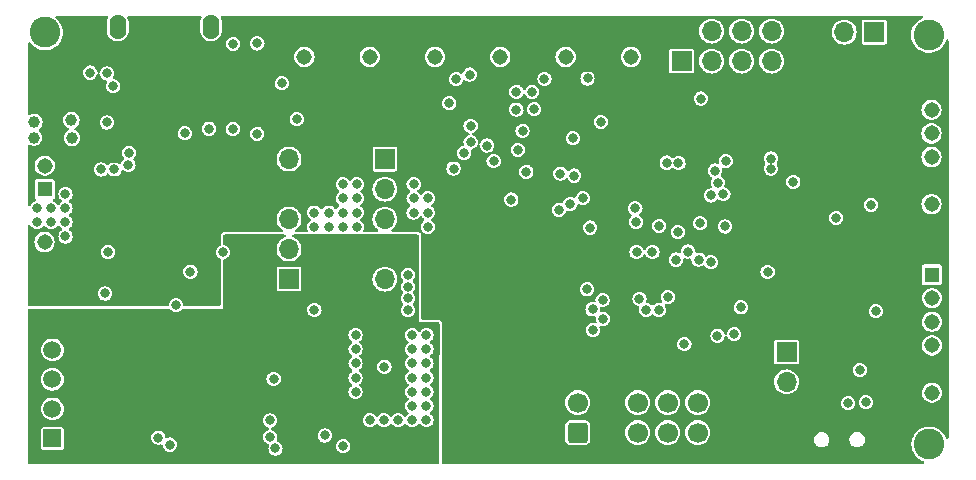
<source format=gbr>
%TF.GenerationSoftware,KiCad,Pcbnew,8.0.8*%
%TF.CreationDate,2025-03-15T04:19:24-04:00*%
%TF.ProjectId,tuner time,74756e65-7220-4746-996d-652e6b696361,rev?*%
%TF.SameCoordinates,Original*%
%TF.FileFunction,Copper,L2,Inr*%
%TF.FilePolarity,Positive*%
%FSLAX46Y46*%
G04 Gerber Fmt 4.6, Leading zero omitted, Abs format (unit mm)*
G04 Created by KiCad (PCBNEW 8.0.8) date 2025-03-15 04:19:24*
%MOMM*%
%LPD*%
G01*
G04 APERTURE LIST*
G04 Aperture macros list*
%AMRoundRect*
0 Rectangle with rounded corners*
0 $1 Rounding radius*
0 $2 $3 $4 $5 $6 $7 $8 $9 X,Y pos of 4 corners*
0 Add a 4 corners polygon primitive as box body*
4,1,4,$2,$3,$4,$5,$6,$7,$8,$9,$2,$3,0*
0 Add four circle primitives for the rounded corners*
1,1,$1+$1,$2,$3*
1,1,$1+$1,$4,$5*
1,1,$1+$1,$6,$7*
1,1,$1+$1,$8,$9*
0 Add four rect primitives between the rounded corners*
20,1,$1+$1,$2,$3,$4,$5,0*
20,1,$1+$1,$4,$5,$6,$7,0*
20,1,$1+$1,$6,$7,$8,$9,0*
20,1,$1+$1,$8,$9,$2,$3,0*%
G04 Aperture macros list end*
%TA.AperFunction,ComponentPad*%
%ADD10C,0.800000*%
%TD*%
%TA.AperFunction,ComponentPad*%
%ADD11R,1.308000X1.308000*%
%TD*%
%TA.AperFunction,ComponentPad*%
%ADD12C,1.308000*%
%TD*%
%TA.AperFunction,ComponentPad*%
%ADD13O,1.422400X2.108200*%
%TD*%
%TA.AperFunction,ComponentPad*%
%ADD14R,1.508000X1.508000*%
%TD*%
%TA.AperFunction,ComponentPad*%
%ADD15C,1.508000*%
%TD*%
%TA.AperFunction,ComponentPad*%
%ADD16RoundRect,0.250000X0.600000X-0.600000X0.600000X0.600000X-0.600000X0.600000X-0.600000X-0.600000X0*%
%TD*%
%TA.AperFunction,ComponentPad*%
%ADD17C,1.700000*%
%TD*%
%TA.AperFunction,ComponentPad*%
%ADD18O,1.700000X1.700000*%
%TD*%
%TA.AperFunction,ComponentPad*%
%ADD19R,1.700000X1.700000*%
%TD*%
%TA.AperFunction,ComponentPad*%
%ADD20C,2.600000*%
%TD*%
%TA.AperFunction,ViaPad*%
%ADD21C,0.800000*%
%TD*%
%TA.AperFunction,ViaPad*%
%ADD22C,1.400000*%
%TD*%
%TA.AperFunction,ViaPad*%
%ADD23C,1.000000*%
%TD*%
G04 APERTURE END LIST*
D10*
%TO.N,/Motor/VREF*%
%TO.C,TP13*%
X175275000Y-125950000D03*
%TD*%
%TO.N,Net-(U7-PB9)*%
%TO.C,TP12*%
X210825000Y-128000000D03*
%TD*%
%TO.N,Net-(U7-PB8)*%
%TO.C,TP11*%
X209400000Y-128125000D03*
%TD*%
%TO.N,Net-(U7-PC7)*%
%TO.C,TP10*%
X198000000Y-116475000D03*
%TD*%
%TO.N,Net-(U7-PC8)*%
%TO.C,TP9*%
X196925000Y-116975000D03*
%TD*%
%TO.N,Net-(U7-PC9)*%
%TO.C,TP8*%
X195975000Y-117475000D03*
%TD*%
%TO.N,/UI/B8*%
%TO.C,TP6*%
X192375000Y-108975000D03*
%TD*%
%TO.N,/UI/B7*%
%TO.C,TP5*%
X193875000Y-108950000D03*
%TD*%
%TO.N,Net-(RN1H-R8.2)*%
%TO.C,TP4*%
X192375000Y-107475000D03*
%TD*%
%TO.N,Net-(RN1G-R7.2)*%
%TO.C,TP3*%
X193700000Y-107475000D03*
%TD*%
%TO.N,/Motor/Vconfig*%
%TO.C,TP1*%
X177725000Y-137475000D03*
%TD*%
D11*
%TO.N,GND*%
%TO.C,SW7*%
X202075000Y-102525000D03*
D12*
%TO.N,/UI/B6*%
X202075000Y-104525000D03*
%TD*%
D11*
%TO.N,GND*%
%TO.C,SW6*%
X196545000Y-102525000D03*
D12*
%TO.N,/UI/B5*%
X196545000Y-104525000D03*
%TD*%
D11*
%TO.N,GND*%
%TO.C,SW5*%
X191015000Y-102525000D03*
D12*
%TO.N,/UI/B4*%
X191015000Y-104525000D03*
%TD*%
D11*
%TO.N,GND*%
%TO.C,SW4*%
X185485000Y-102525000D03*
D12*
%TO.N,/UI/B3*%
X185485000Y-104525000D03*
%TD*%
D11*
%TO.N,GND*%
%TO.C,SW3*%
X179955000Y-102525000D03*
D12*
%TO.N,/UI/B2*%
X179955000Y-104525000D03*
%TD*%
D11*
%TO.N,GND*%
%TO.C,SW2*%
X174425000Y-102525000D03*
D12*
%TO.N,/UI/B1*%
X174425000Y-104525000D03*
%TD*%
D11*
%TO.N,Net-(SW1-A)*%
%TO.C,SW1*%
X152437500Y-115725000D03*
D12*
%TO.N,BATT_POS*%
X152437500Y-113725000D03*
%TD*%
D13*
%TO.N,N/C*%
%TO.C,J11*%
X166525000Y-101954299D03*
X158625000Y-101954299D03*
%TD*%
D14*
%TO.N,/Motor/B1*%
%TO.C,J7*%
X153100000Y-136825000D03*
D15*
%TO.N,/Motor/B2*%
X153100000Y-134325000D03*
%TO.N,/Motor/A2*%
X153100000Y-131825000D03*
%TO.N,/Motor/A1*%
X153100000Y-129325000D03*
%TD*%
D11*
%TO.N,GND*%
%TO.C,J3*%
X152425000Y-122200000D03*
D12*
%TO.N,Net-(SW1-A)*%
X152425000Y-120200000D03*
%TD*%
D11*
%TO.N,GND*%
%TO.C,J2*%
X227525000Y-107000000D03*
D12*
%TO.N,I2S_WS*%
X227525000Y-109000000D03*
%TO.N,I2S_DATA*%
X227525000Y-111000000D03*
%TO.N,I2S_BCLK*%
X227525000Y-113000000D03*
%TO.N,GND*%
X227525000Y-115000000D03*
%TO.N,3V3*%
X227525000Y-117000000D03*
%TD*%
D16*
%TO.N,NRST*%
%TO.C,J9*%
X197570000Y-136327500D03*
D17*
%TO.N,JTAG_SWDIO*%
X197570000Y-133787500D03*
%TO.N,GND*%
X200110000Y-136327500D03*
X200110000Y-133787500D03*
%TO.N,unconnected-(J9-Pin_5-Pad5)*%
X202650000Y-136327500D03*
%TO.N,JTAG_SWCLK*%
X202650000Y-133787500D03*
%TO.N,Net-(J8-Pin_2)*%
X205190000Y-136327500D03*
X205190000Y-133787500D03*
%TO.N,unconnected-(J9-Pin_9-Pad9)*%
X207730000Y-136327500D03*
%TO.N,unconnected-(J9-Pin_10-Pad10)*%
X207730000Y-133787500D03*
%TD*%
D18*
%TO.N,5V*%
%TO.C,J5*%
X181250000Y-123335000D03*
%TO.N,AGND*%
X181250000Y-120795000D03*
%TO.N,VSYS*%
X181250000Y-118255000D03*
%TO.N,unconnected-(J5-Pin_2-Pad2)*%
X181250000Y-115715000D03*
D19*
%TO.N,unconnected-(J5-Pin_1-Pad1)*%
X181250000Y-113175000D03*
%TD*%
D20*
%TO.N,N/C*%
%TO.C,H2*%
X227325000Y-137325000D03*
%TD*%
%TO.N,N/C*%
%TO.C,H3*%
X227300000Y-102650000D03*
%TD*%
%TO.N,N/C*%
%TO.C,H1*%
X152475000Y-102450000D03*
%TD*%
D19*
%TO.N,SPI1_MOSI*%
%TO.C,J6*%
X206375000Y-104875000D03*
D18*
%TO.N,GND*%
X206375000Y-102335000D03*
%TO.N,SPI1_MISO*%
X208915000Y-104875000D03*
%TO.N,3V3*%
X208915000Y-102335000D03*
%TO.N,SPI1_SCK*%
X211455000Y-104875000D03*
%TO.N,DC*%
X211455000Y-102335000D03*
%TO.N,RST*%
X213995000Y-104875000D03*
%TO.N,CS*%
X213995000Y-102335000D03*
%TD*%
D19*
%TO.N,unconnected-(J4-Pin_1-Pad1)*%
%TO.C,J4*%
X173125000Y-123325000D03*
D18*
%TO.N,unconnected-(J4-Pin_2-Pad2)*%
X173125000Y-120785000D03*
%TO.N,VSYS*%
X173125000Y-118245000D03*
%TO.N,GND*%
X173125000Y-115705000D03*
%TO.N,3V3*%
X173125000Y-113165000D03*
%TD*%
D19*
%TO.N,3V3*%
%TO.C,J8*%
X215250000Y-129500000D03*
D18*
%TO.N,Net-(J8-Pin_2)*%
X215250000Y-132040000D03*
%TD*%
D19*
%TO.N,MCU_TX*%
%TO.C,J10*%
X222675000Y-102425000D03*
D18*
%TO.N,MCU_RX*%
X220135000Y-102425000D03*
%TO.N,GND*%
X217595000Y-102425000D03*
%TD*%
D11*
%TO.N,3V3*%
%TO.C,J1*%
X227550000Y-122950000D03*
D12*
%TO.N,I2S_WS*%
X227550000Y-124950000D03*
%TO.N,I2S_DATA*%
X227550000Y-126950000D03*
%TO.N,I2S_BCLK*%
X227550000Y-128950000D03*
%TO.N,GND*%
X227550000Y-130950000D03*
%TO.N,3V3*%
X227550000Y-132950000D03*
%TD*%
D21*
%TO.N,AGND*%
X151825000Y-138500000D03*
X155400000Y-138475000D03*
X155425000Y-128975000D03*
X153050000Y-127650000D03*
X151850000Y-127650000D03*
X155425000Y-127650000D03*
X154225000Y-127650000D03*
X155425000Y-126375000D03*
%TO.N,GND*%
X154225000Y-124975000D03*
X155425000Y-124975000D03*
X169650000Y-115300000D03*
X169650000Y-116500000D03*
X170875000Y-115300000D03*
X170875000Y-116500000D03*
X176500000Y-115250000D03*
X176500000Y-116450000D03*
X175275000Y-115250000D03*
X175275000Y-116450000D03*
X152950000Y-123600000D03*
X151750000Y-123600000D03*
X154200000Y-123550000D03*
%TO.N,Net-(SW1-A)*%
X154200000Y-119725000D03*
X154200000Y-118525000D03*
X154200000Y-117325000D03*
X154200000Y-116125000D03*
X153000000Y-118525000D03*
X153000000Y-117325000D03*
X151800000Y-118525000D03*
X151800000Y-117325000D03*
%TO.N,VSYS*%
X184875000Y-118900000D03*
X184875000Y-117700000D03*
X184875000Y-116500000D03*
X183675000Y-117700000D03*
X183675000Y-116500000D03*
X183675000Y-115300000D03*
X178875000Y-118900000D03*
X178875000Y-117700000D03*
X178875000Y-116500000D03*
X178875000Y-115300000D03*
X177675000Y-118900000D03*
X177675000Y-117700000D03*
X177675000Y-116500000D03*
X177675000Y-115300000D03*
X176475000Y-118900000D03*
X176475000Y-117700000D03*
X175275000Y-118900000D03*
X175275000Y-117700000D03*
%TO.N,GND*%
X198375000Y-114625000D03*
X201800000Y-116150000D03*
X205400000Y-114525000D03*
%TO.N,AGND*%
X168750000Y-126125000D03*
%TO.N,GND*%
X217750000Y-115150000D03*
X163250000Y-107650000D03*
X161825000Y-114100000D03*
X159475000Y-107650000D03*
X219900000Y-121950000D03*
X195043697Y-112883366D03*
X209925000Y-108025000D03*
X185025000Y-109875000D03*
X160850000Y-108850000D03*
D22*
X162425000Y-112525000D03*
D21*
X213925000Y-117650000D03*
X200600000Y-107050000D03*
X219900000Y-131025000D03*
X160850000Y-107650000D03*
X151525000Y-108550000D03*
X151525000Y-107350000D03*
X162050000Y-107650000D03*
X202650000Y-107175000D03*
X175525000Y-108850000D03*
X216875000Y-121475000D03*
X163025000Y-114100000D03*
X163025000Y-111000000D03*
X195350000Y-121025000D03*
X164450000Y-107650000D03*
X168725000Y-111892500D03*
X161825000Y-111000000D03*
X180525000Y-108850000D03*
X156424975Y-108024975D03*
X154250000Y-122390000D03*
X208425000Y-127175000D03*
X195300000Y-123050000D03*
X154850000Y-107650000D03*
X204625000Y-107200000D03*
%TO.N,Button1*%
X187057358Y-113975000D03*
X197275000Y-114575000D03*
%TO.N,Button2*%
X196100000Y-114400000D03*
X186700000Y-108450000D03*
X187936765Y-112663235D03*
%TO.N,Button3*%
X197170986Y-111396538D03*
X188500000Y-111750000D03*
X188500000Y-110350000D03*
%TO.N,Button5*%
X189900000Y-112025000D03*
X206100000Y-113500000D03*
%TO.N,Button6*%
X192500000Y-112391802D03*
X190450000Y-113350000D03*
X205100000Y-113475000D03*
%TO.N,3V3*%
X199525000Y-110025000D03*
X167525000Y-121050000D03*
X211375000Y-125725000D03*
X172525000Y-106750000D03*
X198375000Y-124200000D03*
X191950000Y-116600000D03*
X213925000Y-113975000D03*
X219450000Y-118150000D03*
X215825000Y-115100000D03*
X213650000Y-122725000D03*
X213925000Y-113125000D03*
X221975000Y-133750000D03*
X208000000Y-108050000D03*
%TO.N,NRST*%
X222400000Y-117050000D03*
X210050000Y-118875000D03*
X221450000Y-131025000D03*
%TO.N,DC*%
X202450000Y-117325000D03*
%TO.N,5V*%
X183200000Y-122975000D03*
X183200000Y-125975000D03*
X183200000Y-124975000D03*
X183200000Y-123975000D03*
%TO.N,CS*%
X210100000Y-113325000D03*
%TO.N,RST*%
X202500000Y-118475000D03*
%TO.N,BATT_POS*%
X164325000Y-110987500D03*
%TO.N,SDA*%
X206900000Y-121000000D03*
X173775000Y-109800000D03*
D23*
%TO.N,VSYS*%
X154750000Y-111375000D03*
X154700000Y-109875000D03*
X151525000Y-111350000D03*
X151550000Y-110050000D03*
D21*
X157800000Y-121037500D03*
%TO.N,AGND*%
X178425000Y-120825000D03*
X168300000Y-131675000D03*
X166300000Y-130750000D03*
X168375000Y-135650000D03*
X168300000Y-127750000D03*
X168300000Y-128750000D03*
X166300000Y-129750000D03*
X167400000Y-137650000D03*
X167400000Y-136650000D03*
X174449999Y-130125000D03*
X183225000Y-120050000D03*
X166300000Y-127750000D03*
X166400000Y-136650000D03*
X167300000Y-130750000D03*
X177025000Y-122825000D03*
X168400000Y-137650000D03*
X175525000Y-123825000D03*
X178425000Y-122825000D03*
X164300000Y-128750000D03*
D22*
X167375000Y-133675000D03*
D21*
X168300000Y-129750000D03*
X166300000Y-128750000D03*
X167300000Y-129750000D03*
X175525000Y-122825000D03*
X177025000Y-120825000D03*
X178425000Y-123825000D03*
X178425000Y-121825000D03*
X166300000Y-131675000D03*
X177025000Y-121825000D03*
X183250000Y-121525000D03*
X154225000Y-126375000D03*
X166400000Y-137650000D03*
X175525000Y-120825000D03*
X166375000Y-135650000D03*
X167300000Y-131675000D03*
X175525000Y-121825000D03*
X177025000Y-123825000D03*
X165300000Y-128750000D03*
X168300000Y-130750000D03*
X168400000Y-136650000D03*
X167300000Y-127750000D03*
X167375000Y-135650000D03*
X167300000Y-128750000D03*
%TO.N,SCL*%
X205887500Y-121687500D03*
X170425000Y-111025000D03*
%TO.N,VMOT*%
X183561800Y-134071904D03*
X183561800Y-129271904D03*
X184761800Y-135271904D03*
X184761800Y-128071904D03*
X178761800Y-130471904D03*
X181200000Y-130750000D03*
X184761800Y-129271904D03*
X183561800Y-132871904D03*
X183561800Y-131671904D03*
X179961800Y-135271904D03*
X178761800Y-132871904D03*
X164775000Y-122700000D03*
X183561800Y-135271904D03*
X181161800Y-135271904D03*
X178761800Y-128071904D03*
X178761800Y-129271904D03*
X184761800Y-132871904D03*
X184761800Y-134071904D03*
X178761800Y-131671904D03*
X184761800Y-130471904D03*
X184761800Y-131671904D03*
X183561800Y-130471904D03*
X183561800Y-128071904D03*
X182361800Y-135271904D03*
%TO.N,/Motor/M1*%
X171525000Y-136700000D03*
%TO.N,/Motor/M0*%
X171975000Y-137675000D03*
%TO.N,PC10*%
X199675000Y-125125000D03*
X202800000Y-125000000D03*
%TO.N,PC11*%
X203366128Y-125941128D03*
X198825000Y-125900000D03*
%TO.N,PC12*%
X199725000Y-126700000D03*
X204425000Y-125950000D03*
%TO.N,I2S_WS*%
X207950000Y-118600000D03*
X222800000Y-126050000D03*
%TO.N,I2S_BCLK*%
X208875000Y-116250000D03*
%TO.N,I2S_DATA*%
X209900000Y-116150000D03*
%TO.N,BOOT0*%
X220475000Y-133850000D03*
X206600000Y-128850000D03*
%TO.N,Net-(U2-BIN)*%
X159575000Y-112650000D03*
X166350000Y-110600000D03*
%TO.N,Net-(U1-TS{slash}MR)*%
X168400000Y-103415686D03*
X158250000Y-107000000D03*
%TO.N,Net-(U1-ILIM{slash}VSET)*%
X170450000Y-103375000D03*
X157725000Y-105925000D03*
%TO.N,Net-(U5-FAULT)*%
X157550000Y-124550000D03*
X171525000Y-135300001D03*
%TO.N,STEP*%
X162063310Y-136752436D03*
X209425000Y-115175000D03*
X203900000Y-121050000D03*
X206050000Y-119350000D03*
%TO.N,DIR*%
X204475000Y-118825000D03*
X209175000Y-114150000D03*
X202550000Y-121050000D03*
X163025000Y-137350000D03*
%TO.N,PB4*%
X198850000Y-127650000D03*
X205200000Y-124850000D03*
%TO.N,Net-(U7-PB8)*%
X207800000Y-121675000D03*
%TO.N,Net-(U7-PB9)*%
X208850000Y-121900000D03*
%TO.N,BAT_EMPTY*%
X159525000Y-113650000D03*
X198625000Y-118975000D03*
X168375000Y-110625000D03*
%TO.N,STATS2*%
X158350000Y-114050000D03*
X157700000Y-110075000D03*
%TO.N,STATS1*%
X157225000Y-114050000D03*
X156300000Y-105850000D03*
%TO.N,/UI/B8*%
X193217238Y-114243430D03*
X192900000Y-110775000D03*
%TO.N,/UI/B6*%
X198402550Y-106350000D03*
X194750000Y-106375000D03*
%TO.N,/UI/B2*%
X187275000Y-106400000D03*
%TO.N,/UI/B3*%
X188432475Y-106017525D03*
%TO.N,VINT*%
X176150000Y-136575000D03*
X171825000Y-131775000D03*
%TO.N,/Motor/SLEEP*%
X163574999Y-125550000D03*
%TD*%
%TA.AperFunction,Conductor*%
%TO.N,AGND*%
G36*
X172808486Y-119569685D02*
G01*
X172854241Y-119622489D01*
X172864185Y-119691647D01*
X172835160Y-119755203D01*
X172777442Y-119792660D01*
X172721046Y-119809768D01*
X172721043Y-119809769D01*
X172644788Y-119850529D01*
X172538550Y-119907315D01*
X172538548Y-119907316D01*
X172538547Y-119907317D01*
X172378589Y-120038589D01*
X172247317Y-120198547D01*
X172149769Y-120381043D01*
X172089699Y-120579067D01*
X172069417Y-120785000D01*
X172089699Y-120990932D01*
X172108982Y-121054500D01*
X172149768Y-121188954D01*
X172247315Y-121371450D01*
X172247317Y-121371452D01*
X172378589Y-121531410D01*
X172431139Y-121574536D01*
X172538550Y-121662685D01*
X172721046Y-121760232D01*
X172919066Y-121820300D01*
X172919065Y-121820300D01*
X172937529Y-121822118D01*
X173125000Y-121840583D01*
X173330934Y-121820300D01*
X173528954Y-121760232D01*
X173711450Y-121662685D01*
X173871410Y-121531410D01*
X174002685Y-121371450D01*
X174100232Y-121188954D01*
X174160300Y-120990934D01*
X174180583Y-120785000D01*
X174160300Y-120579066D01*
X174100232Y-120381046D01*
X174002685Y-120198550D01*
X173950702Y-120135209D01*
X173871410Y-120038589D01*
X173711452Y-119907317D01*
X173711453Y-119907317D01*
X173711450Y-119907315D01*
X173528954Y-119809768D01*
X173472557Y-119792660D01*
X173414119Y-119754363D01*
X173385663Y-119690551D01*
X173396223Y-119621484D01*
X173442447Y-119569090D01*
X173508553Y-119550000D01*
X183900000Y-119550000D01*
X183900000Y-127574499D01*
X183864642Y-127547368D01*
X183718562Y-127486860D01*
X183718560Y-127486859D01*
X183561801Y-127466222D01*
X183561799Y-127466222D01*
X183405039Y-127486859D01*
X183405037Y-127486860D01*
X183258960Y-127547367D01*
X183133518Y-127643622D01*
X183037263Y-127769064D01*
X182976756Y-127915141D01*
X182976755Y-127915143D01*
X182956118Y-128071902D01*
X182956118Y-128071905D01*
X182976755Y-128228664D01*
X182976756Y-128228666D01*
X183037264Y-128374745D01*
X183133518Y-128500186D01*
X183229100Y-128573529D01*
X183270302Y-128629956D01*
X183274457Y-128699702D01*
X183240244Y-128760623D01*
X183229104Y-128770276D01*
X183133521Y-128843620D01*
X183133518Y-128843622D01*
X183037263Y-128969064D01*
X182976756Y-129115141D01*
X182976755Y-129115143D01*
X182956118Y-129271902D01*
X182956118Y-129271905D01*
X182976755Y-129428664D01*
X182976756Y-129428666D01*
X183011322Y-129512117D01*
X183037264Y-129574745D01*
X183133518Y-129700186D01*
X183229100Y-129773529D01*
X183270302Y-129829956D01*
X183274457Y-129899702D01*
X183240244Y-129960623D01*
X183229104Y-129970276D01*
X183133521Y-130043620D01*
X183133518Y-130043622D01*
X183037263Y-130169064D01*
X182976756Y-130315141D01*
X182976755Y-130315143D01*
X182956118Y-130471902D01*
X182956118Y-130471905D01*
X182976755Y-130628664D01*
X182976756Y-130628666D01*
X183037264Y-130774745D01*
X183133518Y-130900186D01*
X183229100Y-130973529D01*
X183270302Y-131029956D01*
X183274457Y-131099702D01*
X183240244Y-131160623D01*
X183229104Y-131170276D01*
X183133521Y-131243620D01*
X183133518Y-131243622D01*
X183037263Y-131369064D01*
X182976756Y-131515141D01*
X182976755Y-131515143D01*
X182956118Y-131671902D01*
X182956118Y-131671905D01*
X182976755Y-131828664D01*
X182976756Y-131828666D01*
X183037264Y-131974745D01*
X183133518Y-132100186D01*
X183229100Y-132173529D01*
X183270302Y-132229956D01*
X183274457Y-132299702D01*
X183240244Y-132360623D01*
X183229104Y-132370276D01*
X183133521Y-132443620D01*
X183133518Y-132443622D01*
X183037263Y-132569064D01*
X182976756Y-132715141D01*
X182976755Y-132715143D01*
X182956118Y-132871902D01*
X182956118Y-132871905D01*
X182976755Y-133028664D01*
X182976756Y-133028666D01*
X183037264Y-133174745D01*
X183133518Y-133300186D01*
X183229100Y-133373529D01*
X183270302Y-133429956D01*
X183274457Y-133499702D01*
X183240244Y-133560623D01*
X183229104Y-133570276D01*
X183133518Y-133643622D01*
X183037263Y-133769064D01*
X182976756Y-133915141D01*
X182976755Y-133915143D01*
X182956118Y-134071902D01*
X182956118Y-134071905D01*
X182976755Y-134228664D01*
X182976756Y-134228666D01*
X183037264Y-134374745D01*
X183133518Y-134500186D01*
X183229100Y-134573529D01*
X183270302Y-134629956D01*
X183274457Y-134699702D01*
X183240244Y-134760623D01*
X183229104Y-134770276D01*
X183133518Y-134843622D01*
X183111959Y-134871719D01*
X183060176Y-134939204D01*
X183003748Y-134980406D01*
X182934002Y-134984561D01*
X182873081Y-134950348D01*
X182863424Y-134939204D01*
X182790082Y-134843622D01*
X182664641Y-134747368D01*
X182518562Y-134686860D01*
X182518560Y-134686859D01*
X182361801Y-134666222D01*
X182361799Y-134666222D01*
X182205039Y-134686859D01*
X182205037Y-134686860D01*
X182058960Y-134747367D01*
X182029099Y-134770280D01*
X181933518Y-134843622D01*
X181911959Y-134871719D01*
X181860176Y-134939204D01*
X181803748Y-134980406D01*
X181734002Y-134984561D01*
X181673081Y-134950348D01*
X181663424Y-134939204D01*
X181590082Y-134843622D01*
X181464641Y-134747368D01*
X181318562Y-134686860D01*
X181318560Y-134686859D01*
X181161801Y-134666222D01*
X181161799Y-134666222D01*
X181005039Y-134686859D01*
X181005037Y-134686860D01*
X180858960Y-134747367D01*
X180829099Y-134770280D01*
X180733518Y-134843622D01*
X180711959Y-134871719D01*
X180660176Y-134939204D01*
X180603748Y-134980406D01*
X180534002Y-134984561D01*
X180473081Y-134950348D01*
X180463424Y-134939204D01*
X180390082Y-134843622D01*
X180264641Y-134747368D01*
X180118562Y-134686860D01*
X180118560Y-134686859D01*
X179961801Y-134666222D01*
X179961799Y-134666222D01*
X179805039Y-134686859D01*
X179805037Y-134686860D01*
X179658960Y-134747367D01*
X179533518Y-134843622D01*
X179437263Y-134969064D01*
X179376756Y-135115141D01*
X179376755Y-135115143D01*
X179356118Y-135271902D01*
X179356118Y-135271905D01*
X179376755Y-135428664D01*
X179376756Y-135428666D01*
X179437264Y-135574745D01*
X179533518Y-135700186D01*
X179658959Y-135796440D01*
X179805038Y-135856948D01*
X179883419Y-135867267D01*
X179961799Y-135877586D01*
X179961800Y-135877586D01*
X179961801Y-135877586D01*
X180015624Y-135870500D01*
X180118562Y-135856948D01*
X180264641Y-135796440D01*
X180390082Y-135700186D01*
X180463425Y-135604603D01*
X180519852Y-135563401D01*
X180589598Y-135559246D01*
X180650518Y-135593458D01*
X180660172Y-135604599D01*
X180733518Y-135700186D01*
X180858959Y-135796440D01*
X181005038Y-135856948D01*
X181083419Y-135867267D01*
X181161799Y-135877586D01*
X181161800Y-135877586D01*
X181161801Y-135877586D01*
X181215624Y-135870500D01*
X181318562Y-135856948D01*
X181464641Y-135796440D01*
X181590082Y-135700186D01*
X181663425Y-135604603D01*
X181719852Y-135563401D01*
X181789598Y-135559246D01*
X181850518Y-135593458D01*
X181860172Y-135604599D01*
X181933518Y-135700186D01*
X182058959Y-135796440D01*
X182205038Y-135856948D01*
X182283419Y-135867267D01*
X182361799Y-135877586D01*
X182361800Y-135877586D01*
X182361801Y-135877586D01*
X182415624Y-135870500D01*
X182518562Y-135856948D01*
X182664641Y-135796440D01*
X182790082Y-135700186D01*
X182863425Y-135604603D01*
X182919852Y-135563401D01*
X182989598Y-135559246D01*
X183050518Y-135593458D01*
X183060172Y-135604599D01*
X183133518Y-135700186D01*
X183258959Y-135796440D01*
X183405038Y-135856948D01*
X183483419Y-135867267D01*
X183561799Y-135877586D01*
X183561800Y-135877586D01*
X183561801Y-135877586D01*
X183615624Y-135870500D01*
X183718562Y-135856948D01*
X183864641Y-135796440D01*
X183900000Y-135769308D01*
X183900000Y-138974500D01*
X151149500Y-138974500D01*
X151082461Y-138954815D01*
X151036706Y-138902011D01*
X151025500Y-138850500D01*
X151025500Y-136051247D01*
X152145500Y-136051247D01*
X152145500Y-137598752D01*
X152157131Y-137657229D01*
X152157132Y-137657230D01*
X152201447Y-137723552D01*
X152267769Y-137767867D01*
X152267770Y-137767868D01*
X152326247Y-137779499D01*
X152326250Y-137779500D01*
X152326252Y-137779500D01*
X153873750Y-137779500D01*
X153873751Y-137779499D01*
X153888568Y-137776552D01*
X153932229Y-137767868D01*
X153932229Y-137767867D01*
X153932231Y-137767867D01*
X153998552Y-137723552D01*
X154042867Y-137657231D01*
X154042867Y-137657229D01*
X154042868Y-137657229D01*
X154054499Y-137598752D01*
X154054500Y-137598750D01*
X154054500Y-136752434D01*
X161457628Y-136752434D01*
X161457628Y-136752437D01*
X161478265Y-136909196D01*
X161478266Y-136909198D01*
X161517236Y-137003281D01*
X161538774Y-137055277D01*
X161635028Y-137180718D01*
X161760469Y-137276972D01*
X161906548Y-137337480D01*
X161967550Y-137345511D01*
X162063309Y-137358118D01*
X162063310Y-137358118D01*
X162063311Y-137358118D01*
X162102500Y-137352958D01*
X162220072Y-137337480D01*
X162258154Y-137321705D01*
X162327621Y-137314237D01*
X162390100Y-137345511D01*
X162425753Y-137405600D01*
X162428544Y-137420081D01*
X162439956Y-137506761D01*
X162439956Y-137506762D01*
X162478059Y-137598752D01*
X162500464Y-137652841D01*
X162596718Y-137778282D01*
X162722159Y-137874536D01*
X162868238Y-137935044D01*
X162946619Y-137945363D01*
X163024999Y-137955682D01*
X163025000Y-137955682D01*
X163025001Y-137955682D01*
X163077254Y-137948802D01*
X163181762Y-137935044D01*
X163327841Y-137874536D01*
X163453282Y-137778282D01*
X163549536Y-137652841D01*
X163610044Y-137506762D01*
X163630682Y-137350000D01*
X163626500Y-137318238D01*
X163610044Y-137193239D01*
X163610044Y-137193238D01*
X163549536Y-137047159D01*
X163453282Y-136921718D01*
X163327841Y-136825464D01*
X163181762Y-136764956D01*
X163181760Y-136764955D01*
X163025001Y-136744318D01*
X163024999Y-136744318D01*
X162868239Y-136764955D01*
X162868237Y-136764956D01*
X162830155Y-136780730D01*
X162760685Y-136788197D01*
X162698206Y-136756921D01*
X162662555Y-136696832D01*
X162659765Y-136682353D01*
X162648354Y-136595675D01*
X162648354Y-136595674D01*
X162587846Y-136449595D01*
X162491592Y-136324154D01*
X162366151Y-136227900D01*
X162220072Y-136167392D01*
X162220070Y-136167391D01*
X162063311Y-136146754D01*
X162063309Y-136146754D01*
X161906549Y-136167391D01*
X161906547Y-136167392D01*
X161760470Y-136227899D01*
X161635028Y-136324154D01*
X161538773Y-136449596D01*
X161478266Y-136595673D01*
X161478265Y-136595675D01*
X161457628Y-136752434D01*
X154054500Y-136752434D01*
X154054500Y-136051249D01*
X154054499Y-136051247D01*
X154042868Y-135992770D01*
X154042867Y-135992769D01*
X153998552Y-135926447D01*
X153932230Y-135882132D01*
X153932229Y-135882131D01*
X153873752Y-135870500D01*
X153873748Y-135870500D01*
X152326252Y-135870500D01*
X152326247Y-135870500D01*
X152267770Y-135882131D01*
X152267769Y-135882132D01*
X152201447Y-135926447D01*
X152157132Y-135992769D01*
X152157131Y-135992770D01*
X152145500Y-136051247D01*
X151025500Y-136051247D01*
X151025500Y-135299999D01*
X170919318Y-135299999D01*
X170919318Y-135300002D01*
X170939955Y-135456761D01*
X170939956Y-135456763D01*
X171000464Y-135602842D01*
X171096718Y-135728283D01*
X171222159Y-135824537D01*
X171368238Y-135885045D01*
X171368239Y-135885045D01*
X171369190Y-135885439D01*
X171423594Y-135929280D01*
X171445659Y-135995574D01*
X171428380Y-136063273D01*
X171377243Y-136110884D01*
X171369191Y-136114561D01*
X171222160Y-136175463D01*
X171096718Y-136271718D01*
X171000463Y-136397160D01*
X170939956Y-136543237D01*
X170939955Y-136543239D01*
X170919318Y-136699998D01*
X170919318Y-136700001D01*
X170939955Y-136856760D01*
X170939956Y-136856762D01*
X170993257Y-136985443D01*
X171000464Y-137002841D01*
X171096718Y-137128282D01*
X171222159Y-137224536D01*
X171354661Y-137279420D01*
X171409064Y-137323261D01*
X171431129Y-137389555D01*
X171421769Y-137441433D01*
X171389957Y-137518234D01*
X171389955Y-137518239D01*
X171369318Y-137674998D01*
X171369318Y-137675001D01*
X171389955Y-137831760D01*
X171389956Y-137831762D01*
X171450464Y-137977841D01*
X171546718Y-138103282D01*
X171672159Y-138199536D01*
X171818238Y-138260044D01*
X171896619Y-138270363D01*
X171974999Y-138280682D01*
X171975000Y-138280682D01*
X171975001Y-138280682D01*
X172027254Y-138273802D01*
X172131762Y-138260044D01*
X172277841Y-138199536D01*
X172403282Y-138103282D01*
X172499536Y-137977841D01*
X172560044Y-137831762D01*
X172580682Y-137675000D01*
X172578342Y-137657229D01*
X172560044Y-137518239D01*
X172560044Y-137518238D01*
X172542133Y-137474998D01*
X177119318Y-137474998D01*
X177119318Y-137475001D01*
X177139955Y-137631760D01*
X177139956Y-137631762D01*
X177196332Y-137767867D01*
X177200464Y-137777841D01*
X177296718Y-137903282D01*
X177422159Y-137999536D01*
X177568238Y-138060044D01*
X177646619Y-138070363D01*
X177724999Y-138080682D01*
X177725000Y-138080682D01*
X177725001Y-138080682D01*
X177777254Y-138073802D01*
X177881762Y-138060044D01*
X178027841Y-137999536D01*
X178153282Y-137903282D01*
X178249536Y-137777841D01*
X178310044Y-137631762D01*
X178324990Y-137518234D01*
X178330682Y-137475001D01*
X178330682Y-137474998D01*
X178314226Y-137350001D01*
X178310044Y-137318238D01*
X178249536Y-137172159D01*
X178153282Y-137046718D01*
X178027841Y-136950464D01*
X177928211Y-136909196D01*
X177881762Y-136889956D01*
X177881760Y-136889955D01*
X177725001Y-136869318D01*
X177724999Y-136869318D01*
X177568239Y-136889955D01*
X177568237Y-136889956D01*
X177422160Y-136950463D01*
X177296718Y-137046718D01*
X177200463Y-137172160D01*
X177139956Y-137318237D01*
X177139955Y-137318239D01*
X177119318Y-137474998D01*
X172542133Y-137474998D01*
X172499536Y-137372159D01*
X172403282Y-137246718D01*
X172277841Y-137150464D01*
X172277839Y-137150463D01*
X172145338Y-137095579D01*
X172090935Y-137051738D01*
X172068870Y-136985443D01*
X172078228Y-136933570D01*
X172110044Y-136856762D01*
X172125522Y-136739190D01*
X172130682Y-136700001D01*
X172130682Y-136699998D01*
X172114226Y-136575001D01*
X172114226Y-136574998D01*
X175544318Y-136574998D01*
X175544318Y-136575001D01*
X175564955Y-136731760D01*
X175564956Y-136731762D01*
X175621933Y-136869318D01*
X175625464Y-136877841D01*
X175721718Y-137003282D01*
X175847159Y-137099536D01*
X175993238Y-137160044D01*
X176071619Y-137170363D01*
X176149999Y-137180682D01*
X176150000Y-137180682D01*
X176150001Y-137180682D01*
X176214739Y-137172159D01*
X176306762Y-137160044D01*
X176452841Y-137099536D01*
X176578282Y-137003282D01*
X176674536Y-136877841D01*
X176735044Y-136731762D01*
X176755682Y-136575000D01*
X176751500Y-136543238D01*
X176735044Y-136418239D01*
X176735044Y-136418238D01*
X176674536Y-136272159D01*
X176578282Y-136146718D01*
X176452841Y-136050464D01*
X176306762Y-135989956D01*
X176306760Y-135989955D01*
X176150001Y-135969318D01*
X176149999Y-135969318D01*
X175993239Y-135989955D01*
X175993237Y-135989956D01*
X175847160Y-136050463D01*
X175721718Y-136146718D01*
X175625463Y-136272160D01*
X175564956Y-136418237D01*
X175564955Y-136418239D01*
X175544318Y-136574998D01*
X172114226Y-136574998D01*
X172110044Y-136543238D01*
X172049536Y-136397159D01*
X171953282Y-136271718D01*
X171827841Y-136175464D01*
X171808353Y-136167392D01*
X171680808Y-136114561D01*
X171626405Y-136070720D01*
X171604340Y-136004426D01*
X171621619Y-135936727D01*
X171672756Y-135889116D01*
X171680809Y-135885439D01*
X171681759Y-135885045D01*
X171681762Y-135885045D01*
X171827841Y-135824537D01*
X171953282Y-135728283D01*
X172049536Y-135602842D01*
X172110044Y-135456763D01*
X172130682Y-135300001D01*
X172110044Y-135143239D01*
X172049536Y-134997160D01*
X171953282Y-134871719D01*
X171827841Y-134775465D01*
X171815323Y-134770280D01*
X171681762Y-134714957D01*
X171681760Y-134714956D01*
X171525001Y-134694319D01*
X171524999Y-134694319D01*
X171368239Y-134714956D01*
X171368237Y-134714957D01*
X171222160Y-134775464D01*
X171096718Y-134871719D01*
X171000463Y-134997161D01*
X170939956Y-135143238D01*
X170939955Y-135143240D01*
X170919318Y-135299999D01*
X151025500Y-135299999D01*
X151025500Y-134325000D01*
X152140882Y-134325000D01*
X152159310Y-134512115D01*
X152159311Y-134512117D01*
X152213891Y-134692040D01*
X152302518Y-134857851D01*
X152302523Y-134857857D01*
X152421800Y-135003199D01*
X152541078Y-135101086D01*
X152558206Y-135115143D01*
X152567142Y-135122476D01*
X152567148Y-135122481D01*
X152732959Y-135211108D01*
X152732961Y-135211109D01*
X152912882Y-135265688D01*
X152912884Y-135265689D01*
X152929660Y-135267341D01*
X153100000Y-135284118D01*
X153287115Y-135265689D01*
X153467039Y-135211109D01*
X153528373Y-135178324D01*
X153632851Y-135122481D01*
X153632853Y-135122478D01*
X153632857Y-135122477D01*
X153778199Y-135003199D01*
X153897477Y-134857857D01*
X153897478Y-134857853D01*
X153897481Y-134857851D01*
X153973859Y-134714957D01*
X153986109Y-134692039D01*
X154040689Y-134512115D01*
X154059118Y-134325000D01*
X154040689Y-134137885D01*
X153986109Y-133957961D01*
X153986108Y-133957959D01*
X153897481Y-133792148D01*
X153897476Y-133792142D01*
X153778199Y-133646800D01*
X153632857Y-133527523D01*
X153632851Y-133527518D01*
X153467040Y-133438891D01*
X153287117Y-133384311D01*
X153287115Y-133384310D01*
X153100000Y-133365882D01*
X152912884Y-133384310D01*
X152912882Y-133384311D01*
X152732959Y-133438891D01*
X152567148Y-133527518D01*
X152567142Y-133527523D01*
X152421800Y-133646800D01*
X152302523Y-133792142D01*
X152302518Y-133792148D01*
X152213891Y-133957959D01*
X152159311Y-134137882D01*
X152159310Y-134137884D01*
X152140882Y-134325000D01*
X151025500Y-134325000D01*
X151025500Y-131825000D01*
X152140882Y-131825000D01*
X152159310Y-132012115D01*
X152159311Y-132012117D01*
X152213891Y-132192040D01*
X152302518Y-132357851D01*
X152302523Y-132357857D01*
X152421800Y-132503199D01*
X152567142Y-132622476D01*
X152567148Y-132622481D01*
X152732959Y-132711108D01*
X152732961Y-132711109D01*
X152912882Y-132765688D01*
X152912884Y-132765689D01*
X152929660Y-132767341D01*
X153100000Y-132784118D01*
X153287115Y-132765689D01*
X153467039Y-132711109D01*
X153528373Y-132678324D01*
X153632851Y-132622481D01*
X153632853Y-132622478D01*
X153632857Y-132622477D01*
X153778199Y-132503199D01*
X153897477Y-132357857D01*
X153897478Y-132357853D01*
X153897481Y-132357851D01*
X153980100Y-132203281D01*
X153986109Y-132192039D01*
X154040689Y-132012115D01*
X154059118Y-131825000D01*
X154054193Y-131774998D01*
X171219318Y-131774998D01*
X171219318Y-131775001D01*
X171239955Y-131931760D01*
X171239956Y-131931762D01*
X171300464Y-132077841D01*
X171396718Y-132203282D01*
X171522159Y-132299536D01*
X171668238Y-132360044D01*
X171745989Y-132370280D01*
X171824999Y-132380682D01*
X171825000Y-132380682D01*
X171825001Y-132380682D01*
X171904011Y-132370280D01*
X171981762Y-132360044D01*
X172127841Y-132299536D01*
X172253282Y-132203282D01*
X172349536Y-132077841D01*
X172410044Y-131931762D01*
X172430682Y-131775000D01*
X172410044Y-131618238D01*
X172349536Y-131472159D01*
X172253282Y-131346718D01*
X172127841Y-131250464D01*
X172111318Y-131243620D01*
X171981762Y-131189956D01*
X171981760Y-131189955D01*
X171825001Y-131169318D01*
X171824999Y-131169318D01*
X171668239Y-131189955D01*
X171668237Y-131189956D01*
X171522160Y-131250463D01*
X171396718Y-131346718D01*
X171300463Y-131472160D01*
X171239956Y-131618237D01*
X171239955Y-131618239D01*
X171219318Y-131774998D01*
X154054193Y-131774998D01*
X154040689Y-131637885D01*
X153986109Y-131457961D01*
X153986108Y-131457959D01*
X153897481Y-131292148D01*
X153897476Y-131292142D01*
X153778199Y-131146800D01*
X153632857Y-131027523D01*
X153632851Y-131027518D01*
X153467040Y-130938891D01*
X153287117Y-130884311D01*
X153287115Y-130884310D01*
X153100000Y-130865882D01*
X152912884Y-130884310D01*
X152912882Y-130884311D01*
X152732959Y-130938891D01*
X152567148Y-131027518D01*
X152567142Y-131027523D01*
X152421800Y-131146800D01*
X152302523Y-131292142D01*
X152302518Y-131292148D01*
X152213891Y-131457959D01*
X152159311Y-131637882D01*
X152159310Y-131637884D01*
X152140882Y-131825000D01*
X151025500Y-131825000D01*
X151025500Y-129325000D01*
X152140882Y-129325000D01*
X152159310Y-129512115D01*
X152159311Y-129512117D01*
X152213891Y-129692040D01*
X152302518Y-129857851D01*
X152302523Y-129857857D01*
X152421800Y-130003199D01*
X152567142Y-130122476D01*
X152567148Y-130122481D01*
X152732959Y-130211108D01*
X152732961Y-130211109D01*
X152912882Y-130265688D01*
X152912884Y-130265689D01*
X152929660Y-130267341D01*
X153100000Y-130284118D01*
X153287115Y-130265689D01*
X153467039Y-130211109D01*
X153528373Y-130178324D01*
X153632851Y-130122481D01*
X153632853Y-130122478D01*
X153632857Y-130122477D01*
X153778199Y-130003199D01*
X153897477Y-129857857D01*
X153897478Y-129857853D01*
X153897481Y-129857851D01*
X153953324Y-129753373D01*
X153986109Y-129692039D01*
X154040689Y-129512115D01*
X154059118Y-129325000D01*
X154040689Y-129137885D01*
X153986109Y-128957961D01*
X153986108Y-128957959D01*
X153897481Y-128792148D01*
X153897476Y-128792142D01*
X153778199Y-128646800D01*
X153632857Y-128527523D01*
X153632851Y-128527518D01*
X153467040Y-128438891D01*
X153287117Y-128384311D01*
X153287115Y-128384310D01*
X153100000Y-128365882D01*
X152912884Y-128384310D01*
X152912882Y-128384311D01*
X152732959Y-128438891D01*
X152567148Y-128527518D01*
X152567142Y-128527523D01*
X152421800Y-128646800D01*
X152302523Y-128792142D01*
X152302518Y-128792148D01*
X152213891Y-128957959D01*
X152159311Y-129137882D01*
X152159310Y-129137884D01*
X152140882Y-129325000D01*
X151025500Y-129325000D01*
X151025500Y-128071902D01*
X178156118Y-128071902D01*
X178156118Y-128071905D01*
X178176755Y-128228664D01*
X178176756Y-128228666D01*
X178237264Y-128374745D01*
X178333518Y-128500186D01*
X178429100Y-128573529D01*
X178470302Y-128629956D01*
X178474457Y-128699702D01*
X178440244Y-128760623D01*
X178429104Y-128770276D01*
X178333521Y-128843620D01*
X178333518Y-128843622D01*
X178237263Y-128969064D01*
X178176756Y-129115141D01*
X178176755Y-129115143D01*
X178156118Y-129271902D01*
X178156118Y-129271905D01*
X178176755Y-129428664D01*
X178176756Y-129428666D01*
X178211322Y-129512117D01*
X178237264Y-129574745D01*
X178333518Y-129700186D01*
X178429100Y-129773529D01*
X178470302Y-129829956D01*
X178474457Y-129899702D01*
X178440244Y-129960623D01*
X178429104Y-129970276D01*
X178333521Y-130043620D01*
X178333518Y-130043622D01*
X178237263Y-130169064D01*
X178176756Y-130315141D01*
X178176755Y-130315143D01*
X178156118Y-130471902D01*
X178156118Y-130471905D01*
X178176755Y-130628664D01*
X178176756Y-130628666D01*
X178237264Y-130774745D01*
X178333518Y-130900186D01*
X178429100Y-130973529D01*
X178470302Y-131029956D01*
X178474457Y-131099702D01*
X178440244Y-131160623D01*
X178429104Y-131170276D01*
X178333521Y-131243620D01*
X178333518Y-131243622D01*
X178237263Y-131369064D01*
X178176756Y-131515141D01*
X178176755Y-131515143D01*
X178156118Y-131671902D01*
X178156118Y-131671905D01*
X178176755Y-131828664D01*
X178176756Y-131828666D01*
X178237264Y-131974745D01*
X178333518Y-132100186D01*
X178429100Y-132173529D01*
X178470302Y-132229956D01*
X178474457Y-132299702D01*
X178440244Y-132360623D01*
X178429104Y-132370276D01*
X178333521Y-132443620D01*
X178333518Y-132443622D01*
X178237263Y-132569064D01*
X178176756Y-132715141D01*
X178176755Y-132715143D01*
X178156118Y-132871902D01*
X178156118Y-132871905D01*
X178176755Y-133028664D01*
X178176756Y-133028666D01*
X178237264Y-133174745D01*
X178333518Y-133300186D01*
X178458959Y-133396440D01*
X178605038Y-133456948D01*
X178683419Y-133467267D01*
X178761799Y-133477586D01*
X178761800Y-133477586D01*
X178761801Y-133477586D01*
X178814054Y-133470706D01*
X178918562Y-133456948D01*
X179064641Y-133396440D01*
X179190082Y-133300186D01*
X179286336Y-133174745D01*
X179346844Y-133028666D01*
X179367482Y-132871904D01*
X179346844Y-132715142D01*
X179286336Y-132569063D01*
X179190082Y-132443622D01*
X179190080Y-132443621D01*
X179190080Y-132443620D01*
X179141300Y-132406190D01*
X179094499Y-132370278D01*
X179053297Y-132313852D01*
X179049142Y-132244106D01*
X179083354Y-132183186D01*
X179094495Y-132173531D01*
X179190082Y-132100186D01*
X179286336Y-131974745D01*
X179346844Y-131828666D01*
X179367482Y-131671904D01*
X179363003Y-131637885D01*
X179346844Y-131515143D01*
X179346844Y-131515142D01*
X179286336Y-131369063D01*
X179190082Y-131243622D01*
X179190080Y-131243621D01*
X179190080Y-131243620D01*
X179120143Y-131189956D01*
X179094499Y-131170278D01*
X179053297Y-131113852D01*
X179049142Y-131044106D01*
X179083354Y-130983186D01*
X179094495Y-130973531D01*
X179190082Y-130900186D01*
X179286336Y-130774745D01*
X179296587Y-130749998D01*
X180594318Y-130749998D01*
X180594318Y-130750001D01*
X180614955Y-130906760D01*
X180614956Y-130906762D01*
X180675464Y-131052841D01*
X180771718Y-131178282D01*
X180897159Y-131274536D01*
X181043238Y-131335044D01*
X181121619Y-131345363D01*
X181199999Y-131355682D01*
X181200000Y-131355682D01*
X181200001Y-131355682D01*
X181252254Y-131348802D01*
X181356762Y-131335044D01*
X181502841Y-131274536D01*
X181628282Y-131178282D01*
X181724536Y-131052841D01*
X181785044Y-130906762D01*
X181805682Y-130750000D01*
X181785044Y-130593238D01*
X181724536Y-130447159D01*
X181628282Y-130321718D01*
X181502841Y-130225464D01*
X181356762Y-130164956D01*
X181356760Y-130164955D01*
X181200001Y-130144318D01*
X181199999Y-130144318D01*
X181043239Y-130164955D01*
X181043237Y-130164956D01*
X180897160Y-130225463D01*
X180771718Y-130321718D01*
X180675463Y-130447160D01*
X180614956Y-130593237D01*
X180614955Y-130593239D01*
X180594318Y-130749998D01*
X179296587Y-130749998D01*
X179346844Y-130628666D01*
X179367482Y-130471904D01*
X179364224Y-130447160D01*
X179346844Y-130315143D01*
X179346844Y-130315142D01*
X179286336Y-130169063D01*
X179190082Y-130043622D01*
X179190080Y-130043621D01*
X179190080Y-130043620D01*
X179137402Y-130003199D01*
X179094499Y-129970278D01*
X179053297Y-129913852D01*
X179049142Y-129844106D01*
X179083354Y-129783186D01*
X179094495Y-129773531D01*
X179190082Y-129700186D01*
X179286336Y-129574745D01*
X179346844Y-129428666D01*
X179367482Y-129271904D01*
X179346844Y-129115142D01*
X179286336Y-128969063D01*
X179190082Y-128843622D01*
X179190080Y-128843621D01*
X179190080Y-128843620D01*
X179141300Y-128806190D01*
X179094499Y-128770278D01*
X179053297Y-128713852D01*
X179049142Y-128644106D01*
X179083354Y-128583186D01*
X179094495Y-128573531D01*
X179190082Y-128500186D01*
X179286336Y-128374745D01*
X179346844Y-128228666D01*
X179367482Y-128071904D01*
X179346844Y-127915142D01*
X179286336Y-127769063D01*
X179190082Y-127643622D01*
X179064641Y-127547368D01*
X178918562Y-127486860D01*
X178918560Y-127486859D01*
X178761801Y-127466222D01*
X178761799Y-127466222D01*
X178605039Y-127486859D01*
X178605037Y-127486860D01*
X178458960Y-127547367D01*
X178333518Y-127643622D01*
X178237263Y-127769064D01*
X178176756Y-127915141D01*
X178176755Y-127915143D01*
X178156118Y-128071902D01*
X151025500Y-128071902D01*
X151025500Y-125949000D01*
X151045185Y-125881961D01*
X151097989Y-125836206D01*
X151149500Y-125825000D01*
X162967950Y-125825000D01*
X163034989Y-125844685D01*
X163066326Y-125873514D01*
X163144198Y-125975000D01*
X163146717Y-125978282D01*
X163272158Y-126074536D01*
X163418237Y-126135044D01*
X163496618Y-126145363D01*
X163574998Y-126155682D01*
X163574999Y-126155682D01*
X163575000Y-126155682D01*
X163627253Y-126148802D01*
X163731761Y-126135044D01*
X163877840Y-126074536D01*
X164003281Y-125978282D01*
X164024984Y-125949998D01*
X174669318Y-125949998D01*
X174669318Y-125950001D01*
X174689955Y-126106760D01*
X174689956Y-126106762D01*
X174700310Y-126131760D01*
X174750464Y-126252841D01*
X174846718Y-126378282D01*
X174972159Y-126474536D01*
X175118238Y-126535044D01*
X175196619Y-126545363D01*
X175274999Y-126555682D01*
X175275000Y-126555682D01*
X175275001Y-126555682D01*
X175327254Y-126548802D01*
X175431762Y-126535044D01*
X175577841Y-126474536D01*
X175703282Y-126378282D01*
X175799536Y-126252841D01*
X175860044Y-126106762D01*
X175880682Y-125950000D01*
X175880550Y-125949000D01*
X175865188Y-125832311D01*
X175860044Y-125793238D01*
X175799536Y-125647159D01*
X175703282Y-125521718D01*
X175577841Y-125425464D01*
X175431762Y-125364956D01*
X175431760Y-125364955D01*
X175275001Y-125344318D01*
X175274999Y-125344318D01*
X175118239Y-125364955D01*
X175118237Y-125364956D01*
X174972160Y-125425463D01*
X174846718Y-125521718D01*
X174750463Y-125647160D01*
X174689956Y-125793237D01*
X174689955Y-125793239D01*
X174669318Y-125949998D01*
X164024984Y-125949998D01*
X164083672Y-125873513D01*
X164140100Y-125832311D01*
X164182048Y-125825000D01*
X167550000Y-125825000D01*
X167550000Y-122455247D01*
X172074500Y-122455247D01*
X172074500Y-124194752D01*
X172086131Y-124253229D01*
X172086132Y-124253230D01*
X172130447Y-124319552D01*
X172196769Y-124363867D01*
X172196770Y-124363868D01*
X172255247Y-124375499D01*
X172255250Y-124375500D01*
X172255252Y-124375500D01*
X173994750Y-124375500D01*
X173994751Y-124375499D01*
X174009568Y-124372552D01*
X174053229Y-124363868D01*
X174053229Y-124363867D01*
X174053231Y-124363867D01*
X174119552Y-124319552D01*
X174163867Y-124253231D01*
X174163867Y-124253229D01*
X174163868Y-124253229D01*
X174175499Y-124194752D01*
X174175500Y-124194750D01*
X174175500Y-123335000D01*
X180194417Y-123335000D01*
X180214699Y-123540932D01*
X180219525Y-123556840D01*
X180274768Y-123738954D01*
X180372315Y-123921450D01*
X180372317Y-123921452D01*
X180503589Y-124081410D01*
X180594091Y-124155682D01*
X180663550Y-124212685D01*
X180846046Y-124310232D01*
X181044066Y-124370300D01*
X181044065Y-124370300D01*
X181062529Y-124372118D01*
X181250000Y-124390583D01*
X181455934Y-124370300D01*
X181653954Y-124310232D01*
X181836450Y-124212685D01*
X181996410Y-124081410D01*
X182127685Y-123921450D01*
X182225232Y-123738954D01*
X182285300Y-123540934D01*
X182305583Y-123335000D01*
X182285300Y-123129066D01*
X182238565Y-122974998D01*
X182594318Y-122974998D01*
X182594318Y-122975001D01*
X182614955Y-123131760D01*
X182614956Y-123131762D01*
X182675464Y-123277842D01*
X182768826Y-123399514D01*
X182794020Y-123464683D01*
X182779981Y-123533128D01*
X182768826Y-123550486D01*
X182675464Y-123672157D01*
X182614956Y-123818237D01*
X182614955Y-123818239D01*
X182594318Y-123974998D01*
X182594318Y-123975001D01*
X182614955Y-124131760D01*
X182614956Y-124131762D01*
X182675464Y-124277842D01*
X182768826Y-124399514D01*
X182794020Y-124464683D01*
X182779981Y-124533128D01*
X182768826Y-124550486D01*
X182675464Y-124672157D01*
X182614956Y-124818237D01*
X182614955Y-124818239D01*
X182594318Y-124974998D01*
X182594318Y-124975001D01*
X182614955Y-125131760D01*
X182614956Y-125131762D01*
X182675464Y-125277842D01*
X182768826Y-125399514D01*
X182794020Y-125464683D01*
X182779981Y-125533128D01*
X182768826Y-125550486D01*
X182675464Y-125672157D01*
X182614956Y-125818237D01*
X182614955Y-125818239D01*
X182594318Y-125974998D01*
X182594318Y-125975001D01*
X182614955Y-126131760D01*
X182614956Y-126131762D01*
X182675464Y-126277841D01*
X182771718Y-126403282D01*
X182897159Y-126499536D01*
X183043238Y-126560044D01*
X183121619Y-126570363D01*
X183199999Y-126580682D01*
X183200000Y-126580682D01*
X183200001Y-126580682D01*
X183252254Y-126573802D01*
X183356762Y-126560044D01*
X183502841Y-126499536D01*
X183628282Y-126403282D01*
X183724536Y-126277841D01*
X183785044Y-126131762D01*
X183805682Y-125975000D01*
X183802390Y-125949998D01*
X183788526Y-125844685D01*
X183785044Y-125818238D01*
X183724536Y-125672159D01*
X183631171Y-125550484D01*
X183605979Y-125485317D01*
X183620017Y-125416873D01*
X183631167Y-125399521D01*
X183724536Y-125277841D01*
X183785044Y-125131762D01*
X183805682Y-124975000D01*
X183785044Y-124818238D01*
X183724536Y-124672159D01*
X183631171Y-124550484D01*
X183605979Y-124485317D01*
X183620017Y-124416873D01*
X183631167Y-124399521D01*
X183724536Y-124277841D01*
X183785044Y-124131762D01*
X183805682Y-123975000D01*
X183785044Y-123818238D01*
X183724536Y-123672159D01*
X183631171Y-123550484D01*
X183605979Y-123485317D01*
X183620017Y-123416873D01*
X183631167Y-123399521D01*
X183724536Y-123277841D01*
X183785044Y-123131762D01*
X183805682Y-122975000D01*
X183804022Y-122962394D01*
X183785044Y-122818239D01*
X183785044Y-122818238D01*
X183724536Y-122672159D01*
X183628282Y-122546718D01*
X183502841Y-122450464D01*
X183356762Y-122389956D01*
X183356760Y-122389955D01*
X183200001Y-122369318D01*
X183199999Y-122369318D01*
X183043239Y-122389955D01*
X183043237Y-122389956D01*
X182897160Y-122450463D01*
X182771718Y-122546718D01*
X182675463Y-122672160D01*
X182614956Y-122818237D01*
X182614955Y-122818239D01*
X182594318Y-122974998D01*
X182238565Y-122974998D01*
X182225232Y-122931046D01*
X182127685Y-122748550D01*
X182064993Y-122672159D01*
X181996410Y-122588589D01*
X181836452Y-122457317D01*
X181836453Y-122457317D01*
X181836450Y-122457315D01*
X181653954Y-122359768D01*
X181455934Y-122299700D01*
X181455932Y-122299699D01*
X181455934Y-122299699D01*
X181250000Y-122279417D01*
X181044067Y-122299699D01*
X180846043Y-122359769D01*
X180776093Y-122397159D01*
X180663550Y-122457315D01*
X180663548Y-122457316D01*
X180663547Y-122457317D01*
X180503589Y-122588589D01*
X180372317Y-122748547D01*
X180274769Y-122931043D01*
X180214699Y-123129067D01*
X180194417Y-123335000D01*
X174175500Y-123335000D01*
X174175500Y-122455249D01*
X174175499Y-122455247D01*
X174163868Y-122396770D01*
X174163867Y-122396769D01*
X174119552Y-122330447D01*
X174053230Y-122286132D01*
X174053229Y-122286131D01*
X173994752Y-122274500D01*
X173994748Y-122274500D01*
X172255252Y-122274500D01*
X172255247Y-122274500D01*
X172196770Y-122286131D01*
X172196769Y-122286132D01*
X172130447Y-122330447D01*
X172086132Y-122396769D01*
X172086131Y-122396770D01*
X172074500Y-122455247D01*
X167550000Y-122455247D01*
X167550000Y-121761135D01*
X167569685Y-121694096D01*
X167622489Y-121648341D01*
X167657814Y-121638196D01*
X167681762Y-121635044D01*
X167827841Y-121574536D01*
X167953282Y-121478282D01*
X168049536Y-121352841D01*
X168110044Y-121206762D01*
X168130682Y-121050000D01*
X168129036Y-121037500D01*
X168110044Y-120893239D01*
X168110044Y-120893238D01*
X168049536Y-120747159D01*
X167953282Y-120621718D01*
X167827841Y-120525464D01*
X167797663Y-120512964D01*
X167785054Y-120507741D01*
X167681762Y-120464956D01*
X167666200Y-120462907D01*
X167657813Y-120461803D01*
X167593917Y-120433535D01*
X167555446Y-120375210D01*
X167550000Y-120338864D01*
X167550000Y-119674000D01*
X167569685Y-119606961D01*
X167622489Y-119561206D01*
X167674000Y-119550000D01*
X172741447Y-119550000D01*
X172808486Y-119569685D01*
G37*
%TD.AperFunction*%
%TD*%
%TA.AperFunction,Conductor*%
%TO.N,GND*%
G36*
X157762330Y-101045185D02*
G01*
X157808085Y-101097989D01*
X157818029Y-101167147D01*
X157809852Y-101196953D01*
X157748336Y-101345465D01*
X157748334Y-101345473D01*
X157713300Y-101521599D01*
X157713300Y-102386998D01*
X157748334Y-102563124D01*
X157748336Y-102563132D01*
X157817060Y-102729049D01*
X157916836Y-102878373D01*
X157916839Y-102878377D01*
X158043821Y-103005359D01*
X158043825Y-103005362D01*
X158193149Y-103105138D01*
X158274613Y-103138881D01*
X158359067Y-103173863D01*
X158535200Y-103208898D01*
X158535203Y-103208899D01*
X158535205Y-103208899D01*
X158714797Y-103208899D01*
X158714798Y-103208898D01*
X158890933Y-103173863D01*
X159056852Y-103105137D01*
X159206175Y-103005362D01*
X159333163Y-102878374D01*
X159432938Y-102729051D01*
X159501664Y-102563132D01*
X159536700Y-102386994D01*
X159536700Y-101521604D01*
X159536700Y-101521601D01*
X159536699Y-101521599D01*
X159531760Y-101496769D01*
X159501664Y-101345466D01*
X159440148Y-101196953D01*
X159432679Y-101127483D01*
X159463954Y-101065004D01*
X159524043Y-101029352D01*
X159554709Y-101025500D01*
X165595291Y-101025500D01*
X165662330Y-101045185D01*
X165708085Y-101097989D01*
X165718029Y-101167147D01*
X165709852Y-101196953D01*
X165648336Y-101345465D01*
X165648334Y-101345473D01*
X165613300Y-101521599D01*
X165613300Y-102386998D01*
X165648334Y-102563124D01*
X165648336Y-102563132D01*
X165717060Y-102729049D01*
X165816836Y-102878373D01*
X165816839Y-102878377D01*
X165943821Y-103005359D01*
X165943825Y-103005362D01*
X166093149Y-103105138D01*
X166174613Y-103138881D01*
X166259067Y-103173863D01*
X166435200Y-103208898D01*
X166435203Y-103208899D01*
X166435205Y-103208899D01*
X166614797Y-103208899D01*
X166614798Y-103208898D01*
X166790933Y-103173863D01*
X166956852Y-103105137D01*
X167106175Y-103005362D01*
X167233163Y-102878374D01*
X167332938Y-102729051D01*
X167401664Y-102563132D01*
X167436700Y-102386994D01*
X167436700Y-102335000D01*
X207859417Y-102335000D01*
X207879699Y-102540932D01*
X207907000Y-102630932D01*
X207939768Y-102738954D01*
X208037315Y-102921450D01*
X208037317Y-102921452D01*
X208168589Y-103081410D01*
X208206895Y-103112846D01*
X208328550Y-103212685D01*
X208511046Y-103310232D01*
X208709066Y-103370300D01*
X208709065Y-103370300D01*
X208727529Y-103372118D01*
X208915000Y-103390583D01*
X209120934Y-103370300D01*
X209318954Y-103310232D01*
X209501450Y-103212685D01*
X209661410Y-103081410D01*
X209792685Y-102921450D01*
X209890232Y-102738954D01*
X209950300Y-102540934D01*
X209970583Y-102335000D01*
X210399417Y-102335000D01*
X210419699Y-102540932D01*
X210447000Y-102630932D01*
X210479768Y-102738954D01*
X210577315Y-102921450D01*
X210577317Y-102921452D01*
X210708589Y-103081410D01*
X210746895Y-103112846D01*
X210868550Y-103212685D01*
X211051046Y-103310232D01*
X211249066Y-103370300D01*
X211249065Y-103370300D01*
X211267529Y-103372118D01*
X211455000Y-103390583D01*
X211660934Y-103370300D01*
X211858954Y-103310232D01*
X212041450Y-103212685D01*
X212201410Y-103081410D01*
X212332685Y-102921450D01*
X212430232Y-102738954D01*
X212490300Y-102540934D01*
X212510583Y-102335000D01*
X212939417Y-102335000D01*
X212959699Y-102540932D01*
X212987000Y-102630932D01*
X213019768Y-102738954D01*
X213117315Y-102921450D01*
X213117317Y-102921452D01*
X213248589Y-103081410D01*
X213286895Y-103112846D01*
X213408550Y-103212685D01*
X213591046Y-103310232D01*
X213789066Y-103370300D01*
X213789065Y-103370300D01*
X213807529Y-103372118D01*
X213995000Y-103390583D01*
X214200934Y-103370300D01*
X214398954Y-103310232D01*
X214581450Y-103212685D01*
X214741410Y-103081410D01*
X214872685Y-102921450D01*
X214970232Y-102738954D01*
X215030300Y-102540934D01*
X215041719Y-102425000D01*
X219079417Y-102425000D01*
X219099699Y-102630932D01*
X219129463Y-102729049D01*
X219159768Y-102828954D01*
X219257315Y-103011450D01*
X219257317Y-103011452D01*
X219388589Y-103171410D01*
X219485209Y-103250702D01*
X219548550Y-103302685D01*
X219731046Y-103400232D01*
X219929066Y-103460300D01*
X219929065Y-103460300D01*
X219947529Y-103462118D01*
X220135000Y-103480583D01*
X220340934Y-103460300D01*
X220538954Y-103400232D01*
X220721450Y-103302685D01*
X220881410Y-103171410D01*
X221012685Y-103011450D01*
X221110232Y-102828954D01*
X221170300Y-102630934D01*
X221190583Y-102425000D01*
X221170300Y-102219066D01*
X221110232Y-102021046D01*
X221012685Y-101838550D01*
X220960702Y-101775209D01*
X220881410Y-101678589D01*
X220731121Y-101555252D01*
X220731115Y-101555247D01*
X221624500Y-101555247D01*
X221624500Y-103294752D01*
X221636131Y-103353229D01*
X221636132Y-103353230D01*
X221680447Y-103419552D01*
X221746769Y-103463867D01*
X221746770Y-103463868D01*
X221805247Y-103475499D01*
X221805250Y-103475500D01*
X221805252Y-103475500D01*
X223544750Y-103475500D01*
X223544751Y-103475499D01*
X223559568Y-103472552D01*
X223603229Y-103463868D01*
X223603229Y-103463867D01*
X223603231Y-103463867D01*
X223669552Y-103419552D01*
X223713867Y-103353231D01*
X223713867Y-103353229D01*
X223713868Y-103353229D01*
X223725499Y-103294752D01*
X223725500Y-103294750D01*
X223725500Y-101555249D01*
X223725499Y-101555247D01*
X223713868Y-101496770D01*
X223713867Y-101496769D01*
X223669552Y-101430447D01*
X223603230Y-101386132D01*
X223603229Y-101386131D01*
X223544752Y-101374500D01*
X223544748Y-101374500D01*
X221805252Y-101374500D01*
X221805247Y-101374500D01*
X221746770Y-101386131D01*
X221746769Y-101386132D01*
X221680447Y-101430447D01*
X221636132Y-101496769D01*
X221636131Y-101496770D01*
X221624500Y-101555247D01*
X220731115Y-101555247D01*
X220721450Y-101547315D01*
X220538954Y-101449768D01*
X220340934Y-101389700D01*
X220340932Y-101389699D01*
X220340934Y-101389699D01*
X220135000Y-101369417D01*
X219929067Y-101389699D01*
X219731043Y-101449769D01*
X219643114Y-101496769D01*
X219548550Y-101547315D01*
X219548548Y-101547316D01*
X219548547Y-101547317D01*
X219388589Y-101678589D01*
X219257317Y-101838547D01*
X219159769Y-102021043D01*
X219099699Y-102219067D01*
X219079417Y-102425000D01*
X215041719Y-102425000D01*
X215050583Y-102335000D01*
X215030300Y-102129066D01*
X214970232Y-101931046D01*
X214872685Y-101748550D01*
X214768737Y-101621888D01*
X214741410Y-101588589D01*
X214581452Y-101457317D01*
X214581453Y-101457317D01*
X214581450Y-101457315D01*
X214398954Y-101359768D01*
X214200934Y-101299700D01*
X214200932Y-101299699D01*
X214200934Y-101299699D01*
X213995000Y-101279417D01*
X213789067Y-101299699D01*
X213591043Y-101359769D01*
X213480898Y-101418643D01*
X213408550Y-101457315D01*
X213408548Y-101457316D01*
X213408547Y-101457317D01*
X213248589Y-101588589D01*
X213117317Y-101748547D01*
X213019769Y-101931043D01*
X212959699Y-102129067D01*
X212939417Y-102335000D01*
X212510583Y-102335000D01*
X212490300Y-102129066D01*
X212430232Y-101931046D01*
X212332685Y-101748550D01*
X212228737Y-101621888D01*
X212201410Y-101588589D01*
X212041452Y-101457317D01*
X212041453Y-101457317D01*
X212041450Y-101457315D01*
X211858954Y-101359768D01*
X211660934Y-101299700D01*
X211660932Y-101299699D01*
X211660934Y-101299699D01*
X211455000Y-101279417D01*
X211249067Y-101299699D01*
X211051043Y-101359769D01*
X210940898Y-101418643D01*
X210868550Y-101457315D01*
X210868548Y-101457316D01*
X210868547Y-101457317D01*
X210708589Y-101588589D01*
X210577317Y-101748547D01*
X210479769Y-101931043D01*
X210419699Y-102129067D01*
X210399417Y-102335000D01*
X209970583Y-102335000D01*
X209950300Y-102129066D01*
X209890232Y-101931046D01*
X209792685Y-101748550D01*
X209688737Y-101621888D01*
X209661410Y-101588589D01*
X209501452Y-101457317D01*
X209501453Y-101457317D01*
X209501450Y-101457315D01*
X209318954Y-101359768D01*
X209120934Y-101299700D01*
X209120932Y-101299699D01*
X209120934Y-101299699D01*
X208915000Y-101279417D01*
X208709067Y-101299699D01*
X208511043Y-101359769D01*
X208400898Y-101418643D01*
X208328550Y-101457315D01*
X208328548Y-101457316D01*
X208328547Y-101457317D01*
X208168589Y-101588589D01*
X208037317Y-101748547D01*
X207939769Y-101931043D01*
X207879699Y-102129067D01*
X207859417Y-102335000D01*
X167436700Y-102335000D01*
X167436700Y-101521604D01*
X167436700Y-101521601D01*
X167436699Y-101521599D01*
X167431760Y-101496769D01*
X167401664Y-101345466D01*
X167340148Y-101196953D01*
X167332679Y-101127483D01*
X167363954Y-101065004D01*
X167424043Y-101029352D01*
X167454709Y-101025500D01*
X226667716Y-101025500D01*
X226734755Y-101045185D01*
X226780510Y-101097989D01*
X226790454Y-101167147D01*
X226761429Y-101230703D01*
X226707980Y-101266781D01*
X226695194Y-101271170D01*
X226695188Y-101271172D01*
X226476493Y-101389524D01*
X226280257Y-101542261D01*
X226111833Y-101725217D01*
X225975826Y-101933393D01*
X225875936Y-102161118D01*
X225814892Y-102402175D01*
X225814890Y-102402187D01*
X225794357Y-102649994D01*
X225794357Y-102650005D01*
X225814890Y-102897812D01*
X225814892Y-102897824D01*
X225875936Y-103138881D01*
X225975826Y-103366606D01*
X226111833Y-103574782D01*
X226111836Y-103574785D01*
X226280256Y-103757738D01*
X226476491Y-103910474D01*
X226543558Y-103946769D01*
X226678825Y-104019972D01*
X226695190Y-104028828D01*
X226930386Y-104109571D01*
X227175665Y-104150500D01*
X227424335Y-104150500D01*
X227669614Y-104109571D01*
X227904810Y-104028828D01*
X228123509Y-103910474D01*
X228319744Y-103757738D01*
X228488164Y-103574785D01*
X228624173Y-103366607D01*
X228724063Y-103138881D01*
X228730294Y-103114274D01*
X228765833Y-103054119D01*
X228828254Y-103022727D01*
X228897737Y-103030065D01*
X228952223Y-103073803D01*
X228974412Y-103140056D01*
X228974500Y-103144715D01*
X228974500Y-136758680D01*
X228954815Y-136825719D01*
X228902011Y-136871474D01*
X228832853Y-136881418D01*
X228769297Y-136852393D01*
X228736944Y-136808490D01*
X228649173Y-136608393D01*
X228513166Y-136400217D01*
X228425049Y-136304497D01*
X228344744Y-136217262D01*
X228148509Y-136064526D01*
X228148507Y-136064525D01*
X228148506Y-136064524D01*
X227929811Y-135946172D01*
X227929802Y-135946169D01*
X227694616Y-135865429D01*
X227449335Y-135824500D01*
X227200665Y-135824500D01*
X226955383Y-135865429D01*
X226720197Y-135946169D01*
X226720188Y-135946172D01*
X226501493Y-136064524D01*
X226305257Y-136217261D01*
X226136833Y-136400217D01*
X226000826Y-136608393D01*
X225900936Y-136836118D01*
X225839892Y-137077175D01*
X225839890Y-137077187D01*
X225819357Y-137324994D01*
X225819357Y-137325005D01*
X225839890Y-137572812D01*
X225839892Y-137572824D01*
X225900936Y-137813881D01*
X226000826Y-138041606D01*
X226136833Y-138249782D01*
X226136836Y-138249785D01*
X226305256Y-138432738D01*
X226501491Y-138585474D01*
X226720190Y-138703828D01*
X226767735Y-138720150D01*
X226805802Y-138733219D01*
X226862817Y-138773604D01*
X226888948Y-138838404D01*
X226875897Y-138907044D01*
X226827808Y-138957731D01*
X226765539Y-138974500D01*
X186181733Y-138974500D01*
X186114694Y-138954815D01*
X186068939Y-138902011D01*
X186057733Y-138850254D01*
X186059259Y-138081090D01*
X186064036Y-135673230D01*
X196519500Y-135673230D01*
X196519500Y-136981769D01*
X196522353Y-137012199D01*
X196522353Y-137012201D01*
X196559983Y-137119738D01*
X196567207Y-137140382D01*
X196647850Y-137249650D01*
X196757118Y-137330293D01*
X196798200Y-137344668D01*
X196885299Y-137375146D01*
X196915730Y-137378000D01*
X196915734Y-137378000D01*
X198224270Y-137378000D01*
X198254699Y-137375146D01*
X198254701Y-137375146D01*
X198318790Y-137352719D01*
X198382882Y-137330293D01*
X198492150Y-137249650D01*
X198572793Y-137140382D01*
X198596052Y-137073910D01*
X198617646Y-137012201D01*
X198617646Y-137012199D01*
X198620500Y-136981769D01*
X198620500Y-136327500D01*
X201594417Y-136327500D01*
X201614699Y-136533432D01*
X201614700Y-136533434D01*
X201674768Y-136731454D01*
X201772315Y-136913950D01*
X201772317Y-136913952D01*
X201903589Y-137073910D01*
X201959439Y-137119744D01*
X202063550Y-137205185D01*
X202246046Y-137302732D01*
X202444066Y-137362800D01*
X202444065Y-137362800D01*
X202462529Y-137364618D01*
X202650000Y-137383083D01*
X202855934Y-137362800D01*
X203053954Y-137302732D01*
X203236450Y-137205185D01*
X203396410Y-137073910D01*
X203527685Y-136913950D01*
X203625232Y-136731454D01*
X203685300Y-136533434D01*
X203705583Y-136327500D01*
X204134417Y-136327500D01*
X204154699Y-136533432D01*
X204154700Y-136533434D01*
X204214768Y-136731454D01*
X204312315Y-136913950D01*
X204312317Y-136913952D01*
X204443589Y-137073910D01*
X204499439Y-137119744D01*
X204603550Y-137205185D01*
X204786046Y-137302732D01*
X204984066Y-137362800D01*
X204984065Y-137362800D01*
X205002529Y-137364618D01*
X205190000Y-137383083D01*
X205395934Y-137362800D01*
X205593954Y-137302732D01*
X205776450Y-137205185D01*
X205936410Y-137073910D01*
X206067685Y-136913950D01*
X206165232Y-136731454D01*
X206225300Y-136533434D01*
X206245583Y-136327500D01*
X206674417Y-136327500D01*
X206694699Y-136533432D01*
X206694700Y-136533434D01*
X206754768Y-136731454D01*
X206852315Y-136913950D01*
X206852317Y-136913952D01*
X206983589Y-137073910D01*
X207039439Y-137119744D01*
X207143550Y-137205185D01*
X207326046Y-137302732D01*
X207524066Y-137362800D01*
X207524065Y-137362800D01*
X207542529Y-137364618D01*
X207730000Y-137383083D01*
X207935934Y-137362800D01*
X208133954Y-137302732D01*
X208316450Y-137205185D01*
X208476410Y-137073910D01*
X208541932Y-136994071D01*
X217574499Y-136994071D01*
X217599497Y-137119738D01*
X217599499Y-137119744D01*
X217648533Y-137238124D01*
X217648538Y-137238133D01*
X217719723Y-137344668D01*
X217719726Y-137344672D01*
X217810327Y-137435273D01*
X217810331Y-137435276D01*
X217916866Y-137506461D01*
X217916872Y-137506464D01*
X217916873Y-137506465D01*
X218035256Y-137555501D01*
X218035260Y-137555501D01*
X218035261Y-137555502D01*
X218160928Y-137580500D01*
X218160931Y-137580500D01*
X218289071Y-137580500D01*
X218373615Y-137563682D01*
X218414744Y-137555501D01*
X218533127Y-137506465D01*
X218639669Y-137435276D01*
X218730276Y-137344669D01*
X218801465Y-137238127D01*
X218850501Y-137119744D01*
X218859618Y-137073910D01*
X218875500Y-136994071D01*
X220574499Y-136994071D01*
X220599497Y-137119738D01*
X220599499Y-137119744D01*
X220648533Y-137238124D01*
X220648538Y-137238133D01*
X220719723Y-137344668D01*
X220719726Y-137344672D01*
X220810327Y-137435273D01*
X220810331Y-137435276D01*
X220916866Y-137506461D01*
X220916872Y-137506464D01*
X220916873Y-137506465D01*
X221035256Y-137555501D01*
X221035260Y-137555501D01*
X221035261Y-137555502D01*
X221160928Y-137580500D01*
X221160931Y-137580500D01*
X221289071Y-137580500D01*
X221373615Y-137563682D01*
X221414744Y-137555501D01*
X221533127Y-137506465D01*
X221639669Y-137435276D01*
X221730276Y-137344669D01*
X221801465Y-137238127D01*
X221850501Y-137119744D01*
X221859618Y-137073910D01*
X221875500Y-136994071D01*
X221875500Y-136865928D01*
X221850502Y-136740261D01*
X221850501Y-136740260D01*
X221850501Y-136740256D01*
X221801465Y-136621873D01*
X221801464Y-136621872D01*
X221801461Y-136621866D01*
X221730276Y-136515331D01*
X221730273Y-136515327D01*
X221639672Y-136424726D01*
X221639668Y-136424723D01*
X221533133Y-136353538D01*
X221533124Y-136353533D01*
X221414744Y-136304499D01*
X221414738Y-136304497D01*
X221289071Y-136279500D01*
X221289069Y-136279500D01*
X221160931Y-136279500D01*
X221160929Y-136279500D01*
X221035261Y-136304497D01*
X221035255Y-136304499D01*
X220916875Y-136353533D01*
X220916866Y-136353538D01*
X220810331Y-136424723D01*
X220810327Y-136424726D01*
X220719726Y-136515327D01*
X220719723Y-136515331D01*
X220648538Y-136621866D01*
X220648533Y-136621875D01*
X220599499Y-136740255D01*
X220599497Y-136740261D01*
X220574500Y-136865928D01*
X220574500Y-136865931D01*
X220574500Y-136994069D01*
X220574500Y-136994071D01*
X220574499Y-136994071D01*
X218875500Y-136994071D01*
X218875500Y-136865928D01*
X218850502Y-136740261D01*
X218850501Y-136740260D01*
X218850501Y-136740256D01*
X218801465Y-136621873D01*
X218801464Y-136621872D01*
X218801461Y-136621866D01*
X218730276Y-136515331D01*
X218730273Y-136515327D01*
X218639672Y-136424726D01*
X218639668Y-136424723D01*
X218533133Y-136353538D01*
X218533124Y-136353533D01*
X218414744Y-136304499D01*
X218414738Y-136304497D01*
X218289071Y-136279500D01*
X218289069Y-136279500D01*
X218160931Y-136279500D01*
X218160929Y-136279500D01*
X218035261Y-136304497D01*
X218035255Y-136304499D01*
X217916875Y-136353533D01*
X217916866Y-136353538D01*
X217810331Y-136424723D01*
X217810327Y-136424726D01*
X217719726Y-136515327D01*
X217719723Y-136515331D01*
X217648538Y-136621866D01*
X217648533Y-136621875D01*
X217599499Y-136740255D01*
X217599497Y-136740261D01*
X217574500Y-136865928D01*
X217574500Y-136865931D01*
X217574500Y-136994069D01*
X217574500Y-136994071D01*
X217574499Y-136994071D01*
X208541932Y-136994071D01*
X208607685Y-136913950D01*
X208705232Y-136731454D01*
X208765300Y-136533434D01*
X208785583Y-136327500D01*
X208765300Y-136121566D01*
X208705232Y-135923546D01*
X208607685Y-135741050D01*
X208527052Y-135642798D01*
X208476410Y-135581089D01*
X208316452Y-135449817D01*
X208316453Y-135449817D01*
X208316450Y-135449815D01*
X208133954Y-135352268D01*
X207935934Y-135292200D01*
X207935932Y-135292199D01*
X207935934Y-135292199D01*
X207730000Y-135271917D01*
X207524067Y-135292199D01*
X207326043Y-135352269D01*
X207226737Y-135405350D01*
X207143550Y-135449815D01*
X207143548Y-135449816D01*
X207143547Y-135449817D01*
X206983589Y-135581089D01*
X206852317Y-135741047D01*
X206754769Y-135923543D01*
X206694699Y-136121567D01*
X206674417Y-136327500D01*
X206245583Y-136327500D01*
X206225300Y-136121566D01*
X206165232Y-135923546D01*
X206067685Y-135741050D01*
X205987052Y-135642798D01*
X205936410Y-135581089D01*
X205776452Y-135449817D01*
X205776453Y-135449817D01*
X205776450Y-135449815D01*
X205593954Y-135352268D01*
X205395934Y-135292200D01*
X205395932Y-135292199D01*
X205395934Y-135292199D01*
X205190000Y-135271917D01*
X204984067Y-135292199D01*
X204786043Y-135352269D01*
X204686737Y-135405350D01*
X204603550Y-135449815D01*
X204603548Y-135449816D01*
X204603547Y-135449817D01*
X204443589Y-135581089D01*
X204312317Y-135741047D01*
X204214769Y-135923543D01*
X204154699Y-136121567D01*
X204134417Y-136327500D01*
X203705583Y-136327500D01*
X203685300Y-136121566D01*
X203625232Y-135923546D01*
X203527685Y-135741050D01*
X203447052Y-135642798D01*
X203396410Y-135581089D01*
X203236452Y-135449817D01*
X203236453Y-135449817D01*
X203236450Y-135449815D01*
X203053954Y-135352268D01*
X202855934Y-135292200D01*
X202855932Y-135292199D01*
X202855934Y-135292199D01*
X202650000Y-135271917D01*
X202444067Y-135292199D01*
X202246043Y-135352269D01*
X202146737Y-135405350D01*
X202063550Y-135449815D01*
X202063548Y-135449816D01*
X202063547Y-135449817D01*
X201903589Y-135581089D01*
X201772317Y-135741047D01*
X201674769Y-135923543D01*
X201614699Y-136121567D01*
X201594417Y-136327500D01*
X198620500Y-136327500D01*
X198620500Y-135673230D01*
X198617646Y-135642800D01*
X198617646Y-135642798D01*
X198572793Y-135514619D01*
X198572792Y-135514617D01*
X198492150Y-135405350D01*
X198382882Y-135324707D01*
X198382880Y-135324706D01*
X198254700Y-135279853D01*
X198224270Y-135277000D01*
X198224266Y-135277000D01*
X196915734Y-135277000D01*
X196915730Y-135277000D01*
X196885300Y-135279853D01*
X196885298Y-135279853D01*
X196757119Y-135324706D01*
X196757117Y-135324707D01*
X196647850Y-135405350D01*
X196567207Y-135514617D01*
X196567206Y-135514619D01*
X196522353Y-135642798D01*
X196522353Y-135642800D01*
X196519500Y-135673230D01*
X186064036Y-135673230D01*
X186067777Y-133787500D01*
X196514417Y-133787500D01*
X196534699Y-133993432D01*
X196534700Y-133993434D01*
X196594768Y-134191454D01*
X196692315Y-134373950D01*
X196692317Y-134373952D01*
X196823589Y-134533910D01*
X196920209Y-134613202D01*
X196983550Y-134665185D01*
X197166046Y-134762732D01*
X197364066Y-134822800D01*
X197364065Y-134822800D01*
X197382529Y-134824618D01*
X197570000Y-134843083D01*
X197775934Y-134822800D01*
X197973954Y-134762732D01*
X198156450Y-134665185D01*
X198316410Y-134533910D01*
X198447685Y-134373950D01*
X198545232Y-134191454D01*
X198605300Y-133993434D01*
X198625583Y-133787500D01*
X201594417Y-133787500D01*
X201614699Y-133993432D01*
X201614700Y-133993434D01*
X201674768Y-134191454D01*
X201772315Y-134373950D01*
X201772317Y-134373952D01*
X201903589Y-134533910D01*
X202000209Y-134613202D01*
X202063550Y-134665185D01*
X202246046Y-134762732D01*
X202444066Y-134822800D01*
X202444065Y-134822800D01*
X202462529Y-134824618D01*
X202650000Y-134843083D01*
X202855934Y-134822800D01*
X203053954Y-134762732D01*
X203236450Y-134665185D01*
X203396410Y-134533910D01*
X203527685Y-134373950D01*
X203625232Y-134191454D01*
X203685300Y-133993434D01*
X203705583Y-133787500D01*
X204134417Y-133787500D01*
X204154699Y-133993432D01*
X204154700Y-133993434D01*
X204214768Y-134191454D01*
X204312315Y-134373950D01*
X204312317Y-134373952D01*
X204443589Y-134533910D01*
X204540209Y-134613202D01*
X204603550Y-134665185D01*
X204786046Y-134762732D01*
X204984066Y-134822800D01*
X204984065Y-134822800D01*
X205002529Y-134824618D01*
X205190000Y-134843083D01*
X205395934Y-134822800D01*
X205593954Y-134762732D01*
X205776450Y-134665185D01*
X205936410Y-134533910D01*
X206067685Y-134373950D01*
X206165232Y-134191454D01*
X206225300Y-133993434D01*
X206245583Y-133787500D01*
X206674417Y-133787500D01*
X206694699Y-133993432D01*
X206694700Y-133993434D01*
X206754768Y-134191454D01*
X206852315Y-134373950D01*
X206852317Y-134373952D01*
X206983589Y-134533910D01*
X207080209Y-134613202D01*
X207143550Y-134665185D01*
X207326046Y-134762732D01*
X207524066Y-134822800D01*
X207524065Y-134822800D01*
X207542529Y-134824618D01*
X207730000Y-134843083D01*
X207935934Y-134822800D01*
X208133954Y-134762732D01*
X208316450Y-134665185D01*
X208476410Y-134533910D01*
X208607685Y-134373950D01*
X208705232Y-134191454D01*
X208765300Y-133993434D01*
X208779427Y-133849998D01*
X219869318Y-133849998D01*
X219869318Y-133850001D01*
X219889955Y-134006760D01*
X219889956Y-134006762D01*
X219950464Y-134152841D01*
X220046718Y-134278282D01*
X220172159Y-134374536D01*
X220318238Y-134435044D01*
X220396619Y-134445363D01*
X220474999Y-134455682D01*
X220475000Y-134455682D01*
X220475001Y-134455682D01*
X220527254Y-134448802D01*
X220631762Y-134435044D01*
X220777841Y-134374536D01*
X220903282Y-134278282D01*
X220999536Y-134152841D01*
X221060044Y-134006762D01*
X221080682Y-133850000D01*
X221067517Y-133749998D01*
X221369318Y-133749998D01*
X221369318Y-133750001D01*
X221389955Y-133906760D01*
X221389956Y-133906762D01*
X221431376Y-134006760D01*
X221450464Y-134052841D01*
X221546718Y-134178282D01*
X221672159Y-134274536D01*
X221818238Y-134335044D01*
X221896619Y-134345363D01*
X221974999Y-134355682D01*
X221975000Y-134355682D01*
X221975001Y-134355682D01*
X222027254Y-134348802D01*
X222131762Y-134335044D01*
X222277841Y-134274536D01*
X222403282Y-134178282D01*
X222499536Y-134052841D01*
X222560044Y-133906762D01*
X222580682Y-133750000D01*
X222560044Y-133593238D01*
X222499536Y-133447159D01*
X222403282Y-133321718D01*
X222277841Y-133225464D01*
X222218900Y-133201050D01*
X222131762Y-133164956D01*
X222131760Y-133164955D01*
X221975001Y-133144318D01*
X221974999Y-133144318D01*
X221818239Y-133164955D01*
X221818237Y-133164956D01*
X221672160Y-133225463D01*
X221546718Y-133321718D01*
X221450463Y-133447160D01*
X221389956Y-133593237D01*
X221389955Y-133593239D01*
X221369318Y-133749998D01*
X221067517Y-133749998D01*
X221060044Y-133693238D01*
X220999536Y-133547159D01*
X220903282Y-133421718D01*
X220777841Y-133325464D01*
X220768797Y-133321718D01*
X220631762Y-133264956D01*
X220631760Y-133264955D01*
X220475001Y-133244318D01*
X220474999Y-133244318D01*
X220318239Y-133264955D01*
X220318237Y-133264956D01*
X220172160Y-133325463D01*
X220046718Y-133421718D01*
X219950463Y-133547160D01*
X219889956Y-133693237D01*
X219889955Y-133693239D01*
X219869318Y-133849998D01*
X208779427Y-133849998D01*
X208785583Y-133787500D01*
X208765300Y-133581566D01*
X208705232Y-133383546D01*
X208607685Y-133201050D01*
X208521131Y-133095583D01*
X208476410Y-133041089D01*
X208358677Y-132944469D01*
X208316450Y-132909815D01*
X208133954Y-132812268D01*
X207935934Y-132752200D01*
X207935932Y-132752199D01*
X207935934Y-132752199D01*
X207730000Y-132731917D01*
X207524067Y-132752199D01*
X207326043Y-132812269D01*
X207215898Y-132871143D01*
X207143550Y-132909815D01*
X207143548Y-132909816D01*
X207143547Y-132909817D01*
X206983589Y-133041089D01*
X206881936Y-133164956D01*
X206852315Y-133201050D01*
X206829188Y-133244318D01*
X206754769Y-133383543D01*
X206694699Y-133581567D01*
X206674417Y-133787500D01*
X206245583Y-133787500D01*
X206225300Y-133581566D01*
X206165232Y-133383546D01*
X206067685Y-133201050D01*
X205981131Y-133095583D01*
X205936410Y-133041089D01*
X205818677Y-132944469D01*
X205776450Y-132909815D01*
X205593954Y-132812268D01*
X205395934Y-132752200D01*
X205395932Y-132752199D01*
X205395934Y-132752199D01*
X205190000Y-132731917D01*
X204984067Y-132752199D01*
X204786043Y-132812269D01*
X204675898Y-132871143D01*
X204603550Y-132909815D01*
X204603548Y-132909816D01*
X204603547Y-132909817D01*
X204443589Y-133041089D01*
X204341936Y-133164956D01*
X204312315Y-133201050D01*
X204289188Y-133244318D01*
X204214769Y-133383543D01*
X204154699Y-133581567D01*
X204134417Y-133787500D01*
X203705583Y-133787500D01*
X203685300Y-133581566D01*
X203625232Y-133383546D01*
X203527685Y-133201050D01*
X203441131Y-133095583D01*
X203396410Y-133041089D01*
X203278677Y-132944469D01*
X203236450Y-132909815D01*
X203053954Y-132812268D01*
X202855934Y-132752200D01*
X202855932Y-132752199D01*
X202855934Y-132752199D01*
X202650000Y-132731917D01*
X202444067Y-132752199D01*
X202246043Y-132812269D01*
X202135898Y-132871143D01*
X202063550Y-132909815D01*
X202063548Y-132909816D01*
X202063547Y-132909817D01*
X201903589Y-133041089D01*
X201801936Y-133164956D01*
X201772315Y-133201050D01*
X201749188Y-133244318D01*
X201674769Y-133383543D01*
X201614699Y-133581567D01*
X201594417Y-133787500D01*
X198625583Y-133787500D01*
X198605300Y-133581566D01*
X198545232Y-133383546D01*
X198447685Y-133201050D01*
X198361131Y-133095583D01*
X198316410Y-133041089D01*
X198198677Y-132944469D01*
X198156450Y-132909815D01*
X197973954Y-132812268D01*
X197775934Y-132752200D01*
X197775932Y-132752199D01*
X197775934Y-132752199D01*
X197570000Y-132731917D01*
X197364067Y-132752199D01*
X197166043Y-132812269D01*
X197055898Y-132871143D01*
X196983550Y-132909815D01*
X196983548Y-132909816D01*
X196983547Y-132909817D01*
X196823589Y-133041089D01*
X196721936Y-133164956D01*
X196692315Y-133201050D01*
X196669188Y-133244318D01*
X196594769Y-133383543D01*
X196534699Y-133581567D01*
X196514417Y-133787500D01*
X186067777Y-133787500D01*
X186070588Y-132370688D01*
X186070794Y-132266682D01*
X186071244Y-132040000D01*
X214194417Y-132040000D01*
X214214699Y-132245932D01*
X214234584Y-132311483D01*
X214274768Y-132443954D01*
X214372315Y-132626450D01*
X214372317Y-132626452D01*
X214503589Y-132786410D01*
X214535098Y-132812268D01*
X214663550Y-132917685D01*
X214846046Y-133015232D01*
X215044066Y-133075300D01*
X215044065Y-133075300D01*
X215062529Y-133077118D01*
X215250000Y-133095583D01*
X215455934Y-133075300D01*
X215653954Y-133015232D01*
X215775993Y-132950000D01*
X226690793Y-132950000D01*
X226709569Y-133128640D01*
X226753860Y-133264956D01*
X226765075Y-133299471D01*
X226854887Y-133455029D01*
X226975078Y-133588515D01*
X227120396Y-133694095D01*
X227284490Y-133767154D01*
X227460188Y-133804500D01*
X227639812Y-133804500D01*
X227815510Y-133767154D01*
X227979604Y-133694095D01*
X228124922Y-133588515D01*
X228245113Y-133455029D01*
X228334925Y-133299471D01*
X228390431Y-133128639D01*
X228409207Y-132950000D01*
X228390431Y-132771361D01*
X228334925Y-132600529D01*
X228245113Y-132444971D01*
X228124922Y-132311485D01*
X227979604Y-132205905D01*
X227815510Y-132132846D01*
X227815508Y-132132845D01*
X227639812Y-132095500D01*
X227460188Y-132095500D01*
X227284490Y-132132845D01*
X227284485Y-132132847D01*
X227120397Y-132205905D01*
X227120392Y-132205907D01*
X226975079Y-132311483D01*
X226975072Y-132311489D01*
X226854886Y-132444972D01*
X226765074Y-132600530D01*
X226709569Y-132771359D01*
X226690793Y-132950000D01*
X215775993Y-132950000D01*
X215836450Y-132917685D01*
X215996410Y-132786410D01*
X216127685Y-132626450D01*
X216225232Y-132443954D01*
X216285300Y-132245934D01*
X216305583Y-132040000D01*
X216285300Y-131834066D01*
X216225232Y-131636046D01*
X216127685Y-131453550D01*
X216024519Y-131327841D01*
X215996410Y-131293589D01*
X215836452Y-131162317D01*
X215836453Y-131162317D01*
X215836450Y-131162315D01*
X215653954Y-131064768D01*
X215522848Y-131024998D01*
X220844318Y-131024998D01*
X220844318Y-131025001D01*
X220864955Y-131181760D01*
X220864956Y-131181762D01*
X220925464Y-131327841D01*
X221021718Y-131453282D01*
X221147159Y-131549536D01*
X221293238Y-131610044D01*
X221371619Y-131620363D01*
X221449999Y-131630682D01*
X221450000Y-131630682D01*
X221450001Y-131630682D01*
X221502254Y-131623802D01*
X221606762Y-131610044D01*
X221752841Y-131549536D01*
X221878282Y-131453282D01*
X221974536Y-131327841D01*
X222035044Y-131181762D01*
X222049507Y-131071904D01*
X222055682Y-131025001D01*
X222055682Y-131024998D01*
X222035044Y-130868239D01*
X222035044Y-130868238D01*
X221974536Y-130722159D01*
X221878282Y-130596718D01*
X221752841Y-130500464D01*
X221738568Y-130494552D01*
X221606762Y-130439956D01*
X221606760Y-130439955D01*
X221450001Y-130419318D01*
X221449999Y-130419318D01*
X221293239Y-130439955D01*
X221293237Y-130439956D01*
X221147160Y-130500463D01*
X221021718Y-130596718D01*
X220925463Y-130722160D01*
X220864956Y-130868237D01*
X220864955Y-130868239D01*
X220844318Y-131024998D01*
X215522848Y-131024998D01*
X215455934Y-131004700D01*
X215455932Y-131004699D01*
X215455934Y-131004699D01*
X215250000Y-130984417D01*
X215044067Y-131004699D01*
X214846043Y-131064769D01*
X214735898Y-131123643D01*
X214663550Y-131162315D01*
X214663548Y-131162316D01*
X214663547Y-131162317D01*
X214503589Y-131293589D01*
X214372317Y-131453547D01*
X214274769Y-131636043D01*
X214214699Y-131834067D01*
X214194417Y-132040000D01*
X186071244Y-132040000D01*
X186077573Y-128849998D01*
X205994318Y-128849998D01*
X205994318Y-128850001D01*
X206014955Y-129006760D01*
X206014956Y-129006762D01*
X206065439Y-129128640D01*
X206075464Y-129152841D01*
X206171718Y-129278282D01*
X206297159Y-129374536D01*
X206443238Y-129435044D01*
X206521619Y-129445363D01*
X206599999Y-129455682D01*
X206600000Y-129455682D01*
X206600001Y-129455682D01*
X206652254Y-129448802D01*
X206756762Y-129435044D01*
X206902841Y-129374536D01*
X207028282Y-129278282D01*
X207124536Y-129152841D01*
X207185044Y-129006762D01*
X207205682Y-128850000D01*
X207185044Y-128693238D01*
X207124536Y-128547159D01*
X207028282Y-128421718D01*
X206902841Y-128325464D01*
X206869102Y-128311489D01*
X206756762Y-128264956D01*
X206756760Y-128264955D01*
X206600001Y-128244318D01*
X206599999Y-128244318D01*
X206443239Y-128264955D01*
X206443237Y-128264956D01*
X206297160Y-128325463D01*
X206171718Y-128421718D01*
X206075463Y-128547160D01*
X206014956Y-128693237D01*
X206014955Y-128693239D01*
X205994318Y-128849998D01*
X186077573Y-128849998D01*
X186081046Y-127099654D01*
X186076392Y-127055760D01*
X186065186Y-127004003D01*
X186062656Y-126993627D01*
X186019646Y-126912915D01*
X185973891Y-126860111D01*
X185973885Y-126860104D01*
X185956303Y-126842160D01*
X185956302Y-126842159D01*
X185956300Y-126842157D01*
X185956298Y-126842156D01*
X185956296Y-126842154D01*
X185876486Y-126797511D01*
X185876481Y-126797509D01*
X185809449Y-126777826D01*
X185809445Y-126777825D01*
X185809444Y-126777825D01*
X185751546Y-126769500D01*
X185751542Y-126769500D01*
X184454500Y-126769500D01*
X184387461Y-126749815D01*
X184341706Y-126697011D01*
X184330500Y-126645500D01*
X184330500Y-125899998D01*
X198219318Y-125899998D01*
X198219318Y-125900001D01*
X198239955Y-126056760D01*
X198239956Y-126056762D01*
X198279935Y-126153281D01*
X198300464Y-126202841D01*
X198396718Y-126328282D01*
X198522159Y-126424536D01*
X198668238Y-126485044D01*
X198686286Y-126487420D01*
X198824999Y-126505682D01*
X198825000Y-126505682D01*
X198825001Y-126505682D01*
X198902105Y-126495530D01*
X198981762Y-126485044D01*
X198981762Y-126485043D01*
X198989820Y-126483983D01*
X198990272Y-126487420D01*
X199044061Y-126488602D01*
X199101995Y-126527659D01*
X199129616Y-126591838D01*
X199129459Y-126622968D01*
X199119318Y-126699998D01*
X199119318Y-126700001D01*
X199139955Y-126856760D01*
X199139956Y-126856762D01*
X199157363Y-126898785D01*
X199164832Y-126968254D01*
X199133557Y-127030734D01*
X199073468Y-127066386D01*
X199010718Y-127066015D01*
X199006767Y-127064956D01*
X198850001Y-127044318D01*
X198849999Y-127044318D01*
X198693239Y-127064955D01*
X198693237Y-127064956D01*
X198547160Y-127125463D01*
X198421718Y-127221718D01*
X198325463Y-127347160D01*
X198264956Y-127493237D01*
X198264955Y-127493239D01*
X198244318Y-127649998D01*
X198244318Y-127650001D01*
X198264955Y-127806760D01*
X198264956Y-127806762D01*
X198325464Y-127952841D01*
X198421718Y-128078282D01*
X198547159Y-128174536D01*
X198693238Y-128235044D01*
X198763681Y-128244318D01*
X198849999Y-128255682D01*
X198850000Y-128255682D01*
X198850001Y-128255682D01*
X198902254Y-128248802D01*
X199006762Y-128235044D01*
X199152841Y-128174536D01*
X199217400Y-128124998D01*
X208794318Y-128124998D01*
X208794318Y-128125001D01*
X208814955Y-128281760D01*
X208814956Y-128281762D01*
X208875464Y-128427841D01*
X208971718Y-128553282D01*
X209097159Y-128649536D01*
X209243238Y-128710044D01*
X209321619Y-128720363D01*
X209399999Y-128730682D01*
X209400000Y-128730682D01*
X209400001Y-128730682D01*
X209452254Y-128723802D01*
X209556762Y-128710044D01*
X209702841Y-128649536D01*
X209727979Y-128630247D01*
X214199500Y-128630247D01*
X214199500Y-130369752D01*
X214211131Y-130428229D01*
X214211132Y-130428230D01*
X214255447Y-130494552D01*
X214321769Y-130538867D01*
X214321770Y-130538868D01*
X214380247Y-130550499D01*
X214380250Y-130550500D01*
X214380252Y-130550500D01*
X216119750Y-130550500D01*
X216119751Y-130550499D01*
X216134568Y-130547552D01*
X216178229Y-130538868D01*
X216178229Y-130538867D01*
X216178231Y-130538867D01*
X216244552Y-130494552D01*
X216288867Y-130428231D01*
X216288867Y-130428229D01*
X216288868Y-130428229D01*
X216300499Y-130369752D01*
X216300500Y-130369750D01*
X216300500Y-128950000D01*
X226690793Y-128950000D01*
X226709569Y-129128640D01*
X226742094Y-129228744D01*
X226765075Y-129299471D01*
X226854887Y-129455029D01*
X226975078Y-129588515D01*
X227120396Y-129694095D01*
X227284490Y-129767154D01*
X227460188Y-129804500D01*
X227639812Y-129804500D01*
X227815510Y-129767154D01*
X227979604Y-129694095D01*
X228124922Y-129588515D01*
X228245113Y-129455029D01*
X228334925Y-129299471D01*
X228390431Y-129128639D01*
X228409207Y-128950000D01*
X228390431Y-128771361D01*
X228334925Y-128600529D01*
X228245113Y-128444971D01*
X228124922Y-128311485D01*
X227979604Y-128205905D01*
X227815510Y-128132846D01*
X227815508Y-128132845D01*
X227639812Y-128095500D01*
X227460188Y-128095500D01*
X227284490Y-128132845D01*
X227284485Y-128132847D01*
X227120397Y-128205905D01*
X227120392Y-128205907D01*
X226975079Y-128311483D01*
X226975072Y-128311489D01*
X226854886Y-128444972D01*
X226765074Y-128600530D01*
X226709569Y-128771359D01*
X226690793Y-128950000D01*
X216300500Y-128950000D01*
X216300500Y-128630249D01*
X216300499Y-128630247D01*
X216288868Y-128571770D01*
X216288867Y-128571769D01*
X216244552Y-128505447D01*
X216178230Y-128461132D01*
X216178229Y-128461131D01*
X216119752Y-128449500D01*
X216119748Y-128449500D01*
X214380252Y-128449500D01*
X214380247Y-128449500D01*
X214321770Y-128461131D01*
X214321769Y-128461132D01*
X214255447Y-128505447D01*
X214211132Y-128571769D01*
X214211131Y-128571770D01*
X214199500Y-128630247D01*
X209727979Y-128630247D01*
X209828282Y-128553282D01*
X209924536Y-128427841D01*
X209985044Y-128281762D01*
X209998693Y-128178084D01*
X210026959Y-128114188D01*
X210085284Y-128075717D01*
X210155148Y-128074886D01*
X210214372Y-128111958D01*
X210234888Y-128150063D01*
X210236846Y-128149253D01*
X210239955Y-128156760D01*
X210239956Y-128156762D01*
X210300464Y-128302841D01*
X210396718Y-128428282D01*
X210522159Y-128524536D01*
X210668238Y-128585044D01*
X210746619Y-128595363D01*
X210824999Y-128605682D01*
X210825000Y-128605682D01*
X210825001Y-128605682D01*
X210877254Y-128598802D01*
X210981762Y-128585044D01*
X211127841Y-128524536D01*
X211253282Y-128428282D01*
X211349536Y-128302841D01*
X211410044Y-128156762D01*
X211430682Y-128000000D01*
X211429244Y-127989080D01*
X211410044Y-127843239D01*
X211410044Y-127843238D01*
X211349536Y-127697159D01*
X211253282Y-127571718D01*
X211127841Y-127475464D01*
X210981762Y-127414956D01*
X210981760Y-127414955D01*
X210825001Y-127394318D01*
X210824999Y-127394318D01*
X210668239Y-127414955D01*
X210668237Y-127414956D01*
X210522160Y-127475463D01*
X210396718Y-127571718D01*
X210300463Y-127697160D01*
X210239956Y-127843237D01*
X210239956Y-127843239D01*
X210226306Y-127946915D01*
X210198039Y-128010812D01*
X210139714Y-128049282D01*
X210069849Y-128050113D01*
X210010626Y-128013040D01*
X209990116Y-127974934D01*
X209988154Y-127975747D01*
X209985044Y-127968238D01*
X209924536Y-127822159D01*
X209828282Y-127696718D01*
X209702841Y-127600464D01*
X209556762Y-127539956D01*
X209556760Y-127539955D01*
X209400001Y-127519318D01*
X209399999Y-127519318D01*
X209243239Y-127539955D01*
X209243237Y-127539956D01*
X209097160Y-127600463D01*
X208971718Y-127696718D01*
X208875463Y-127822160D01*
X208814956Y-127968237D01*
X208814955Y-127968239D01*
X208794318Y-128124998D01*
X199217400Y-128124998D01*
X199278282Y-128078282D01*
X199374536Y-127952841D01*
X199435044Y-127806762D01*
X199449473Y-127697159D01*
X199455682Y-127650001D01*
X199455682Y-127649998D01*
X199441923Y-127545492D01*
X199435044Y-127493238D01*
X199417636Y-127451213D01*
X199410167Y-127381746D01*
X199441441Y-127319266D01*
X199501529Y-127283613D01*
X199564288Y-127283986D01*
X199568234Y-127285043D01*
X199568236Y-127285043D01*
X199568238Y-127285044D01*
X199677823Y-127299471D01*
X199724999Y-127305682D01*
X199725000Y-127305682D01*
X199725001Y-127305682D01*
X199777254Y-127298802D01*
X199881762Y-127285044D01*
X200027841Y-127224536D01*
X200153282Y-127128282D01*
X200249536Y-127002841D01*
X200271423Y-126950000D01*
X226690793Y-126950000D01*
X226709569Y-127128640D01*
X226760043Y-127283986D01*
X226765075Y-127299471D01*
X226854887Y-127455029D01*
X226975078Y-127588515D01*
X227120396Y-127694095D01*
X227284490Y-127767154D01*
X227460188Y-127804500D01*
X227639812Y-127804500D01*
X227815510Y-127767154D01*
X227979604Y-127694095D01*
X228124922Y-127588515D01*
X228245113Y-127455029D01*
X228334925Y-127299471D01*
X228390431Y-127128639D01*
X228409207Y-126950000D01*
X228390431Y-126771361D01*
X228334925Y-126600529D01*
X228245113Y-126444971D01*
X228124922Y-126311485D01*
X227979604Y-126205905D01*
X227815510Y-126132846D01*
X227815508Y-126132845D01*
X227639812Y-126095500D01*
X227460188Y-126095500D01*
X227284490Y-126132845D01*
X227284485Y-126132847D01*
X227120397Y-126205905D01*
X227120392Y-126205907D01*
X226975079Y-126311483D01*
X226975072Y-126311489D01*
X226854886Y-126444972D01*
X226765074Y-126600530D01*
X226709569Y-126771359D01*
X226690793Y-126950000D01*
X200271423Y-126950000D01*
X200310044Y-126856762D01*
X200330682Y-126700000D01*
X200330288Y-126697011D01*
X200310044Y-126543239D01*
X200310044Y-126543238D01*
X200249536Y-126397159D01*
X200153282Y-126271718D01*
X200027841Y-126175464D01*
X199881762Y-126114956D01*
X199881760Y-126114955D01*
X199725001Y-126094318D01*
X199724999Y-126094318D01*
X199647894Y-126104469D01*
X199568238Y-126114956D01*
X199568237Y-126114956D01*
X199560180Y-126116017D01*
X199559733Y-126112622D01*
X199505667Y-126111310D01*
X199447823Y-126072120D01*
X199420349Y-126007879D01*
X199420539Y-125977036D01*
X199430682Y-125900000D01*
X199424781Y-125855179D01*
X199435546Y-125786146D01*
X199481926Y-125733890D01*
X199549194Y-125715004D01*
X199563902Y-125716055D01*
X199621728Y-125723668D01*
X199674999Y-125730682D01*
X199675000Y-125730682D01*
X199675001Y-125730682D01*
X199727254Y-125723802D01*
X199831762Y-125710044D01*
X199977841Y-125649536D01*
X200103282Y-125553282D01*
X200199536Y-125427841D01*
X200260044Y-125281762D01*
X200275414Y-125165012D01*
X200280682Y-125125001D01*
X200280682Y-125124998D01*
X200264226Y-125000001D01*
X200264226Y-124999998D01*
X202194318Y-124999998D01*
X202194318Y-125000001D01*
X202214955Y-125156760D01*
X202214956Y-125156762D01*
X202271933Y-125294318D01*
X202275464Y-125302841D01*
X202371718Y-125428282D01*
X202497159Y-125524536D01*
X202643238Y-125585044D01*
X202692030Y-125591467D01*
X202755926Y-125619733D01*
X202794398Y-125678057D01*
X202795230Y-125747922D01*
X202790407Y-125761855D01*
X202781086Y-125784359D01*
X202781083Y-125784367D01*
X202760446Y-125941126D01*
X202760446Y-125941129D01*
X202781083Y-126097888D01*
X202781084Y-126097890D01*
X202826179Y-126206760D01*
X202841592Y-126243969D01*
X202937846Y-126369410D01*
X203063287Y-126465664D01*
X203209366Y-126526172D01*
X203276748Y-126535043D01*
X203366127Y-126546810D01*
X203366128Y-126546810D01*
X203366129Y-126546810D01*
X203418382Y-126539930D01*
X203522890Y-126526172D01*
X203668969Y-126465664D01*
X203794410Y-126369410D01*
X203794414Y-126369405D01*
X203800157Y-126363663D01*
X203801260Y-126364766D01*
X203850207Y-126329023D01*
X203919953Y-126324866D01*
X203980875Y-126359076D01*
X203990533Y-126370221D01*
X203996718Y-126378282D01*
X204122159Y-126474536D01*
X204268238Y-126535044D01*
X204330478Y-126543238D01*
X204424999Y-126555682D01*
X204425000Y-126555682D01*
X204425001Y-126555682D01*
X204519514Y-126543239D01*
X204581762Y-126535044D01*
X204727841Y-126474536D01*
X204853282Y-126378282D01*
X204949536Y-126252841D01*
X205010044Y-126106762D01*
X205023802Y-126002254D01*
X205030682Y-125950001D01*
X205030682Y-125949998D01*
X205010044Y-125793239D01*
X205010044Y-125793238D01*
X204981778Y-125724998D01*
X210769318Y-125724998D01*
X210769318Y-125725001D01*
X210789955Y-125881760D01*
X210789956Y-125881762D01*
X210818221Y-125950001D01*
X210850464Y-126027841D01*
X210946718Y-126153282D01*
X211072159Y-126249536D01*
X211218238Y-126310044D01*
X211296619Y-126320363D01*
X211374999Y-126330682D01*
X211375000Y-126330682D01*
X211375001Y-126330682D01*
X211427254Y-126323802D01*
X211531762Y-126310044D01*
X211677841Y-126249536D01*
X211803282Y-126153282D01*
X211882534Y-126049998D01*
X222194318Y-126049998D01*
X222194318Y-126050001D01*
X222214955Y-126206760D01*
X222214956Y-126206762D01*
X222275464Y-126352841D01*
X222371718Y-126478282D01*
X222497159Y-126574536D01*
X222643238Y-126635044D01*
X222721619Y-126645363D01*
X222799999Y-126655682D01*
X222800000Y-126655682D01*
X222800001Y-126655682D01*
X222877340Y-126645500D01*
X222956762Y-126635044D01*
X223102841Y-126574536D01*
X223228282Y-126478282D01*
X223324536Y-126352841D01*
X223385044Y-126206762D01*
X223405682Y-126050000D01*
X223402764Y-126027839D01*
X223385044Y-125893239D01*
X223385044Y-125893238D01*
X223324536Y-125747159D01*
X223228282Y-125621718D01*
X223102841Y-125525464D01*
X223093797Y-125521718D01*
X222956762Y-125464956D01*
X222956760Y-125464955D01*
X222800001Y-125444318D01*
X222799999Y-125444318D01*
X222643239Y-125464955D01*
X222643237Y-125464956D01*
X222497160Y-125525463D01*
X222371718Y-125621718D01*
X222275463Y-125747160D01*
X222214956Y-125893237D01*
X222214955Y-125893239D01*
X222194318Y-126049998D01*
X211882534Y-126049998D01*
X211899536Y-126027841D01*
X211960044Y-125881762D01*
X211980682Y-125725000D01*
X211970520Y-125647815D01*
X211963852Y-125597160D01*
X211960044Y-125568238D01*
X211899536Y-125422159D01*
X211803282Y-125296718D01*
X211677841Y-125200464D01*
X211592252Y-125165012D01*
X211531762Y-125139956D01*
X211531760Y-125139955D01*
X211375001Y-125119318D01*
X211374999Y-125119318D01*
X211218239Y-125139955D01*
X211218237Y-125139956D01*
X211072160Y-125200463D01*
X210946718Y-125296718D01*
X210850463Y-125422160D01*
X210789956Y-125568237D01*
X210789955Y-125568239D01*
X210769318Y-125724998D01*
X204981778Y-125724998D01*
X204949536Y-125647159D01*
X204940195Y-125634985D01*
X204915000Y-125569820D01*
X204929037Y-125501375D01*
X204977849Y-125451383D01*
X205045940Y-125435718D01*
X205054748Y-125436559D01*
X205147678Y-125448793D01*
X205199999Y-125455682D01*
X205200000Y-125455682D01*
X205200001Y-125455682D01*
X205252254Y-125448802D01*
X205356762Y-125435044D01*
X205502841Y-125374536D01*
X205628282Y-125278282D01*
X205724536Y-125152841D01*
X205785044Y-125006762D01*
X205792517Y-124950000D01*
X226690793Y-124950000D01*
X226709569Y-125128640D01*
X226764180Y-125296718D01*
X226765075Y-125299471D01*
X226854887Y-125455029D01*
X226975078Y-125588515D01*
X227120396Y-125694095D01*
X227284490Y-125767154D01*
X227460188Y-125804500D01*
X227639812Y-125804500D01*
X227815510Y-125767154D01*
X227979604Y-125694095D01*
X228124922Y-125588515D01*
X228245113Y-125455029D01*
X228334925Y-125299471D01*
X228390431Y-125128639D01*
X228409207Y-124950000D01*
X228390431Y-124771361D01*
X228334925Y-124600529D01*
X228245113Y-124444971D01*
X228124922Y-124311485D01*
X227979604Y-124205905D01*
X227815510Y-124132846D01*
X227815508Y-124132845D01*
X227639812Y-124095500D01*
X227460188Y-124095500D01*
X227284490Y-124132845D01*
X227284485Y-124132847D01*
X227120397Y-124205905D01*
X227120392Y-124205907D01*
X226975079Y-124311483D01*
X226975072Y-124311489D01*
X226854886Y-124444972D01*
X226765074Y-124600530D01*
X226709569Y-124771359D01*
X226690793Y-124950000D01*
X205792517Y-124950000D01*
X205805682Y-124850000D01*
X205799847Y-124805682D01*
X205785044Y-124693239D01*
X205785044Y-124693238D01*
X205724536Y-124547159D01*
X205628282Y-124421718D01*
X205502841Y-124325464D01*
X205469102Y-124311489D01*
X205356762Y-124264956D01*
X205356760Y-124264955D01*
X205200001Y-124244318D01*
X205199999Y-124244318D01*
X205043239Y-124264955D01*
X205043237Y-124264956D01*
X204897160Y-124325463D01*
X204771718Y-124421718D01*
X204675463Y-124547160D01*
X204614956Y-124693237D01*
X204614955Y-124693239D01*
X204594318Y-124849998D01*
X204594318Y-124850001D01*
X204614955Y-125006760D01*
X204614956Y-125006762D01*
X204675464Y-125152842D01*
X204684803Y-125165012D01*
X204709999Y-125230180D01*
X204695962Y-125298625D01*
X204647149Y-125348616D01*
X204579058Y-125364281D01*
X204570244Y-125363439D01*
X204425001Y-125344318D01*
X204424999Y-125344318D01*
X204268239Y-125364955D01*
X204268237Y-125364956D01*
X204122160Y-125425463D01*
X203996713Y-125521722D01*
X203990971Y-125527465D01*
X203989870Y-125526364D01*
X203940897Y-125562112D01*
X203871150Y-125566256D01*
X203810235Y-125532034D01*
X203800597Y-125520909D01*
X203794410Y-125512846D01*
X203668969Y-125416592D01*
X203522890Y-125356084D01*
X203502402Y-125353386D01*
X203474096Y-125349660D01*
X203410199Y-125321393D01*
X203371729Y-125263068D01*
X203370898Y-125193204D01*
X203375715Y-125179283D01*
X203385044Y-125156762D01*
X203405682Y-125000000D01*
X203401500Y-124968238D01*
X203385044Y-124843239D01*
X203385044Y-124843238D01*
X203324536Y-124697159D01*
X203228282Y-124571718D01*
X203102841Y-124475464D01*
X202956762Y-124414956D01*
X202956760Y-124414955D01*
X202800001Y-124394318D01*
X202799999Y-124394318D01*
X202643239Y-124414955D01*
X202643237Y-124414956D01*
X202497160Y-124475463D01*
X202371718Y-124571718D01*
X202275463Y-124697160D01*
X202214956Y-124843237D01*
X202214955Y-124843239D01*
X202194318Y-124999998D01*
X200264226Y-124999998D01*
X200260044Y-124968238D01*
X200199536Y-124822159D01*
X200103282Y-124696718D01*
X199977841Y-124600464D01*
X199856005Y-124549998D01*
X199831762Y-124539956D01*
X199831760Y-124539955D01*
X199675001Y-124519318D01*
X199674999Y-124519318D01*
X199518239Y-124539955D01*
X199518237Y-124539956D01*
X199372160Y-124600463D01*
X199246718Y-124696718D01*
X199150463Y-124822160D01*
X199089956Y-124968237D01*
X199089955Y-124968239D01*
X199069318Y-125124998D01*
X199069318Y-125125002D01*
X199075218Y-125169820D01*
X199064452Y-125238855D01*
X199018072Y-125291110D01*
X198950803Y-125309995D01*
X198936094Y-125308943D01*
X198825001Y-125294318D01*
X198824999Y-125294318D01*
X198668239Y-125314955D01*
X198668237Y-125314956D01*
X198522160Y-125375463D01*
X198396718Y-125471718D01*
X198300463Y-125597160D01*
X198239956Y-125743237D01*
X198239955Y-125743239D01*
X198219318Y-125899998D01*
X184330500Y-125899998D01*
X184330500Y-124199998D01*
X197769318Y-124199998D01*
X197769318Y-124200001D01*
X197789955Y-124356760D01*
X197789956Y-124356762D01*
X197850464Y-124502841D01*
X197946718Y-124628282D01*
X198072159Y-124724536D01*
X198218238Y-124785044D01*
X198296619Y-124795363D01*
X198374999Y-124805682D01*
X198375000Y-124805682D01*
X198375001Y-124805682D01*
X198427254Y-124798802D01*
X198531762Y-124785044D01*
X198677841Y-124724536D01*
X198803282Y-124628282D01*
X198899536Y-124502841D01*
X198960044Y-124356762D01*
X198979904Y-124205907D01*
X198980682Y-124200001D01*
X198980682Y-124199998D01*
X198960044Y-124043239D01*
X198960044Y-124043238D01*
X198899536Y-123897159D01*
X198803282Y-123771718D01*
X198677841Y-123675464D01*
X198531762Y-123614956D01*
X198531760Y-123614955D01*
X198375001Y-123594318D01*
X198374999Y-123594318D01*
X198218239Y-123614955D01*
X198218237Y-123614956D01*
X198072160Y-123675463D01*
X197946718Y-123771718D01*
X197850463Y-123897160D01*
X197789956Y-124043237D01*
X197789955Y-124043239D01*
X197769318Y-124199998D01*
X184330500Y-124199998D01*
X184330500Y-122724998D01*
X213044318Y-122724998D01*
X213044318Y-122725001D01*
X213064955Y-122881760D01*
X213064956Y-122881762D01*
X213125464Y-123027841D01*
X213221718Y-123153282D01*
X213347159Y-123249536D01*
X213493238Y-123310044D01*
X213571619Y-123320363D01*
X213649999Y-123330682D01*
X213650000Y-123330682D01*
X213650001Y-123330682D01*
X213702254Y-123323802D01*
X213806762Y-123310044D01*
X213952841Y-123249536D01*
X214078282Y-123153282D01*
X214174536Y-123027841D01*
X214235044Y-122881762D01*
X214255682Y-122725000D01*
X214252390Y-122699998D01*
X214235044Y-122568239D01*
X214235044Y-122568238D01*
X214174536Y-122422159D01*
X214078282Y-122296718D01*
X214051604Y-122276247D01*
X226695500Y-122276247D01*
X226695500Y-123623752D01*
X226707131Y-123682229D01*
X226707132Y-123682230D01*
X226751447Y-123748552D01*
X226817769Y-123792867D01*
X226817770Y-123792868D01*
X226876247Y-123804499D01*
X226876250Y-123804500D01*
X226876252Y-123804500D01*
X228223750Y-123804500D01*
X228223751Y-123804499D01*
X228238568Y-123801552D01*
X228282229Y-123792868D01*
X228282229Y-123792867D01*
X228282231Y-123792867D01*
X228348552Y-123748552D01*
X228392867Y-123682231D01*
X228392867Y-123682229D01*
X228392868Y-123682229D01*
X228404499Y-123623752D01*
X228404500Y-123623750D01*
X228404500Y-122276249D01*
X228404499Y-122276247D01*
X228392868Y-122217770D01*
X228392867Y-122217769D01*
X228348552Y-122151447D01*
X228282230Y-122107132D01*
X228282229Y-122107131D01*
X228223752Y-122095500D01*
X228223748Y-122095500D01*
X226876252Y-122095500D01*
X226876247Y-122095500D01*
X226817770Y-122107131D01*
X226817769Y-122107132D01*
X226751447Y-122151447D01*
X226707132Y-122217769D01*
X226707131Y-122217770D01*
X226695500Y-122276247D01*
X214051604Y-122276247D01*
X213952841Y-122200464D01*
X213945644Y-122197483D01*
X213806762Y-122139956D01*
X213806760Y-122139955D01*
X213650001Y-122119318D01*
X213649999Y-122119318D01*
X213493239Y-122139955D01*
X213493237Y-122139956D01*
X213347160Y-122200463D01*
X213221718Y-122296718D01*
X213125463Y-122422160D01*
X213064956Y-122568237D01*
X213064955Y-122568239D01*
X213044318Y-122724998D01*
X184330500Y-122724998D01*
X184330500Y-121687498D01*
X205281818Y-121687498D01*
X205281818Y-121687501D01*
X205302455Y-121844260D01*
X205302456Y-121844262D01*
X205362964Y-121990341D01*
X205459218Y-122115782D01*
X205584659Y-122212036D01*
X205730738Y-122272544D01*
X205792553Y-122280682D01*
X205887499Y-122293182D01*
X205887500Y-122293182D01*
X205887501Y-122293182D01*
X205982447Y-122280682D01*
X206044262Y-122272544D01*
X206190341Y-122212036D01*
X206315782Y-122115782D01*
X206412036Y-121990341D01*
X206472544Y-121844262D01*
X206493182Y-121687500D01*
X206492526Y-121682521D01*
X206503290Y-121613489D01*
X206549668Y-121561232D01*
X206616936Y-121542344D01*
X206662916Y-121551773D01*
X206743238Y-121585044D01*
X206821619Y-121595363D01*
X206899999Y-121605682D01*
X206900000Y-121605682D01*
X207056762Y-121585044D01*
X207056765Y-121585042D01*
X207057393Y-121584960D01*
X207126428Y-121595725D01*
X207178684Y-121642105D01*
X207196518Y-121691713D01*
X207214956Y-121831761D01*
X207214956Y-121831762D01*
X207243221Y-121900001D01*
X207275464Y-121977841D01*
X207371718Y-122103282D01*
X207497159Y-122199536D01*
X207643238Y-122260044D01*
X207721619Y-122270363D01*
X207799999Y-122280682D01*
X207800000Y-122280682D01*
X207800001Y-122280682D01*
X207852254Y-122273802D01*
X207956762Y-122260044D01*
X208102841Y-122199536D01*
X208143620Y-122168245D01*
X208208787Y-122143052D01*
X208277232Y-122157090D01*
X208319093Y-122197483D01*
X208320516Y-122196392D01*
X208325463Y-122202839D01*
X208325464Y-122202841D01*
X208421718Y-122328282D01*
X208547159Y-122424536D01*
X208693238Y-122485044D01*
X208771619Y-122495363D01*
X208849999Y-122505682D01*
X208850000Y-122505682D01*
X208850001Y-122505682D01*
X208902254Y-122498802D01*
X209006762Y-122485044D01*
X209152841Y-122424536D01*
X209278282Y-122328282D01*
X209374536Y-122202841D01*
X209435044Y-122056762D01*
X209455682Y-121900000D01*
X209435044Y-121743238D01*
X209374536Y-121597159D01*
X209278282Y-121471718D01*
X209152841Y-121375464D01*
X209098224Y-121352841D01*
X209006762Y-121314956D01*
X209006760Y-121314955D01*
X208850001Y-121294318D01*
X208849999Y-121294318D01*
X208693239Y-121314955D01*
X208693237Y-121314956D01*
X208547156Y-121375465D01*
X208547155Y-121375465D01*
X208506378Y-121406754D01*
X208441209Y-121431947D01*
X208372764Y-121417907D01*
X208330907Y-121377515D01*
X208329484Y-121378608D01*
X208324536Y-121372160D01*
X208324536Y-121372159D01*
X208228282Y-121246718D01*
X208102841Y-121150464D01*
X208044436Y-121126272D01*
X207956762Y-121089956D01*
X207956760Y-121089955D01*
X207800001Y-121069318D01*
X207799999Y-121069318D01*
X207642605Y-121090039D01*
X207573570Y-121079273D01*
X207521314Y-121032893D01*
X207503481Y-120983285D01*
X207498321Y-120944093D01*
X207485044Y-120843238D01*
X207424536Y-120697159D01*
X207328282Y-120571718D01*
X207202841Y-120475464D01*
X207177472Y-120464956D01*
X207056762Y-120414956D01*
X207056760Y-120414955D01*
X206900001Y-120394318D01*
X206899999Y-120394318D01*
X206743239Y-120414955D01*
X206743237Y-120414956D01*
X206597160Y-120475463D01*
X206471718Y-120571718D01*
X206375463Y-120697160D01*
X206314956Y-120843237D01*
X206314955Y-120843239D01*
X206294318Y-120999998D01*
X206294974Y-121004982D01*
X206284206Y-121074017D01*
X206237825Y-121126272D01*
X206170555Y-121145155D01*
X206124582Y-121135725D01*
X206044265Y-121102457D01*
X206044260Y-121102455D01*
X205887501Y-121081818D01*
X205887499Y-121081818D01*
X205730739Y-121102455D01*
X205730737Y-121102456D01*
X205584660Y-121162963D01*
X205459218Y-121259218D01*
X205362963Y-121384660D01*
X205302456Y-121530737D01*
X205302455Y-121530739D01*
X205281818Y-121687498D01*
X184330500Y-121687498D01*
X184330500Y-121049998D01*
X201944318Y-121049998D01*
X201944318Y-121050001D01*
X201964955Y-121206760D01*
X201964956Y-121206762D01*
X202025464Y-121352841D01*
X202121718Y-121478282D01*
X202247159Y-121574536D01*
X202393238Y-121635044D01*
X202446872Y-121642105D01*
X202549999Y-121655682D01*
X202550000Y-121655682D01*
X202550001Y-121655682D01*
X202644947Y-121643182D01*
X202706762Y-121635044D01*
X202852841Y-121574536D01*
X202978282Y-121478282D01*
X203074536Y-121352841D01*
X203110439Y-121266162D01*
X203154280Y-121211760D01*
X203220574Y-121189695D01*
X203288273Y-121206974D01*
X203335884Y-121258111D01*
X203339558Y-121266156D01*
X203375464Y-121352841D01*
X203471718Y-121478282D01*
X203597159Y-121574536D01*
X203743238Y-121635044D01*
X203796872Y-121642105D01*
X203899999Y-121655682D01*
X203900000Y-121655682D01*
X203900001Y-121655682D01*
X203994947Y-121643182D01*
X204056762Y-121635044D01*
X204202841Y-121574536D01*
X204328282Y-121478282D01*
X204424536Y-121352841D01*
X204485044Y-121206762D01*
X204505682Y-121050000D01*
X204504036Y-121037501D01*
X204485044Y-120893239D01*
X204485044Y-120893238D01*
X204424536Y-120747159D01*
X204328282Y-120621718D01*
X204202841Y-120525464D01*
X204202836Y-120525462D01*
X204056762Y-120464956D01*
X204056760Y-120464955D01*
X203900001Y-120444318D01*
X203899999Y-120444318D01*
X203743239Y-120464955D01*
X203743237Y-120464956D01*
X203597160Y-120525463D01*
X203471718Y-120621718D01*
X203375463Y-120747160D01*
X203339561Y-120833836D01*
X203295720Y-120888239D01*
X203229426Y-120910304D01*
X203161726Y-120893025D01*
X203114116Y-120841887D01*
X203110439Y-120833836D01*
X203074536Y-120747160D01*
X203074536Y-120747159D01*
X202978282Y-120621718D01*
X202852841Y-120525464D01*
X202852836Y-120525462D01*
X202706762Y-120464956D01*
X202706760Y-120464955D01*
X202550001Y-120444318D01*
X202549999Y-120444318D01*
X202393239Y-120464955D01*
X202393237Y-120464956D01*
X202247160Y-120525463D01*
X202121718Y-120621718D01*
X202025463Y-120747160D01*
X201964956Y-120893237D01*
X201964955Y-120893239D01*
X201944318Y-121049998D01*
X184330500Y-121049998D01*
X184330500Y-119674008D01*
X184330499Y-119673992D01*
X184325803Y-119630316D01*
X184317125Y-119590425D01*
X184314602Y-119578825D01*
X184314348Y-119577789D01*
X184312110Y-119568627D01*
X184271495Y-119492410D01*
X184260576Y-119439636D01*
X184212687Y-119422420D01*
X184210491Y-119420779D01*
X184205754Y-119417157D01*
X184125940Y-119372511D01*
X184125935Y-119372509D01*
X184058903Y-119352826D01*
X184058899Y-119352825D01*
X184058898Y-119352825D01*
X184001000Y-119344500D01*
X184000996Y-119344500D01*
X181924910Y-119344500D01*
X181857871Y-119324815D01*
X181812116Y-119272011D01*
X181802172Y-119202853D01*
X181831197Y-119139297D01*
X181846246Y-119124646D01*
X181996410Y-119001410D01*
X182004619Y-118991407D01*
X182127685Y-118841450D01*
X182225232Y-118658954D01*
X182285300Y-118460934D01*
X182305583Y-118255000D01*
X182285300Y-118049066D01*
X182225232Y-117851046D01*
X182127685Y-117668550D01*
X182071684Y-117600312D01*
X181996410Y-117508589D01*
X181860630Y-117397159D01*
X181836450Y-117377315D01*
X181653954Y-117279768D01*
X181455934Y-117219700D01*
X181455932Y-117219699D01*
X181455934Y-117219699D01*
X181250000Y-117199417D01*
X181044067Y-117219699D01*
X180846043Y-117279769D01*
X180735898Y-117338643D01*
X180663550Y-117377315D01*
X180663548Y-117377316D01*
X180663547Y-117377317D01*
X180503589Y-117508589D01*
X180372317Y-117668547D01*
X180372315Y-117668550D01*
X180355504Y-117700001D01*
X180274769Y-117851043D01*
X180214699Y-118049067D01*
X180194417Y-118255000D01*
X180214699Y-118460932D01*
X180233272Y-118522159D01*
X180274768Y-118658954D01*
X180372315Y-118841450D01*
X180406969Y-118883677D01*
X180503589Y-119001410D01*
X180653754Y-119124646D01*
X180693089Y-119182392D01*
X180694960Y-119252237D01*
X180658773Y-119312005D01*
X180596017Y-119342721D01*
X180575090Y-119344500D01*
X179526438Y-119344500D01*
X179459399Y-119324815D01*
X179413644Y-119272011D01*
X179403700Y-119202853D01*
X179411877Y-119173047D01*
X179414403Y-119166948D01*
X179460044Y-119056762D01*
X179480682Y-118900000D01*
X179477390Y-118874998D01*
X179461682Y-118755682D01*
X179460044Y-118743238D01*
X179399536Y-118597159D01*
X179303282Y-118471718D01*
X179303280Y-118471717D01*
X179303280Y-118471716D01*
X179254500Y-118434286D01*
X179207699Y-118398374D01*
X179166497Y-118341948D01*
X179162342Y-118272202D01*
X179196554Y-118211282D01*
X179207695Y-118201627D01*
X179303282Y-118128282D01*
X179399536Y-118002841D01*
X179460044Y-117856762D01*
X179480682Y-117700000D01*
X179474847Y-117655682D01*
X179462903Y-117564955D01*
X179460044Y-117543238D01*
X179399536Y-117397159D01*
X179303282Y-117271718D01*
X179303280Y-117271717D01*
X179303280Y-117271716D01*
X179254500Y-117234286D01*
X179207699Y-117198374D01*
X179166497Y-117141948D01*
X179162342Y-117072202D01*
X179196554Y-117011282D01*
X179207695Y-117001627D01*
X179303282Y-116928282D01*
X179399536Y-116802841D01*
X179460044Y-116656762D01*
X179474293Y-116548530D01*
X179480682Y-116500001D01*
X179480682Y-116499998D01*
X179466923Y-116395492D01*
X179460044Y-116343238D01*
X179399536Y-116197159D01*
X179303282Y-116071718D01*
X179303280Y-116071717D01*
X179303280Y-116071716D01*
X179229307Y-116014955D01*
X179207699Y-115998374D01*
X179166497Y-115941948D01*
X179162342Y-115872202D01*
X179196554Y-115811282D01*
X179207695Y-115801627D01*
X179303282Y-115728282D01*
X179313474Y-115715000D01*
X180194417Y-115715000D01*
X180214699Y-115920932D01*
X180238191Y-115998376D01*
X180274768Y-116118954D01*
X180372315Y-116301450D01*
X180406609Y-116343237D01*
X180503589Y-116461410D01*
X180581639Y-116525463D01*
X180663550Y-116592685D01*
X180846046Y-116690232D01*
X181044066Y-116750300D01*
X181044065Y-116750300D01*
X181062529Y-116752118D01*
X181250000Y-116770583D01*
X181455934Y-116750300D01*
X181653954Y-116690232D01*
X181836450Y-116592685D01*
X181996410Y-116461410D01*
X182127685Y-116301450D01*
X182225232Y-116118954D01*
X182285300Y-115920934D01*
X182305583Y-115715000D01*
X182285300Y-115509066D01*
X182225232Y-115311046D01*
X182219327Y-115299998D01*
X183069318Y-115299998D01*
X183069318Y-115300001D01*
X183089955Y-115456760D01*
X183089956Y-115456762D01*
X183150464Y-115602841D01*
X183246718Y-115728282D01*
X183342300Y-115801625D01*
X183383502Y-115858052D01*
X183387657Y-115927798D01*
X183353444Y-115988719D01*
X183342304Y-115998372D01*
X183320692Y-116014956D01*
X183246718Y-116071718D01*
X183150463Y-116197160D01*
X183089956Y-116343237D01*
X183089955Y-116343239D01*
X183069318Y-116499998D01*
X183069318Y-116500001D01*
X183089955Y-116656760D01*
X183089956Y-116656762D01*
X183135596Y-116766948D01*
X183150464Y-116802841D01*
X183246718Y-116928282D01*
X183342300Y-117001625D01*
X183383502Y-117058052D01*
X183387657Y-117127798D01*
X183353444Y-117188719D01*
X183342304Y-117198372D01*
X183249259Y-117269768D01*
X183246718Y-117271718D01*
X183150463Y-117397160D01*
X183089956Y-117543237D01*
X183089955Y-117543239D01*
X183069318Y-117699998D01*
X183069318Y-117700001D01*
X183089955Y-117856760D01*
X183089956Y-117856762D01*
X183146933Y-117994318D01*
X183150464Y-118002841D01*
X183246718Y-118128282D01*
X183372159Y-118224536D01*
X183518238Y-118285044D01*
X183555541Y-118289955D01*
X183674999Y-118305682D01*
X183675000Y-118305682D01*
X183675001Y-118305682D01*
X183739739Y-118297159D01*
X183831762Y-118285044D01*
X183977841Y-118224536D01*
X184103282Y-118128282D01*
X184176625Y-118032699D01*
X184233052Y-117991497D01*
X184302798Y-117987342D01*
X184363718Y-118021554D01*
X184373372Y-118032695D01*
X184394357Y-118060043D01*
X184422496Y-118096716D01*
X184446718Y-118128282D01*
X184542300Y-118201625D01*
X184583502Y-118258052D01*
X184587657Y-118327798D01*
X184553444Y-118388719D01*
X184542304Y-118398372D01*
X184483835Y-118443237D01*
X184446718Y-118471718D01*
X184350463Y-118597160D01*
X184289956Y-118743237D01*
X184289955Y-118743239D01*
X184269318Y-118899998D01*
X184269318Y-118900001D01*
X184289955Y-119056760D01*
X184289956Y-119056762D01*
X184350464Y-119202842D01*
X184384187Y-119246790D01*
X184409381Y-119311959D01*
X184409071Y-119313466D01*
X184456414Y-119335722D01*
X184572157Y-119424535D01*
X184572158Y-119424535D01*
X184572159Y-119424536D01*
X184718238Y-119485044D01*
X184796619Y-119495363D01*
X184874999Y-119505682D01*
X184875000Y-119505682D01*
X184875001Y-119505682D01*
X184927254Y-119498802D01*
X185031762Y-119485044D01*
X185177841Y-119424536D01*
X185303282Y-119328282D01*
X185399536Y-119202841D01*
X185460044Y-119056762D01*
X185470808Y-118974998D01*
X198019318Y-118974998D01*
X198019318Y-118975001D01*
X198039955Y-119131760D01*
X198039956Y-119131762D01*
X198076601Y-119220232D01*
X198100464Y-119277841D01*
X198196718Y-119403282D01*
X198322159Y-119499536D01*
X198468238Y-119560044D01*
X198530478Y-119568238D01*
X198624999Y-119580682D01*
X198625000Y-119580682D01*
X198625001Y-119580682D01*
X198716567Y-119568627D01*
X198781762Y-119560044D01*
X198927841Y-119499536D01*
X199053282Y-119403282D01*
X199149536Y-119277841D01*
X199210044Y-119131762D01*
X199230682Y-118975000D01*
X199210044Y-118818238D01*
X199149536Y-118672159D01*
X199053282Y-118546718D01*
X198927841Y-118450464D01*
X198918797Y-118446718D01*
X198781762Y-118389956D01*
X198781760Y-118389955D01*
X198625001Y-118369318D01*
X198624999Y-118369318D01*
X198468239Y-118389955D01*
X198468237Y-118389956D01*
X198322160Y-118450463D01*
X198196718Y-118546718D01*
X198100463Y-118672160D01*
X198039956Y-118818237D01*
X198039955Y-118818239D01*
X198019318Y-118974998D01*
X185470808Y-118974998D01*
X185480682Y-118900000D01*
X185477390Y-118874998D01*
X185461682Y-118755682D01*
X185460044Y-118743238D01*
X185399536Y-118597159D01*
X185303282Y-118471718D01*
X185303280Y-118471717D01*
X185303280Y-118471716D01*
X185254500Y-118434286D01*
X185207699Y-118398374D01*
X185166497Y-118341948D01*
X185162342Y-118272202D01*
X185196554Y-118211282D01*
X185207695Y-118201627D01*
X185303282Y-118128282D01*
X185399536Y-118002841D01*
X185460044Y-117856762D01*
X185480682Y-117700000D01*
X185474847Y-117655682D01*
X185462903Y-117564955D01*
X185460044Y-117543238D01*
X185431778Y-117474998D01*
X195369318Y-117474998D01*
X195369318Y-117475001D01*
X195389955Y-117631760D01*
X195389956Y-117631762D01*
X195418221Y-117700001D01*
X195450464Y-117777841D01*
X195546718Y-117903282D01*
X195672159Y-117999536D01*
X195818238Y-118060044D01*
X195896619Y-118070363D01*
X195974999Y-118080682D01*
X195975000Y-118080682D01*
X195975001Y-118080682D01*
X196027254Y-118073802D01*
X196131762Y-118060044D01*
X196277841Y-117999536D01*
X196403282Y-117903282D01*
X196499536Y-117777841D01*
X196560044Y-117631762D01*
X196560044Y-117631754D01*
X196561542Y-117626169D01*
X196597904Y-117566507D01*
X196660750Y-117535975D01*
X196728770Y-117543695D01*
X196768238Y-117560044D01*
X196805541Y-117564955D01*
X196924999Y-117580682D01*
X196925000Y-117580682D01*
X196925001Y-117580682D01*
X196977254Y-117573802D01*
X197081762Y-117560044D01*
X197227841Y-117499536D01*
X197353282Y-117403282D01*
X197413351Y-117324998D01*
X201844318Y-117324998D01*
X201844318Y-117325001D01*
X201864955Y-117481760D01*
X201864956Y-117481762D01*
X201900058Y-117566507D01*
X201925464Y-117627841D01*
X202021718Y-117753282D01*
X202104958Y-117817154D01*
X202109719Y-117820807D01*
X202150921Y-117877235D01*
X202155076Y-117946981D01*
X202120863Y-118007902D01*
X202109720Y-118017558D01*
X202071721Y-118046716D01*
X202071718Y-118046718D01*
X202045657Y-118080682D01*
X201975463Y-118172160D01*
X201914956Y-118318237D01*
X201914955Y-118318239D01*
X201894318Y-118474998D01*
X201894318Y-118475001D01*
X201914955Y-118631760D01*
X201914956Y-118631762D01*
X201961130Y-118743237D01*
X201975464Y-118777841D01*
X202071718Y-118903282D01*
X202197159Y-118999536D01*
X202343238Y-119060044D01*
X202421619Y-119070363D01*
X202499999Y-119080682D01*
X202500000Y-119080682D01*
X202500001Y-119080682D01*
X202552254Y-119073802D01*
X202656762Y-119060044D01*
X202802841Y-118999536D01*
X202928282Y-118903282D01*
X202988351Y-118824998D01*
X203869318Y-118824998D01*
X203869318Y-118825001D01*
X203889955Y-118981760D01*
X203889956Y-118981762D01*
X203949140Y-119124646D01*
X203950464Y-119127841D01*
X204046718Y-119253282D01*
X204172159Y-119349536D01*
X204318238Y-119410044D01*
X204372267Y-119417157D01*
X204474999Y-119430682D01*
X204475000Y-119430682D01*
X204475001Y-119430682D01*
X204550221Y-119420779D01*
X204631762Y-119410044D01*
X204776726Y-119349998D01*
X205444318Y-119349998D01*
X205444318Y-119350001D01*
X205464955Y-119506760D01*
X205464956Y-119506762D01*
X205516132Y-119630313D01*
X205525464Y-119652841D01*
X205621718Y-119778282D01*
X205747159Y-119874536D01*
X205893238Y-119935044D01*
X205971619Y-119945363D01*
X206049999Y-119955682D01*
X206050000Y-119955682D01*
X206050001Y-119955682D01*
X206102254Y-119948802D01*
X206206762Y-119935044D01*
X206352841Y-119874536D01*
X206478282Y-119778282D01*
X206574536Y-119652841D01*
X206635044Y-119506762D01*
X206648802Y-119402254D01*
X206655682Y-119350001D01*
X206655682Y-119349998D01*
X206635044Y-119193239D01*
X206635044Y-119193238D01*
X206574536Y-119047159D01*
X206478282Y-118921718D01*
X206352841Y-118825464D01*
X206351723Y-118825001D01*
X206206762Y-118764956D01*
X206206760Y-118764955D01*
X206050001Y-118744318D01*
X206049999Y-118744318D01*
X205893239Y-118764955D01*
X205893237Y-118764956D01*
X205747160Y-118825463D01*
X205621718Y-118921718D01*
X205525463Y-119047160D01*
X205464956Y-119193237D01*
X205464955Y-119193239D01*
X205444318Y-119349998D01*
X204776726Y-119349998D01*
X204777841Y-119349536D01*
X204903282Y-119253282D01*
X204999536Y-119127841D01*
X205060044Y-118981762D01*
X205080682Y-118825000D01*
X205074473Y-118777841D01*
X205060044Y-118668239D01*
X205060044Y-118668238D01*
X205031778Y-118599998D01*
X207344318Y-118599998D01*
X207344318Y-118600001D01*
X207364955Y-118756760D01*
X207364956Y-118756762D01*
X207424287Y-118900001D01*
X207425464Y-118902841D01*
X207521718Y-119028282D01*
X207647159Y-119124536D01*
X207793238Y-119185044D01*
X207855478Y-119193238D01*
X207949999Y-119205682D01*
X207950000Y-119205682D01*
X207950001Y-119205682D01*
X208044514Y-119193239D01*
X208106762Y-119185044D01*
X208252841Y-119124536D01*
X208378282Y-119028282D01*
X208474536Y-118902841D01*
X208486069Y-118874998D01*
X209444318Y-118874998D01*
X209444318Y-118875001D01*
X209464955Y-119031760D01*
X209464956Y-119031762D01*
X209509498Y-119139297D01*
X209525464Y-119177841D01*
X209621718Y-119303282D01*
X209747159Y-119399536D01*
X209893238Y-119460044D01*
X209963157Y-119469249D01*
X210049999Y-119480682D01*
X210050000Y-119480682D01*
X210050001Y-119480682D01*
X210102254Y-119473802D01*
X210206762Y-119460044D01*
X210352841Y-119399536D01*
X210478282Y-119303282D01*
X210574536Y-119177841D01*
X210635044Y-119031762D01*
X210648802Y-118927254D01*
X210655682Y-118875001D01*
X210655682Y-118874998D01*
X210641923Y-118770492D01*
X210635044Y-118718238D01*
X210574536Y-118572159D01*
X210478282Y-118446718D01*
X210352841Y-118350464D01*
X210294156Y-118326156D01*
X210206762Y-118289956D01*
X210206760Y-118289955D01*
X210050001Y-118269318D01*
X210049999Y-118269318D01*
X209893239Y-118289955D01*
X209893237Y-118289956D01*
X209747160Y-118350463D01*
X209621718Y-118446718D01*
X209525463Y-118572160D01*
X209464956Y-118718237D01*
X209464955Y-118718239D01*
X209444318Y-118874998D01*
X208486069Y-118874998D01*
X208535044Y-118756762D01*
X208549237Y-118648954D01*
X208555682Y-118600001D01*
X208555682Y-118599998D01*
X208539226Y-118475001D01*
X208535044Y-118443238D01*
X208474536Y-118297159D01*
X208378282Y-118171718D01*
X208349976Y-118149998D01*
X218844318Y-118149998D01*
X218844318Y-118150001D01*
X218864955Y-118306760D01*
X218864956Y-118306762D01*
X218925464Y-118452841D01*
X219021718Y-118578282D01*
X219147159Y-118674536D01*
X219293238Y-118735044D01*
X219355478Y-118743238D01*
X219449999Y-118755682D01*
X219450000Y-118755682D01*
X219450001Y-118755682D01*
X219502254Y-118748802D01*
X219606762Y-118735044D01*
X219752841Y-118674536D01*
X219878282Y-118578282D01*
X219974536Y-118452841D01*
X220035044Y-118306762D01*
X220055682Y-118150000D01*
X220035044Y-117993238D01*
X219974536Y-117847159D01*
X219878282Y-117721718D01*
X219752841Y-117625464D01*
X219606762Y-117564956D01*
X219606760Y-117564955D01*
X219450001Y-117544318D01*
X219449999Y-117544318D01*
X219293239Y-117564955D01*
X219293237Y-117564956D01*
X219147160Y-117625463D01*
X219021718Y-117721718D01*
X218925463Y-117847160D01*
X218864956Y-117993237D01*
X218864955Y-117993239D01*
X218844318Y-118149998D01*
X208349976Y-118149998D01*
X208252841Y-118075464D01*
X208215611Y-118060043D01*
X208106762Y-118014956D01*
X208106760Y-118014955D01*
X207950001Y-117994318D01*
X207949999Y-117994318D01*
X207793239Y-118014955D01*
X207793237Y-118014956D01*
X207647160Y-118075463D01*
X207521718Y-118171718D01*
X207425463Y-118297160D01*
X207364956Y-118443237D01*
X207364955Y-118443239D01*
X207344318Y-118599998D01*
X205031778Y-118599998D01*
X204999536Y-118522159D01*
X204903282Y-118396718D01*
X204777841Y-118300464D01*
X204769864Y-118297160D01*
X204631762Y-118239956D01*
X204631760Y-118239955D01*
X204475001Y-118219318D01*
X204474999Y-118219318D01*
X204318239Y-118239955D01*
X204318237Y-118239956D01*
X204172160Y-118300463D01*
X204046718Y-118396718D01*
X203950463Y-118522160D01*
X203889956Y-118668237D01*
X203889955Y-118668239D01*
X203869318Y-118824998D01*
X202988351Y-118824998D01*
X203024536Y-118777841D01*
X203085044Y-118631762D01*
X203105682Y-118475000D01*
X203102764Y-118452839D01*
X203088165Y-118341948D01*
X203085044Y-118318238D01*
X203024536Y-118172159D01*
X202928282Y-118046718D01*
X202877696Y-118007902D01*
X202840280Y-117979191D01*
X202799078Y-117922763D01*
X202794923Y-117853017D01*
X202829136Y-117792097D01*
X202840268Y-117782450D01*
X202878282Y-117753282D01*
X202974536Y-117627841D01*
X203035044Y-117481762D01*
X203055682Y-117325000D01*
X203049473Y-117277841D01*
X203037740Y-117188719D01*
X203035044Y-117168238D01*
X202986067Y-117049998D01*
X221794318Y-117049998D01*
X221794318Y-117050001D01*
X221814955Y-117206760D01*
X221814956Y-117206762D01*
X221861130Y-117318237D01*
X221875464Y-117352841D01*
X221971718Y-117478282D01*
X222097159Y-117574536D01*
X222243238Y-117635044D01*
X222321619Y-117645363D01*
X222399999Y-117655682D01*
X222400000Y-117655682D01*
X222400001Y-117655682D01*
X222469334Y-117646554D01*
X222556762Y-117635044D01*
X222702841Y-117574536D01*
X222828282Y-117478282D01*
X222924536Y-117352841D01*
X222985044Y-117206762D01*
X223005682Y-117050000D01*
X222999099Y-117000000D01*
X226665793Y-117000000D01*
X226684569Y-117178640D01*
X226729926Y-117318237D01*
X226740075Y-117349471D01*
X226829887Y-117505029D01*
X226885242Y-117566507D01*
X226943997Y-117631762D01*
X226950078Y-117638515D01*
X227095396Y-117744095D01*
X227259490Y-117817154D01*
X227435188Y-117854500D01*
X227614812Y-117854500D01*
X227790510Y-117817154D01*
X227954604Y-117744095D01*
X228099922Y-117638515D01*
X228220113Y-117505029D01*
X228309925Y-117349471D01*
X228365431Y-117178639D01*
X228384207Y-117000000D01*
X228365431Y-116821361D01*
X228309925Y-116650529D01*
X228220113Y-116494971D01*
X228099922Y-116361485D01*
X227954604Y-116255905D01*
X227790510Y-116182846D01*
X227790508Y-116182845D01*
X227614812Y-116145500D01*
X227435188Y-116145500D01*
X227259490Y-116182845D01*
X227259485Y-116182847D01*
X227095397Y-116255905D01*
X227095392Y-116255907D01*
X226950079Y-116361483D01*
X226950072Y-116361489D01*
X226829886Y-116494972D01*
X226740074Y-116650530D01*
X226684569Y-116821359D01*
X226665793Y-117000000D01*
X222999099Y-117000000D01*
X222985044Y-116893239D01*
X222985044Y-116893238D01*
X222924536Y-116747159D01*
X222828282Y-116621718D01*
X222702841Y-116525464D01*
X222661333Y-116508271D01*
X222556762Y-116464956D01*
X222556760Y-116464955D01*
X222400001Y-116444318D01*
X222399999Y-116444318D01*
X222243239Y-116464955D01*
X222243237Y-116464956D01*
X222097160Y-116525463D01*
X221971718Y-116621718D01*
X221875463Y-116747160D01*
X221814956Y-116893237D01*
X221814955Y-116893239D01*
X221794318Y-117049998D01*
X202986067Y-117049998D01*
X202974536Y-117022159D01*
X202878282Y-116896718D01*
X202752841Y-116800464D01*
X202698224Y-116777841D01*
X202606762Y-116739956D01*
X202606760Y-116739955D01*
X202450001Y-116719318D01*
X202449999Y-116719318D01*
X202293239Y-116739955D01*
X202293237Y-116739956D01*
X202147160Y-116800463D01*
X202021718Y-116896718D01*
X201925463Y-117022160D01*
X201864956Y-117168237D01*
X201864955Y-117168239D01*
X201844318Y-117324998D01*
X197413351Y-117324998D01*
X197449536Y-117277841D01*
X197510044Y-117131762D01*
X197515217Y-117092464D01*
X197543481Y-117028573D01*
X197601804Y-116990101D01*
X197671669Y-116989268D01*
X197689504Y-116996779D01*
X197689651Y-116996426D01*
X197697158Y-116999535D01*
X197697159Y-116999536D01*
X197843238Y-117060044D01*
X197921619Y-117070363D01*
X197999999Y-117080682D01*
X198000000Y-117080682D01*
X198000001Y-117080682D01*
X198064412Y-117072202D01*
X198156762Y-117060044D01*
X198302841Y-116999536D01*
X198428282Y-116903282D01*
X198524536Y-116777841D01*
X198585044Y-116631762D01*
X198605682Y-116475000D01*
X198603803Y-116460730D01*
X198585044Y-116318239D01*
X198585044Y-116318238D01*
X198556778Y-116249998D01*
X208269318Y-116249998D01*
X208269318Y-116250001D01*
X208289955Y-116406760D01*
X208289956Y-116406762D01*
X208346453Y-116543159D01*
X208350464Y-116552841D01*
X208446718Y-116678282D01*
X208572159Y-116774536D01*
X208718238Y-116835044D01*
X208796619Y-116845363D01*
X208874999Y-116855682D01*
X208875000Y-116855682D01*
X208875001Y-116855682D01*
X208927254Y-116848802D01*
X209031762Y-116835044D01*
X209177841Y-116774536D01*
X209303282Y-116678282D01*
X209338513Y-116632367D01*
X209394939Y-116591165D01*
X209464685Y-116587010D01*
X209512371Y-116609476D01*
X209597159Y-116674536D01*
X209743238Y-116735044D01*
X209780541Y-116739955D01*
X209899999Y-116755682D01*
X209900000Y-116755682D01*
X209900001Y-116755682D01*
X209977735Y-116745448D01*
X210056762Y-116735044D01*
X210202841Y-116674536D01*
X210328282Y-116578282D01*
X210424536Y-116452841D01*
X210485044Y-116306762D01*
X210502823Y-116171718D01*
X210505682Y-116150001D01*
X210505682Y-116149998D01*
X210485044Y-115993239D01*
X210485044Y-115993238D01*
X210424536Y-115847159D01*
X210328282Y-115721718D01*
X210202841Y-115625464D01*
X210193401Y-115621554D01*
X210148224Y-115602841D01*
X210056762Y-115564956D01*
X210056760Y-115564955D01*
X210049253Y-115561846D01*
X210050583Y-115558634D01*
X210004552Y-115530476D01*
X209974123Y-115467580D01*
X209981878Y-115399760D01*
X210010044Y-115331762D01*
X210030682Y-115175000D01*
X210026500Y-115143238D01*
X210020807Y-115099998D01*
X215219318Y-115099998D01*
X215219318Y-115100001D01*
X215239955Y-115256760D01*
X215239956Y-115256762D01*
X215300464Y-115402841D01*
X215396718Y-115528282D01*
X215522159Y-115624536D01*
X215668238Y-115685044D01*
X215746619Y-115695363D01*
X215824999Y-115705682D01*
X215825000Y-115705682D01*
X215825001Y-115705682D01*
X215877254Y-115698802D01*
X215981762Y-115685044D01*
X216127841Y-115624536D01*
X216253282Y-115528282D01*
X216349536Y-115402841D01*
X216410044Y-115256762D01*
X216430682Y-115100000D01*
X216410044Y-114943238D01*
X216349536Y-114797159D01*
X216253282Y-114671718D01*
X216127841Y-114575464D01*
X216126723Y-114575001D01*
X215981762Y-114514956D01*
X215981760Y-114514955D01*
X215825001Y-114494318D01*
X215824999Y-114494318D01*
X215668239Y-114514955D01*
X215668237Y-114514956D01*
X215522160Y-114575463D01*
X215396718Y-114671718D01*
X215300463Y-114797160D01*
X215239956Y-114943237D01*
X215239955Y-114943239D01*
X215219318Y-115099998D01*
X210020807Y-115099998D01*
X210010044Y-115018239D01*
X210010044Y-115018238D01*
X209949536Y-114872159D01*
X209853282Y-114746718D01*
X209853280Y-114746717D01*
X209853280Y-114746716D01*
X209762975Y-114677423D01*
X209727841Y-114650464D01*
X209727839Y-114650463D01*
X209727834Y-114650459D01*
X209725577Y-114649156D01*
X209724055Y-114647560D01*
X209721393Y-114645517D01*
X209721711Y-114645101D01*
X209677368Y-114598583D01*
X209664154Y-114529974D01*
X209689216Y-114466290D01*
X209699536Y-114452841D01*
X209760044Y-114306762D01*
X209779611Y-114158134D01*
X209780682Y-114150001D01*
X209780682Y-114150000D01*
X209777580Y-114126439D01*
X209765926Y-114037920D01*
X209776691Y-113968889D01*
X209823071Y-113916633D01*
X209890340Y-113897747D01*
X209936317Y-113907177D01*
X209943238Y-113910044D01*
X209993287Y-113916633D01*
X210099999Y-113930682D01*
X210100000Y-113930682D01*
X210100001Y-113930682D01*
X210155814Y-113923334D01*
X210256762Y-113910044D01*
X210402841Y-113849536D01*
X210528282Y-113753282D01*
X210624536Y-113627841D01*
X210685044Y-113481762D01*
X210705682Y-113325000D01*
X210699989Y-113281760D01*
X210688852Y-113197160D01*
X210685044Y-113168238D01*
X210667133Y-113124998D01*
X213319318Y-113124998D01*
X213319318Y-113125001D01*
X213339955Y-113281760D01*
X213339956Y-113281762D01*
X213400464Y-113427841D01*
X213436277Y-113474515D01*
X213461470Y-113539684D01*
X213447431Y-113608129D01*
X213436277Y-113625485D01*
X213400464Y-113672158D01*
X213339956Y-113818237D01*
X213339955Y-113818239D01*
X213319318Y-113974998D01*
X213319318Y-113975001D01*
X213339955Y-114131760D01*
X213339956Y-114131762D01*
X213386130Y-114243237D01*
X213400464Y-114277841D01*
X213496718Y-114403282D01*
X213622159Y-114499536D01*
X213768238Y-114560044D01*
X213846619Y-114570363D01*
X213924999Y-114580682D01*
X213925000Y-114580682D01*
X213925001Y-114580682D01*
X213977254Y-114573802D01*
X214081762Y-114560044D01*
X214227841Y-114499536D01*
X214353282Y-114403282D01*
X214449536Y-114277841D01*
X214510044Y-114131762D01*
X214523802Y-114027254D01*
X214530682Y-113975001D01*
X214530682Y-113974998D01*
X214513852Y-113847160D01*
X214510044Y-113818238D01*
X214479332Y-113744093D01*
X214449538Y-113672163D01*
X214449535Y-113672157D01*
X214418537Y-113631760D01*
X214413722Y-113625485D01*
X214388528Y-113560318D01*
X214402566Y-113491873D01*
X214413723Y-113474513D01*
X214421057Y-113464956D01*
X214449536Y-113427841D01*
X214510044Y-113281762D01*
X214530682Y-113125000D01*
X214530069Y-113120347D01*
X214516923Y-113020492D01*
X214514225Y-113000000D01*
X226665793Y-113000000D01*
X226684569Y-113178640D01*
X226739323Y-113347159D01*
X226740075Y-113349471D01*
X226829887Y-113505029D01*
X226886427Y-113567823D01*
X226943997Y-113631762D01*
X226950078Y-113638515D01*
X227095396Y-113744095D01*
X227259490Y-113817154D01*
X227435188Y-113854500D01*
X227614812Y-113854500D01*
X227790510Y-113817154D01*
X227954604Y-113744095D01*
X228099922Y-113638515D01*
X228220113Y-113505029D01*
X228309925Y-113349471D01*
X228365431Y-113178639D01*
X228384207Y-113000000D01*
X228365431Y-112821361D01*
X228309925Y-112650529D01*
X228220113Y-112494971D01*
X228099922Y-112361485D01*
X227954604Y-112255905D01*
X227790510Y-112182846D01*
X227790508Y-112182845D01*
X227614812Y-112145500D01*
X227435188Y-112145500D01*
X227259490Y-112182845D01*
X227259485Y-112182847D01*
X227095397Y-112255905D01*
X227095392Y-112255907D01*
X226950079Y-112361483D01*
X226950072Y-112361489D01*
X226829886Y-112494972D01*
X226740074Y-112650530D01*
X226684569Y-112821359D01*
X226665793Y-113000000D01*
X214514225Y-113000000D01*
X214510044Y-112968238D01*
X214449536Y-112822159D01*
X214353282Y-112696718D01*
X214227841Y-112600464D01*
X214081762Y-112539956D01*
X214081760Y-112539955D01*
X213925001Y-112519318D01*
X213924999Y-112519318D01*
X213768239Y-112539955D01*
X213768237Y-112539956D01*
X213622160Y-112600463D01*
X213496718Y-112696718D01*
X213400463Y-112822160D01*
X213339956Y-112968237D01*
X213339955Y-112968239D01*
X213319318Y-113124998D01*
X210667133Y-113124998D01*
X210624536Y-113022159D01*
X210528282Y-112896718D01*
X210402841Y-112800464D01*
X210313679Y-112763532D01*
X210256762Y-112739956D01*
X210256760Y-112739955D01*
X210100001Y-112719318D01*
X210099999Y-112719318D01*
X209943239Y-112739955D01*
X209943237Y-112739956D01*
X209797160Y-112800463D01*
X209671718Y-112896718D01*
X209575463Y-113022160D01*
X209514956Y-113168237D01*
X209514955Y-113168239D01*
X209494318Y-113324998D01*
X209494318Y-113325001D01*
X209509073Y-113437076D01*
X209498307Y-113506111D01*
X209451927Y-113558367D01*
X209384658Y-113577252D01*
X209338684Y-113567823D01*
X209331762Y-113564956D01*
X209331760Y-113564955D01*
X209175001Y-113544318D01*
X209174999Y-113544318D01*
X209018239Y-113564955D01*
X209018237Y-113564956D01*
X208872160Y-113625463D01*
X208746718Y-113721718D01*
X208650463Y-113847160D01*
X208589956Y-113993237D01*
X208589955Y-113993239D01*
X208569318Y-114149998D01*
X208569318Y-114150001D01*
X208589955Y-114306760D01*
X208589956Y-114306762D01*
X208636130Y-114418237D01*
X208650464Y-114452841D01*
X208746718Y-114578282D01*
X208868479Y-114671712D01*
X208872166Y-114674541D01*
X208874409Y-114675836D01*
X208875922Y-114677423D01*
X208878608Y-114679484D01*
X208878286Y-114679902D01*
X208922624Y-114726403D01*
X208935846Y-114795010D01*
X208910786Y-114858705D01*
X208900465Y-114872156D01*
X208839956Y-115018237D01*
X208839955Y-115018239D01*
X208819318Y-115174998D01*
X208819318Y-115175001D01*
X208839955Y-115331760D01*
X208839957Y-115331765D01*
X208902696Y-115483232D01*
X208910165Y-115552701D01*
X208878890Y-115615180D01*
X208818800Y-115650832D01*
X208804321Y-115653623D01*
X208718238Y-115664956D01*
X208718237Y-115664956D01*
X208572160Y-115725463D01*
X208446718Y-115821718D01*
X208350463Y-115947160D01*
X208289956Y-116093237D01*
X208289955Y-116093239D01*
X208269318Y-116249998D01*
X198556778Y-116249998D01*
X198524536Y-116172159D01*
X198428282Y-116046718D01*
X198302841Y-115950464D01*
X198294864Y-115947160D01*
X198156762Y-115889956D01*
X198156760Y-115889955D01*
X198000001Y-115869318D01*
X197999999Y-115869318D01*
X197843239Y-115889955D01*
X197843237Y-115889956D01*
X197697160Y-115950463D01*
X197571718Y-116046718D01*
X197475463Y-116172160D01*
X197414956Y-116318237D01*
X197414956Y-116318238D01*
X197409782Y-116357534D01*
X197381514Y-116421430D01*
X197323188Y-116459900D01*
X197253324Y-116460730D01*
X197235495Y-116453220D01*
X197235349Y-116453574D01*
X197227838Y-116450463D01*
X197081762Y-116389956D01*
X197081760Y-116389955D01*
X196925001Y-116369318D01*
X196924999Y-116369318D01*
X196768239Y-116389955D01*
X196768237Y-116389956D01*
X196622160Y-116450463D01*
X196496718Y-116546718D01*
X196400463Y-116672160D01*
X196339954Y-116818243D01*
X196338454Y-116823841D01*
X196302087Y-116883500D01*
X196239239Y-116914026D01*
X196171230Y-116906304D01*
X196148082Y-116896716D01*
X196131762Y-116889956D01*
X196131760Y-116889955D01*
X195975001Y-116869318D01*
X195974999Y-116869318D01*
X195818239Y-116889955D01*
X195818237Y-116889956D01*
X195672160Y-116950463D01*
X195546718Y-117046718D01*
X195450463Y-117172160D01*
X195389956Y-117318237D01*
X195389955Y-117318239D01*
X195369318Y-117474998D01*
X185431778Y-117474998D01*
X185399536Y-117397159D01*
X185303282Y-117271718D01*
X185303280Y-117271717D01*
X185303280Y-117271716D01*
X185254500Y-117234286D01*
X185207699Y-117198374D01*
X185166497Y-117141948D01*
X185162342Y-117072202D01*
X185196554Y-117011282D01*
X185207695Y-117001627D01*
X185303282Y-116928282D01*
X185399536Y-116802841D01*
X185460044Y-116656762D01*
X185467517Y-116599998D01*
X191344318Y-116599998D01*
X191344318Y-116600001D01*
X191364955Y-116756760D01*
X191364956Y-116756762D01*
X191397381Y-116835044D01*
X191425464Y-116902841D01*
X191521718Y-117028282D01*
X191647159Y-117124536D01*
X191793238Y-117185044D01*
X191871619Y-117195363D01*
X191949999Y-117205682D01*
X191950000Y-117205682D01*
X191950001Y-117205682D01*
X192005495Y-117198376D01*
X192106762Y-117185044D01*
X192252841Y-117124536D01*
X192378282Y-117028282D01*
X192474536Y-116902841D01*
X192535044Y-116756762D01*
X192549030Y-116650529D01*
X192555682Y-116600001D01*
X192555682Y-116599998D01*
X192539226Y-116475001D01*
X192535044Y-116443238D01*
X192474536Y-116297159D01*
X192378282Y-116171718D01*
X192252841Y-116075464D01*
X192243797Y-116071718D01*
X192106762Y-116014956D01*
X192106760Y-116014955D01*
X191950001Y-115994318D01*
X191949999Y-115994318D01*
X191793239Y-116014955D01*
X191793237Y-116014956D01*
X191647160Y-116075463D01*
X191521718Y-116171718D01*
X191425463Y-116297160D01*
X191364956Y-116443237D01*
X191364955Y-116443239D01*
X191344318Y-116599998D01*
X185467517Y-116599998D01*
X185474293Y-116548530D01*
X185480682Y-116500001D01*
X185480682Y-116499998D01*
X185466923Y-116395492D01*
X185460044Y-116343238D01*
X185399536Y-116197159D01*
X185303282Y-116071718D01*
X185177841Y-115975464D01*
X185160398Y-115968239D01*
X185031762Y-115914956D01*
X185031760Y-115914955D01*
X184875001Y-115894318D01*
X184874999Y-115894318D01*
X184718239Y-115914955D01*
X184718237Y-115914956D01*
X184572160Y-115975463D01*
X184548995Y-115993238D01*
X184446718Y-116071718D01*
X184386651Y-116150000D01*
X184373376Y-116167300D01*
X184316948Y-116208502D01*
X184247202Y-116212657D01*
X184186281Y-116178444D01*
X184176624Y-116167300D01*
X184163350Y-116150001D01*
X184103282Y-116071718D01*
X184103280Y-116071717D01*
X184103280Y-116071716D01*
X184029307Y-116014955D01*
X184007699Y-115998374D01*
X183966497Y-115941948D01*
X183962342Y-115872202D01*
X183996554Y-115811282D01*
X184007695Y-115801627D01*
X184103282Y-115728282D01*
X184199536Y-115602841D01*
X184260044Y-115456762D01*
X184276500Y-115331765D01*
X184280682Y-115300001D01*
X184280682Y-115299998D01*
X184264226Y-115175001D01*
X184260044Y-115143238D01*
X184199536Y-114997159D01*
X184103282Y-114871718D01*
X183977841Y-114775464D01*
X183959739Y-114767966D01*
X183831762Y-114714956D01*
X183831760Y-114714955D01*
X183675001Y-114694318D01*
X183674999Y-114694318D01*
X183518239Y-114714955D01*
X183518237Y-114714956D01*
X183372160Y-114775463D01*
X183246718Y-114871718D01*
X183150463Y-114997160D01*
X183089956Y-115143237D01*
X183089955Y-115143239D01*
X183069318Y-115299998D01*
X182219327Y-115299998D01*
X182127685Y-115128550D01*
X182064246Y-115051249D01*
X181996410Y-114968589D01*
X181859262Y-114856036D01*
X181836450Y-114837315D01*
X181653954Y-114739768D01*
X181455934Y-114679700D01*
X181455932Y-114679699D01*
X181455934Y-114679699D01*
X181250000Y-114659417D01*
X181044067Y-114679699D01*
X180846043Y-114739769D01*
X180779264Y-114775464D01*
X180663550Y-114837315D01*
X180663548Y-114837316D01*
X180663547Y-114837317D01*
X180503589Y-114968589D01*
X180395745Y-115100000D01*
X180372315Y-115128550D01*
X180355481Y-115160044D01*
X180274769Y-115311043D01*
X180214699Y-115509067D01*
X180194417Y-115715000D01*
X179313474Y-115715000D01*
X179399536Y-115602841D01*
X179460044Y-115456762D01*
X179476500Y-115331765D01*
X179480682Y-115300001D01*
X179480682Y-115299998D01*
X179464226Y-115175001D01*
X179460044Y-115143238D01*
X179399536Y-114997159D01*
X179303282Y-114871718D01*
X179177841Y-114775464D01*
X179159739Y-114767966D01*
X179031762Y-114714956D01*
X179031760Y-114714955D01*
X178875001Y-114694318D01*
X178874999Y-114694318D01*
X178718239Y-114714955D01*
X178718237Y-114714956D01*
X178572160Y-114775463D01*
X178503326Y-114828281D01*
X178446718Y-114871718D01*
X178404723Y-114926448D01*
X178373376Y-114967300D01*
X178316948Y-115008502D01*
X178247202Y-115012657D01*
X178186281Y-114978444D01*
X178176624Y-114967300D01*
X178103282Y-114871718D01*
X177977841Y-114775464D01*
X177959739Y-114767966D01*
X177831762Y-114714956D01*
X177831760Y-114714955D01*
X177675001Y-114694318D01*
X177674999Y-114694318D01*
X177518239Y-114714955D01*
X177518237Y-114714956D01*
X177372160Y-114775463D01*
X177246718Y-114871718D01*
X177150463Y-114997160D01*
X177089956Y-115143237D01*
X177089955Y-115143239D01*
X177069318Y-115299998D01*
X177069318Y-115300001D01*
X177089955Y-115456760D01*
X177089956Y-115456762D01*
X177150464Y-115602841D01*
X177246718Y-115728282D01*
X177342300Y-115801625D01*
X177383502Y-115858052D01*
X177387657Y-115927798D01*
X177353444Y-115988719D01*
X177342304Y-115998372D01*
X177320692Y-116014956D01*
X177246718Y-116071718D01*
X177150463Y-116197160D01*
X177089956Y-116343237D01*
X177089955Y-116343239D01*
X177069318Y-116499998D01*
X177069318Y-116500001D01*
X177089955Y-116656760D01*
X177089956Y-116656762D01*
X177135596Y-116766948D01*
X177150464Y-116802841D01*
X177246718Y-116928282D01*
X177342300Y-117001625D01*
X177383502Y-117058052D01*
X177387657Y-117127798D01*
X177353444Y-117188719D01*
X177342304Y-117198372D01*
X177246718Y-117271718D01*
X177184471Y-117352841D01*
X177173376Y-117367300D01*
X177116948Y-117408502D01*
X177047202Y-117412657D01*
X176986281Y-117378444D01*
X176976624Y-117367300D01*
X176903282Y-117271718D01*
X176777841Y-117175464D01*
X176769864Y-117172160D01*
X176631762Y-117114956D01*
X176631760Y-117114955D01*
X176475001Y-117094318D01*
X176474999Y-117094318D01*
X176318239Y-117114955D01*
X176318237Y-117114956D01*
X176172160Y-117175463D01*
X176114511Y-117219699D01*
X176046718Y-117271718D01*
X175984471Y-117352841D01*
X175973376Y-117367300D01*
X175916948Y-117408502D01*
X175847202Y-117412657D01*
X175786281Y-117378444D01*
X175776624Y-117367300D01*
X175703282Y-117271718D01*
X175577841Y-117175464D01*
X175569864Y-117172160D01*
X175431762Y-117114956D01*
X175431760Y-117114955D01*
X175275001Y-117094318D01*
X175274999Y-117094318D01*
X175118239Y-117114955D01*
X175118237Y-117114956D01*
X174972160Y-117175463D01*
X174846718Y-117271718D01*
X174750463Y-117397160D01*
X174689956Y-117543237D01*
X174689955Y-117543239D01*
X174669318Y-117699998D01*
X174669318Y-117700001D01*
X174689955Y-117856760D01*
X174689956Y-117856762D01*
X174746933Y-117994318D01*
X174750464Y-118002841D01*
X174846718Y-118128282D01*
X174942300Y-118201625D01*
X174983502Y-118258052D01*
X174987657Y-118327798D01*
X174953444Y-118388719D01*
X174942304Y-118398372D01*
X174883835Y-118443237D01*
X174846718Y-118471718D01*
X174750463Y-118597160D01*
X174689956Y-118743237D01*
X174689955Y-118743239D01*
X174669318Y-118899998D01*
X174669318Y-118900001D01*
X174689955Y-119056760D01*
X174689956Y-119056762D01*
X174729735Y-119152798D01*
X174738123Y-119173047D01*
X174745592Y-119242517D01*
X174714317Y-119304996D01*
X174654228Y-119340648D01*
X174623562Y-119344500D01*
X173787725Y-119344500D01*
X173720686Y-119324815D01*
X173674931Y-119272011D01*
X173664987Y-119202853D01*
X173694012Y-119139297D01*
X173709060Y-119124646D01*
X173711448Y-119122685D01*
X173711450Y-119122685D01*
X173871410Y-118991410D01*
X174002685Y-118831450D01*
X174100232Y-118648954D01*
X174160300Y-118450934D01*
X174180583Y-118245000D01*
X174160300Y-118039066D01*
X174100232Y-117841046D01*
X174002685Y-117658550D01*
X173921843Y-117560043D01*
X173871410Y-117498589D01*
X173725011Y-117378444D01*
X173711450Y-117367315D01*
X173532602Y-117271718D01*
X173528956Y-117269769D01*
X173528955Y-117269768D01*
X173528954Y-117269768D01*
X173330934Y-117209700D01*
X173330932Y-117209699D01*
X173330934Y-117209699D01*
X173125000Y-117189417D01*
X172919067Y-117209699D01*
X172721043Y-117269769D01*
X172630366Y-117318238D01*
X172538550Y-117367315D01*
X172538548Y-117367316D01*
X172538547Y-117367317D01*
X172378589Y-117498589D01*
X172247317Y-117658547D01*
X172247315Y-117658550D01*
X172225159Y-117700000D01*
X172149769Y-117841043D01*
X172149768Y-117841045D01*
X172149768Y-117841046D01*
X172146735Y-117851046D01*
X172089699Y-118039067D01*
X172069417Y-118245000D01*
X172089699Y-118450932D01*
X172099075Y-118481840D01*
X172149768Y-118648954D01*
X172247315Y-118831450D01*
X172268152Y-118856840D01*
X172378587Y-118991407D01*
X172378588Y-118991408D01*
X172378590Y-118991410D01*
X172538550Y-119122685D01*
X172538551Y-119122685D01*
X172540940Y-119124646D01*
X172580274Y-119182392D01*
X172582145Y-119252237D01*
X172545958Y-119312005D01*
X172483202Y-119342721D01*
X172462275Y-119344500D01*
X167673992Y-119344500D01*
X167630313Y-119349197D01*
X167578825Y-119360397D01*
X167568627Y-119362890D01*
X167568624Y-119362891D01*
X167487916Y-119405899D01*
X167487913Y-119405901D01*
X167435104Y-119451660D01*
X167417160Y-119469242D01*
X167417154Y-119469249D01*
X167372511Y-119549059D01*
X167372509Y-119549064D01*
X167352826Y-119616096D01*
X167352825Y-119616101D01*
X167352825Y-119616102D01*
X167344502Y-119673992D01*
X167344500Y-119674003D01*
X167344500Y-120338879D01*
X167346768Y-120369316D01*
X167346770Y-120369332D01*
X167347156Y-120371907D01*
X167337615Y-120441122D01*
X167292167Y-120494191D01*
X167271978Y-120504827D01*
X167222161Y-120525462D01*
X167096718Y-120621718D01*
X167000463Y-120747160D01*
X166939956Y-120893237D01*
X166939955Y-120893239D01*
X166919318Y-121049998D01*
X166919318Y-121050001D01*
X166939955Y-121206760D01*
X166939956Y-121206762D01*
X167000464Y-121352841D01*
X167096718Y-121478282D01*
X167222159Y-121574536D01*
X167247528Y-121585044D01*
X167273951Y-121595989D01*
X167328354Y-121639830D01*
X167350419Y-121706124D01*
X167349236Y-121728197D01*
X167344500Y-121761136D01*
X167344500Y-125495500D01*
X167324815Y-125562539D01*
X167272011Y-125608294D01*
X167220500Y-125619500D01*
X164298576Y-125619500D01*
X164231537Y-125599815D01*
X164185782Y-125547011D01*
X164175637Y-125511686D01*
X164170375Y-125471718D01*
X164160043Y-125393238D01*
X164099535Y-125247159D01*
X164003281Y-125121718D01*
X163877840Y-125025464D01*
X163832689Y-125006762D01*
X163731761Y-124964956D01*
X163731759Y-124964955D01*
X163575000Y-124944318D01*
X163574998Y-124944318D01*
X163418238Y-124964955D01*
X163418236Y-124964956D01*
X163272159Y-125025463D01*
X163146717Y-125121718D01*
X163050462Y-125247160D01*
X162989955Y-125393237D01*
X162989955Y-125393238D01*
X162974361Y-125511686D01*
X162946094Y-125575582D01*
X162887770Y-125614053D01*
X162851422Y-125619500D01*
X151149500Y-125619500D01*
X151082461Y-125599815D01*
X151036706Y-125547011D01*
X151025500Y-125495500D01*
X151025500Y-124549998D01*
X156944318Y-124549998D01*
X156944318Y-124550001D01*
X156964955Y-124706760D01*
X156964956Y-124706762D01*
X157024287Y-124850001D01*
X157025464Y-124852841D01*
X157121718Y-124978282D01*
X157247159Y-125074536D01*
X157393238Y-125135044D01*
X157430541Y-125139955D01*
X157549999Y-125155682D01*
X157550000Y-125155682D01*
X157550001Y-125155682D01*
X157602254Y-125148802D01*
X157706762Y-125135044D01*
X157852841Y-125074536D01*
X157978282Y-124978282D01*
X158074536Y-124852841D01*
X158135044Y-124706762D01*
X158155682Y-124550000D01*
X158149473Y-124502841D01*
X158135044Y-124393239D01*
X158135044Y-124393238D01*
X158074536Y-124247159D01*
X157978282Y-124121718D01*
X157852841Y-124025464D01*
X157706762Y-123964956D01*
X157706760Y-123964955D01*
X157550001Y-123944318D01*
X157549999Y-123944318D01*
X157393239Y-123964955D01*
X157393237Y-123964956D01*
X157247160Y-124025463D01*
X157121718Y-124121718D01*
X157025463Y-124247160D01*
X156964956Y-124393237D01*
X156964955Y-124393239D01*
X156944318Y-124549998D01*
X151025500Y-124549998D01*
X151025500Y-122699998D01*
X164169318Y-122699998D01*
X164169318Y-122700001D01*
X164189955Y-122856760D01*
X164189956Y-122856762D01*
X164200310Y-122881760D01*
X164250464Y-123002841D01*
X164346718Y-123128282D01*
X164472159Y-123224536D01*
X164618238Y-123285044D01*
X164696619Y-123295363D01*
X164774999Y-123305682D01*
X164775000Y-123305682D01*
X164775001Y-123305682D01*
X164827254Y-123298802D01*
X164931762Y-123285044D01*
X165077841Y-123224536D01*
X165203282Y-123128282D01*
X165299536Y-123002841D01*
X165360044Y-122856762D01*
X165380682Y-122700000D01*
X165360044Y-122543238D01*
X165299536Y-122397159D01*
X165203282Y-122271718D01*
X165077841Y-122175464D01*
X165060415Y-122168246D01*
X164931762Y-122114956D01*
X164931760Y-122114955D01*
X164775001Y-122094318D01*
X164774999Y-122094318D01*
X164618239Y-122114955D01*
X164618237Y-122114956D01*
X164472160Y-122175463D01*
X164346718Y-122271718D01*
X164250463Y-122397160D01*
X164189956Y-122543237D01*
X164189955Y-122543239D01*
X164169318Y-122699998D01*
X151025500Y-122699998D01*
X151025500Y-120200000D01*
X151565793Y-120200000D01*
X151584569Y-120378640D01*
X151632274Y-120525464D01*
X151640075Y-120549471D01*
X151729887Y-120705029D01*
X151850078Y-120838515D01*
X151995396Y-120944095D01*
X152159490Y-121017154D01*
X152335188Y-121054500D01*
X152514812Y-121054500D01*
X152594800Y-121037498D01*
X157194318Y-121037498D01*
X157194318Y-121037501D01*
X157214955Y-121194260D01*
X157214956Y-121194262D01*
X157275464Y-121340341D01*
X157371718Y-121465782D01*
X157497159Y-121562036D01*
X157643238Y-121622544D01*
X157721619Y-121632863D01*
X157799999Y-121643182D01*
X157800000Y-121643182D01*
X157800001Y-121643182D01*
X157857242Y-121635646D01*
X157956762Y-121622544D01*
X158102841Y-121562036D01*
X158228282Y-121465782D01*
X158324536Y-121340341D01*
X158385044Y-121194262D01*
X158400183Y-121079273D01*
X158405682Y-121037501D01*
X158405682Y-121037498D01*
X158386690Y-120893238D01*
X158385044Y-120880738D01*
X158324536Y-120734659D01*
X158228282Y-120609218D01*
X158102841Y-120512964D01*
X157956762Y-120452456D01*
X157956760Y-120452455D01*
X157800001Y-120431818D01*
X157799999Y-120431818D01*
X157643239Y-120452455D01*
X157643237Y-120452456D01*
X157497160Y-120512963D01*
X157371718Y-120609218D01*
X157275463Y-120734660D01*
X157214956Y-120880737D01*
X157214955Y-120880739D01*
X157194318Y-121037498D01*
X152594800Y-121037498D01*
X152690510Y-121017154D01*
X152854604Y-120944095D01*
X152999922Y-120838515D01*
X153120113Y-120705029D01*
X153209925Y-120549471D01*
X153265431Y-120378639D01*
X153284207Y-120200000D01*
X153265431Y-120021361D01*
X153209925Y-119850529D01*
X153120113Y-119694971D01*
X152999922Y-119561485D01*
X152854604Y-119455905D01*
X152690510Y-119382846D01*
X152690508Y-119382845D01*
X152514812Y-119345500D01*
X152335188Y-119345500D01*
X152159490Y-119382845D01*
X152159485Y-119382847D01*
X151995397Y-119455905D01*
X151995392Y-119455907D01*
X151850079Y-119561483D01*
X151850072Y-119561489D01*
X151729886Y-119694972D01*
X151640074Y-119850530D01*
X151584569Y-120021359D01*
X151565793Y-120200000D01*
X151025500Y-120200000D01*
X151025500Y-118847764D01*
X151045185Y-118780725D01*
X151097989Y-118734970D01*
X151167147Y-118725026D01*
X151230703Y-118754051D01*
X151264061Y-118800312D01*
X151275462Y-118827838D01*
X151275463Y-118827839D01*
X151275464Y-118827841D01*
X151371718Y-118953282D01*
X151497159Y-119049536D01*
X151643238Y-119110044D01*
X151721619Y-119120363D01*
X151799999Y-119130682D01*
X151800000Y-119130682D01*
X151800001Y-119130682D01*
X151852254Y-119123802D01*
X151956762Y-119110044D01*
X152102841Y-119049536D01*
X152228282Y-118953282D01*
X152301625Y-118857699D01*
X152358052Y-118816497D01*
X152427798Y-118812342D01*
X152488718Y-118846554D01*
X152498372Y-118857695D01*
X152571718Y-118953282D01*
X152697159Y-119049536D01*
X152843238Y-119110044D01*
X152921619Y-119120363D01*
X152999999Y-119130682D01*
X153000000Y-119130682D01*
X153000001Y-119130682D01*
X153052254Y-119123802D01*
X153156762Y-119110044D01*
X153302841Y-119049536D01*
X153428282Y-118953282D01*
X153501625Y-118857699D01*
X153558052Y-118816497D01*
X153627798Y-118812342D01*
X153688718Y-118846554D01*
X153698372Y-118857695D01*
X153771718Y-118953282D01*
X153867300Y-119026625D01*
X153908502Y-119083052D01*
X153912657Y-119152798D01*
X153878444Y-119213719D01*
X153867304Y-119223372D01*
X153780082Y-119290300D01*
X153771718Y-119296718D01*
X153675463Y-119422160D01*
X153614956Y-119568237D01*
X153614955Y-119568239D01*
X153594318Y-119724998D01*
X153594318Y-119725001D01*
X153614955Y-119881760D01*
X153614956Y-119881762D01*
X153675464Y-120027841D01*
X153771718Y-120153282D01*
X153897159Y-120249536D01*
X154043238Y-120310044D01*
X154121619Y-120320363D01*
X154199999Y-120330682D01*
X154200000Y-120330682D01*
X154200001Y-120330682D01*
X154252254Y-120323802D01*
X154356762Y-120310044D01*
X154502841Y-120249536D01*
X154628282Y-120153282D01*
X154724536Y-120027841D01*
X154785044Y-119881762D01*
X154804253Y-119735857D01*
X154805682Y-119725001D01*
X154805682Y-119724998D01*
X154785044Y-119568239D01*
X154785044Y-119568238D01*
X154724536Y-119422159D01*
X154628282Y-119296718D01*
X154628280Y-119296717D01*
X154628280Y-119296716D01*
X154563214Y-119246790D01*
X154532699Y-119223374D01*
X154491497Y-119166948D01*
X154487342Y-119097202D01*
X154521554Y-119036282D01*
X154532695Y-119026627D01*
X154628282Y-118953282D01*
X154724536Y-118827841D01*
X154785044Y-118681762D01*
X154805682Y-118525000D01*
X154799099Y-118475000D01*
X154785044Y-118368239D01*
X154785044Y-118368238D01*
X154724536Y-118222159D01*
X154628282Y-118096718D01*
X154628280Y-118096717D01*
X154628280Y-118096716D01*
X154566182Y-118049067D01*
X154532699Y-118023374D01*
X154491497Y-117966948D01*
X154487342Y-117897202D01*
X154521554Y-117836282D01*
X154532695Y-117826627D01*
X154628282Y-117753282D01*
X154724536Y-117627841D01*
X154785044Y-117481762D01*
X154805682Y-117325000D01*
X154799473Y-117277841D01*
X154787740Y-117188719D01*
X154785044Y-117168238D01*
X154724536Y-117022159D01*
X154628282Y-116896718D01*
X154628280Y-116896717D01*
X154628280Y-116896716D01*
X154574803Y-116855682D01*
X154532699Y-116823374D01*
X154491497Y-116766948D01*
X154487342Y-116697202D01*
X154521554Y-116636282D01*
X154532695Y-116626627D01*
X154628282Y-116553282D01*
X154724536Y-116427841D01*
X154785044Y-116281762D01*
X154799473Y-116172159D01*
X154805682Y-116125001D01*
X154805682Y-116124998D01*
X154791923Y-116020492D01*
X154785044Y-115968238D01*
X154724536Y-115822159D01*
X154628282Y-115696718D01*
X154502841Y-115600464D01*
X154356762Y-115539956D01*
X154356760Y-115539955D01*
X154200001Y-115519318D01*
X154199999Y-115519318D01*
X154043239Y-115539955D01*
X154043237Y-115539956D01*
X153897160Y-115600463D01*
X153771718Y-115696718D01*
X153675463Y-115822160D01*
X153614956Y-115968237D01*
X153614955Y-115968239D01*
X153594318Y-116124998D01*
X153594318Y-116125001D01*
X153614955Y-116281760D01*
X153614956Y-116281762D01*
X153647977Y-116361483D01*
X153675464Y-116427841D01*
X153771718Y-116553282D01*
X153867300Y-116626625D01*
X153908502Y-116683052D01*
X153912657Y-116752798D01*
X153878444Y-116813719D01*
X153867304Y-116823372D01*
X153771718Y-116896718D01*
X153700703Y-116989268D01*
X153698376Y-116992300D01*
X153641948Y-117033502D01*
X153572202Y-117037657D01*
X153511281Y-117003444D01*
X153501624Y-116992300D01*
X153499937Y-116990101D01*
X153428282Y-116896718D01*
X153302841Y-116800464D01*
X153220105Y-116766193D01*
X153165703Y-116722353D01*
X153143638Y-116656059D01*
X153160917Y-116588359D01*
X153198666Y-116548532D01*
X153236052Y-116523552D01*
X153280367Y-116457231D01*
X153280367Y-116457229D01*
X153280368Y-116457229D01*
X153291999Y-116398752D01*
X153292000Y-116398750D01*
X153292000Y-115051249D01*
X153291999Y-115051247D01*
X153280368Y-114992770D01*
X153280367Y-114992769D01*
X153236052Y-114926447D01*
X153169730Y-114882132D01*
X153169729Y-114882131D01*
X153111252Y-114870500D01*
X153111248Y-114870500D01*
X151763752Y-114870500D01*
X151763747Y-114870500D01*
X151705270Y-114882131D01*
X151705269Y-114882132D01*
X151638947Y-114926447D01*
X151594632Y-114992769D01*
X151594631Y-114992770D01*
X151583000Y-115051247D01*
X151583000Y-116398752D01*
X151594631Y-116457229D01*
X151594632Y-116457230D01*
X151638947Y-116523552D01*
X151647628Y-116529352D01*
X151692434Y-116582963D01*
X151701143Y-116652288D01*
X151670989Y-116715316D01*
X151626192Y-116747016D01*
X151497160Y-116800463D01*
X151371718Y-116896718D01*
X151275463Y-117022160D01*
X151264061Y-117049688D01*
X151220220Y-117104092D01*
X151153925Y-117126156D01*
X151086226Y-117108876D01*
X151038616Y-117057739D01*
X151025500Y-117002235D01*
X151025500Y-113725000D01*
X151578293Y-113725000D01*
X151597069Y-113903640D01*
X151644774Y-114050464D01*
X151652575Y-114074471D01*
X151742387Y-114230029D01*
X151862578Y-114363515D01*
X152007896Y-114469095D01*
X152171990Y-114542154D01*
X152347688Y-114579500D01*
X152527312Y-114579500D01*
X152703010Y-114542154D01*
X152867104Y-114469095D01*
X153012422Y-114363515D01*
X153132613Y-114230029D01*
X153222425Y-114074471D01*
X153230377Y-114049998D01*
X156619318Y-114049998D01*
X156619318Y-114050001D01*
X156639955Y-114206760D01*
X156639956Y-114206762D01*
X156681376Y-114306760D01*
X156700464Y-114352841D01*
X156796718Y-114478282D01*
X156922159Y-114574536D01*
X157068238Y-114635044D01*
X157144629Y-114645101D01*
X157224999Y-114655682D01*
X157225000Y-114655682D01*
X157225001Y-114655682D01*
X157305371Y-114645101D01*
X157381762Y-114635044D01*
X157527841Y-114574536D01*
X157653282Y-114478282D01*
X157689125Y-114431570D01*
X157745552Y-114390368D01*
X157815298Y-114386213D01*
X157876218Y-114420425D01*
X157885871Y-114431565D01*
X157904657Y-114456048D01*
X157914668Y-114469095D01*
X157921718Y-114478282D01*
X158047159Y-114574536D01*
X158193238Y-114635044D01*
X158269629Y-114645101D01*
X158349999Y-114655682D01*
X158350000Y-114655682D01*
X158350001Y-114655682D01*
X158430371Y-114645101D01*
X158506762Y-114635044D01*
X158652841Y-114574536D01*
X158778282Y-114478282D01*
X158874536Y-114352841D01*
X158935044Y-114206762D01*
X158937207Y-114190331D01*
X158965469Y-114126439D01*
X159023793Y-114087965D01*
X159093657Y-114087131D01*
X159135631Y-114108141D01*
X159222157Y-114174535D01*
X159222158Y-114174535D01*
X159222159Y-114174536D01*
X159368238Y-114235044D01*
X159431944Y-114243431D01*
X159524999Y-114255682D01*
X159525000Y-114255682D01*
X159525001Y-114255682D01*
X159577254Y-114248802D01*
X159681762Y-114235044D01*
X159827841Y-114174536D01*
X159953282Y-114078282D01*
X160049536Y-113952841D01*
X160110044Y-113806762D01*
X160130682Y-113650000D01*
X160127764Y-113627839D01*
X160110044Y-113493239D01*
X160110044Y-113493238D01*
X160049536Y-113347159D01*
X160049535Y-113347158D01*
X160049535Y-113347157D01*
X159978023Y-113253961D01*
X159952829Y-113188792D01*
X159957709Y-113165000D01*
X172069417Y-113165000D01*
X172089699Y-113370932D01*
X172113825Y-113450464D01*
X172149768Y-113568954D01*
X172247315Y-113751450D01*
X172269335Y-113778281D01*
X172378589Y-113911410D01*
X172456075Y-113975000D01*
X172538550Y-114042685D01*
X172721046Y-114140232D01*
X172919066Y-114200300D01*
X172919065Y-114200300D01*
X172937529Y-114202118D01*
X173125000Y-114220583D01*
X173330934Y-114200300D01*
X173528954Y-114140232D01*
X173711450Y-114042685D01*
X173871410Y-113911410D01*
X174002685Y-113751450D01*
X174100232Y-113568954D01*
X174160300Y-113370934D01*
X174180583Y-113165000D01*
X174160300Y-112959066D01*
X174100232Y-112761046D01*
X174002685Y-112578550D01*
X173943533Y-112506473D01*
X173871410Y-112418589D01*
X173733300Y-112305247D01*
X180199500Y-112305247D01*
X180199500Y-114044752D01*
X180211131Y-114103229D01*
X180211132Y-114103230D01*
X180255447Y-114169552D01*
X180321769Y-114213867D01*
X180321770Y-114213868D01*
X180380247Y-114225499D01*
X180380250Y-114225500D01*
X180380252Y-114225500D01*
X182119750Y-114225500D01*
X182119751Y-114225499D01*
X182134568Y-114222552D01*
X182178229Y-114213868D01*
X182178229Y-114213867D01*
X182178231Y-114213867D01*
X182244552Y-114169552D01*
X182288867Y-114103231D01*
X182288867Y-114103229D01*
X182288868Y-114103229D01*
X182300499Y-114044752D01*
X182300500Y-114044750D01*
X182300500Y-113974998D01*
X186451676Y-113974998D01*
X186451676Y-113975001D01*
X186472313Y-114131760D01*
X186472314Y-114131762D01*
X186518488Y-114243237D01*
X186532822Y-114277841D01*
X186629076Y-114403282D01*
X186754517Y-114499536D01*
X186900596Y-114560044D01*
X186978977Y-114570363D01*
X187057357Y-114580682D01*
X187057358Y-114580682D01*
X187057359Y-114580682D01*
X187109612Y-114573802D01*
X187214120Y-114560044D01*
X187360199Y-114499536D01*
X187485640Y-114403282D01*
X187581894Y-114277841D01*
X187596148Y-114243428D01*
X192611556Y-114243428D01*
X192611556Y-114243431D01*
X192632193Y-114400190D01*
X192632194Y-114400192D01*
X192685951Y-114529974D01*
X192692702Y-114546271D01*
X192788956Y-114671712D01*
X192914397Y-114767966D01*
X193060476Y-114828474D01*
X193127646Y-114837317D01*
X193217237Y-114849112D01*
X193217238Y-114849112D01*
X193217239Y-114849112D01*
X193306830Y-114837317D01*
X193374000Y-114828474D01*
X193520079Y-114767966D01*
X193645520Y-114671712D01*
X193741774Y-114546271D01*
X193802282Y-114400192D01*
X193802308Y-114399998D01*
X195494318Y-114399998D01*
X195494318Y-114400001D01*
X195514955Y-114556760D01*
X195514956Y-114556762D01*
X195571933Y-114694318D01*
X195575464Y-114702841D01*
X195671718Y-114828282D01*
X195797159Y-114924536D01*
X195943238Y-114985044D01*
X196001916Y-114992769D01*
X196099999Y-115005682D01*
X196100000Y-115005682D01*
X196100001Y-115005682D01*
X196164739Y-114997159D01*
X196256762Y-114985044D01*
X196402841Y-114924536D01*
X196528282Y-114828282D01*
X196528492Y-114828007D01*
X196528730Y-114827833D01*
X196534029Y-114822535D01*
X196534854Y-114823360D01*
X196584914Y-114786803D01*
X196654660Y-114782643D01*
X196715583Y-114816851D01*
X196741432Y-114856036D01*
X196750464Y-114877841D01*
X196846718Y-115003282D01*
X196972159Y-115099536D01*
X197118238Y-115160044D01*
X197196619Y-115170363D01*
X197274999Y-115180682D01*
X197275000Y-115180682D01*
X197275001Y-115180682D01*
X197327254Y-115173802D01*
X197431762Y-115160044D01*
X197577841Y-115099536D01*
X197703282Y-115003282D01*
X197799536Y-114877841D01*
X197860044Y-114731762D01*
X197880682Y-114575000D01*
X197860044Y-114418238D01*
X197799536Y-114272159D01*
X197703282Y-114146718D01*
X197577841Y-114050464D01*
X197576723Y-114050001D01*
X197431762Y-113989956D01*
X197431760Y-113989955D01*
X197275001Y-113969318D01*
X197274999Y-113969318D01*
X197118239Y-113989955D01*
X197118237Y-113989956D01*
X196972160Y-114050463D01*
X196846714Y-114146721D01*
X196846497Y-114147005D01*
X196846252Y-114147183D01*
X196840971Y-114152465D01*
X196840146Y-114151640D01*
X196790065Y-114188203D01*
X196720319Y-114192351D01*
X196659402Y-114158134D01*
X196633567Y-114118963D01*
X196624536Y-114097159D01*
X196528282Y-113971718D01*
X196402841Y-113875464D01*
X196340245Y-113849536D01*
X196256762Y-113814956D01*
X196256760Y-113814955D01*
X196100001Y-113794318D01*
X196099999Y-113794318D01*
X195943239Y-113814955D01*
X195943237Y-113814956D01*
X195797160Y-113875463D01*
X195671718Y-113971718D01*
X195575463Y-114097160D01*
X195514956Y-114243237D01*
X195514955Y-114243239D01*
X195494318Y-114399998D01*
X193802308Y-114399998D01*
X193822920Y-114243430D01*
X193821155Y-114230027D01*
X193804785Y-114105682D01*
X193802282Y-114086668D01*
X193741774Y-113940589D01*
X193645520Y-113815148D01*
X193520079Y-113718894D01*
X193507747Y-113713786D01*
X193374000Y-113658386D01*
X193373998Y-113658385D01*
X193217239Y-113637748D01*
X193217237Y-113637748D01*
X193060477Y-113658385D01*
X193060475Y-113658386D01*
X192914398Y-113718893D01*
X192788956Y-113815148D01*
X192692701Y-113940590D01*
X192632194Y-114086667D01*
X192632193Y-114086669D01*
X192611556Y-114243428D01*
X187596148Y-114243428D01*
X187642402Y-114131762D01*
X187656160Y-114027254D01*
X187663040Y-113975001D01*
X187663040Y-113974998D01*
X187646210Y-113847160D01*
X187642402Y-113818238D01*
X187581894Y-113672159D01*
X187485640Y-113546718D01*
X187360199Y-113450464D01*
X187345361Y-113444318D01*
X187214120Y-113389956D01*
X187214118Y-113389955D01*
X187057359Y-113369318D01*
X187057357Y-113369318D01*
X186900597Y-113389955D01*
X186900595Y-113389956D01*
X186754518Y-113450463D01*
X186629076Y-113546718D01*
X186532821Y-113672160D01*
X186472314Y-113818237D01*
X186472313Y-113818239D01*
X186451676Y-113974998D01*
X182300500Y-113974998D01*
X182300500Y-112663233D01*
X187331083Y-112663233D01*
X187331083Y-112663236D01*
X187351720Y-112819995D01*
X187351721Y-112819997D01*
X187412229Y-112966076D01*
X187508483Y-113091517D01*
X187633924Y-113187771D01*
X187780003Y-113248279D01*
X187858384Y-113258598D01*
X187936764Y-113268917D01*
X187936765Y-113268917D01*
X187936766Y-113268917D01*
X187989019Y-113262037D01*
X188093527Y-113248279D01*
X188239606Y-113187771D01*
X188365047Y-113091517D01*
X188461301Y-112966076D01*
X188521809Y-112819997D01*
X188542447Y-112663235D01*
X188540774Y-112650530D01*
X188521809Y-112506474D01*
X188521808Y-112506472D01*
X188521808Y-112506471D01*
X188519705Y-112498622D01*
X188522000Y-112498006D01*
X188515819Y-112440608D01*
X188547083Y-112378123D01*
X188607166Y-112342460D01*
X188621664Y-112339664D01*
X188656762Y-112335044D01*
X188802841Y-112274536D01*
X188928282Y-112178282D01*
X189024536Y-112052841D01*
X189055757Y-111977467D01*
X189099598Y-111923063D01*
X189165892Y-111900998D01*
X189233591Y-111918277D01*
X189281202Y-111969414D01*
X189292457Y-112017047D01*
X189293257Y-112016942D01*
X189294293Y-112024815D01*
X189294318Y-112024919D01*
X189294318Y-112025001D01*
X189314955Y-112181760D01*
X189314956Y-112181762D01*
X189358677Y-112287315D01*
X189375464Y-112327841D01*
X189471718Y-112453282D01*
X189597159Y-112549536D01*
X189743238Y-112610044D01*
X189821619Y-112620363D01*
X189899999Y-112630682D01*
X189900000Y-112630682D01*
X190045950Y-112611467D01*
X190114985Y-112622232D01*
X190167241Y-112668612D01*
X190186126Y-112735881D01*
X190165646Y-112802682D01*
X190137622Y-112832782D01*
X190021718Y-112921718D01*
X189925463Y-113047160D01*
X189864956Y-113193237D01*
X189864955Y-113193239D01*
X189844318Y-113349998D01*
X189844318Y-113350001D01*
X189864955Y-113506760D01*
X189864956Y-113506762D01*
X189924287Y-113650001D01*
X189925464Y-113652841D01*
X190021718Y-113778282D01*
X190147159Y-113874536D01*
X190293238Y-113935044D01*
X190371619Y-113945363D01*
X190449999Y-113955682D01*
X190450000Y-113955682D01*
X190450001Y-113955682D01*
X190502254Y-113948802D01*
X190606762Y-113935044D01*
X190752841Y-113874536D01*
X190878282Y-113778282D01*
X190974536Y-113652841D01*
X191035044Y-113506762D01*
X191039226Y-113474998D01*
X204494318Y-113474998D01*
X204494318Y-113475001D01*
X204514955Y-113631760D01*
X204514956Y-113631762D01*
X204553576Y-113725000D01*
X204575464Y-113777841D01*
X204671718Y-113903282D01*
X204797159Y-113999536D01*
X204943238Y-114060044D01*
X205021619Y-114070363D01*
X205099999Y-114080682D01*
X205100000Y-114080682D01*
X205100001Y-114080682D01*
X205152254Y-114073802D01*
X205256762Y-114060044D01*
X205402841Y-113999536D01*
X205509023Y-113918059D01*
X205574191Y-113892865D01*
X205642636Y-113906903D01*
X205665121Y-113923528D01*
X205665271Y-113923334D01*
X205671716Y-113928279D01*
X205671718Y-113928282D01*
X205797159Y-114024536D01*
X205943238Y-114085044D01*
X206021619Y-114095363D01*
X206099999Y-114105682D01*
X206100000Y-114105682D01*
X206100001Y-114105682D01*
X206164739Y-114097159D01*
X206256762Y-114085044D01*
X206402841Y-114024536D01*
X206528282Y-113928282D01*
X206624536Y-113802841D01*
X206685044Y-113656762D01*
X206699099Y-113550000D01*
X206705682Y-113500001D01*
X206705682Y-113499998D01*
X206691923Y-113395492D01*
X206685044Y-113343238D01*
X206624536Y-113197159D01*
X206528282Y-113071718D01*
X206402841Y-112975464D01*
X206385398Y-112968239D01*
X206256762Y-112914956D01*
X206256760Y-112914955D01*
X206100001Y-112894318D01*
X206099999Y-112894318D01*
X205943239Y-112914955D01*
X205943237Y-112914956D01*
X205797157Y-112975464D01*
X205690976Y-113056940D01*
X205625807Y-113082134D01*
X205557362Y-113068095D01*
X205534878Y-113051471D01*
X205534729Y-113051666D01*
X205528283Y-113046720D01*
X205528282Y-113046718D01*
X205402841Y-112950464D01*
X205256762Y-112889956D01*
X205256760Y-112889955D01*
X205100001Y-112869318D01*
X205099999Y-112869318D01*
X204943239Y-112889955D01*
X204943237Y-112889956D01*
X204797160Y-112950463D01*
X204671718Y-113046718D01*
X204575463Y-113172160D01*
X204514956Y-113318237D01*
X204514955Y-113318239D01*
X204494318Y-113474998D01*
X191039226Y-113474998D01*
X191055682Y-113350000D01*
X191055612Y-113349471D01*
X191035044Y-113193239D01*
X191035044Y-113193238D01*
X190974536Y-113047159D01*
X190878282Y-112921718D01*
X190752841Y-112825464D01*
X190744864Y-112822160D01*
X190606762Y-112764956D01*
X190606760Y-112764955D01*
X190450001Y-112744318D01*
X190449999Y-112744318D01*
X190304049Y-112763532D01*
X190235013Y-112752766D01*
X190182758Y-112706386D01*
X190163873Y-112639117D01*
X190184354Y-112572317D01*
X190212374Y-112542220D01*
X190328282Y-112453282D01*
X190375459Y-112391800D01*
X191894318Y-112391800D01*
X191894318Y-112391803D01*
X191914955Y-112548562D01*
X191914956Y-112548564D01*
X191964681Y-112668612D01*
X191975464Y-112694643D01*
X192071718Y-112820084D01*
X192197159Y-112916338D01*
X192343238Y-112976846D01*
X192374085Y-112980907D01*
X192499999Y-112997484D01*
X192500000Y-112997484D01*
X192500001Y-112997484D01*
X192552254Y-112990604D01*
X192656762Y-112976846D01*
X192802841Y-112916338D01*
X192928282Y-112820084D01*
X193024536Y-112694643D01*
X193085044Y-112548564D01*
X193102155Y-112418590D01*
X193105682Y-112391803D01*
X193105682Y-112391800D01*
X193085044Y-112235041D01*
X193085044Y-112235040D01*
X193024536Y-112088961D01*
X192928282Y-111963520D01*
X192802841Y-111867266D01*
X192772021Y-111854500D01*
X192656762Y-111806758D01*
X192656760Y-111806757D01*
X192500001Y-111786120D01*
X192499999Y-111786120D01*
X192343239Y-111806757D01*
X192343237Y-111806758D01*
X192197160Y-111867265D01*
X192071718Y-111963520D01*
X191975463Y-112088962D01*
X191914956Y-112235039D01*
X191914955Y-112235041D01*
X191894318Y-112391800D01*
X190375459Y-112391800D01*
X190424536Y-112327841D01*
X190485044Y-112181762D01*
X190505682Y-112025000D01*
X190505671Y-112024919D01*
X190485044Y-111868239D01*
X190485044Y-111868238D01*
X190424536Y-111722159D01*
X190328282Y-111596718D01*
X190202841Y-111500464D01*
X190056762Y-111439956D01*
X190056760Y-111439955D01*
X189900001Y-111419318D01*
X189899999Y-111419318D01*
X189743239Y-111439955D01*
X189743237Y-111439956D01*
X189597160Y-111500463D01*
X189471718Y-111596718D01*
X189375463Y-111722160D01*
X189344243Y-111797533D01*
X189300402Y-111851936D01*
X189234108Y-111874001D01*
X189166408Y-111856722D01*
X189118798Y-111805584D01*
X189107542Y-111757952D01*
X189106743Y-111758058D01*
X189105706Y-111750181D01*
X189105682Y-111750080D01*
X189105682Y-111749998D01*
X189089974Y-111630682D01*
X189085044Y-111593238D01*
X189024536Y-111447159D01*
X188985692Y-111396536D01*
X196565304Y-111396536D01*
X196565304Y-111396539D01*
X196585941Y-111553294D01*
X196585942Y-111553300D01*
X196637565Y-111677930D01*
X196646450Y-111699379D01*
X196742704Y-111824820D01*
X196868145Y-111921074D01*
X197014224Y-111981582D01*
X197092605Y-111991901D01*
X197170985Y-112002220D01*
X197170986Y-112002220D01*
X197170987Y-112002220D01*
X197223240Y-111995340D01*
X197327748Y-111981582D01*
X197473827Y-111921074D01*
X197599268Y-111824820D01*
X197695522Y-111699379D01*
X197756030Y-111553300D01*
X197761463Y-111512036D01*
X197776668Y-111396539D01*
X197776668Y-111396536D01*
X197756030Y-111239777D01*
X197756030Y-111239776D01*
X197695522Y-111093697D01*
X197623626Y-111000000D01*
X226665793Y-111000000D01*
X226684569Y-111178640D01*
X226731057Y-111321718D01*
X226740075Y-111349471D01*
X226829887Y-111505029D01*
X226950078Y-111638515D01*
X227095396Y-111744095D01*
X227259490Y-111817154D01*
X227435188Y-111854500D01*
X227614812Y-111854500D01*
X227790510Y-111817154D01*
X227954604Y-111744095D01*
X228099922Y-111638515D01*
X228220113Y-111505029D01*
X228309925Y-111349471D01*
X228365431Y-111178639D01*
X228384207Y-111000000D01*
X228365431Y-110821361D01*
X228309925Y-110650529D01*
X228220113Y-110494971D01*
X228099922Y-110361485D01*
X227954604Y-110255905D01*
X227790510Y-110182846D01*
X227790508Y-110182845D01*
X227614812Y-110145500D01*
X227435188Y-110145500D01*
X227259490Y-110182845D01*
X227259485Y-110182847D01*
X227095397Y-110255905D01*
X227095392Y-110255907D01*
X226950079Y-110361483D01*
X226950072Y-110361489D01*
X226829886Y-110494972D01*
X226740074Y-110650530D01*
X226684569Y-110821359D01*
X226665793Y-111000000D01*
X197623626Y-111000000D01*
X197599268Y-110968256D01*
X197473827Y-110872002D01*
X197464742Y-110868239D01*
X197327748Y-110811494D01*
X197327746Y-110811493D01*
X197170987Y-110790856D01*
X197170985Y-110790856D01*
X197014225Y-110811493D01*
X197014223Y-110811494D01*
X196868146Y-110872001D01*
X196742704Y-110968256D01*
X196646449Y-111093698D01*
X196585942Y-111239775D01*
X196585941Y-111239777D01*
X196565304Y-111396536D01*
X188985692Y-111396536D01*
X188928282Y-111321718D01*
X188802841Y-111225464D01*
X188802840Y-111225463D01*
X188802838Y-111225462D01*
X188655808Y-111164561D01*
X188601404Y-111120720D01*
X188579339Y-111054426D01*
X188596618Y-110986727D01*
X188647755Y-110939116D01*
X188655808Y-110935439D01*
X188664690Y-110931760D01*
X188802841Y-110874536D01*
X188928282Y-110778282D01*
X188930802Y-110774998D01*
X192294318Y-110774998D01*
X192294318Y-110775001D01*
X192314955Y-110931760D01*
X192314956Y-110931762D01*
X192362098Y-111045574D01*
X192375464Y-111077841D01*
X192471718Y-111203282D01*
X192597159Y-111299536D01*
X192743238Y-111360044D01*
X192821619Y-111370363D01*
X192899999Y-111380682D01*
X192900000Y-111380682D01*
X192900001Y-111380682D01*
X192952254Y-111373802D01*
X193056762Y-111360044D01*
X193202841Y-111299536D01*
X193328282Y-111203282D01*
X193424536Y-111077841D01*
X193485044Y-110931762D01*
X193498802Y-110827254D01*
X193505682Y-110775001D01*
X193505682Y-110774998D01*
X193485934Y-110624998D01*
X193485044Y-110618238D01*
X193424536Y-110472159D01*
X193328282Y-110346718D01*
X193202841Y-110250464D01*
X193157690Y-110231762D01*
X193056762Y-110189956D01*
X193056760Y-110189955D01*
X192900001Y-110169318D01*
X192899999Y-110169318D01*
X192743239Y-110189955D01*
X192743237Y-110189956D01*
X192597160Y-110250463D01*
X192471718Y-110346718D01*
X192375463Y-110472160D01*
X192314956Y-110618237D01*
X192314955Y-110618239D01*
X192294318Y-110774998D01*
X188930802Y-110774998D01*
X189024536Y-110652841D01*
X189085044Y-110506762D01*
X189102017Y-110377839D01*
X189105682Y-110350001D01*
X189105682Y-110349998D01*
X189085044Y-110193239D01*
X189085044Y-110193238D01*
X189024536Y-110047159D01*
X189007531Y-110024998D01*
X198919318Y-110024998D01*
X198919318Y-110025001D01*
X198939955Y-110181760D01*
X198939956Y-110181762D01*
X198948724Y-110202931D01*
X199000464Y-110327841D01*
X199096718Y-110453282D01*
X199222159Y-110549536D01*
X199368238Y-110610044D01*
X199430478Y-110618238D01*
X199524999Y-110630682D01*
X199525000Y-110630682D01*
X199525001Y-110630682D01*
X199577254Y-110623802D01*
X199681762Y-110610044D01*
X199827841Y-110549536D01*
X199953282Y-110453282D01*
X200049536Y-110327841D01*
X200110044Y-110181762D01*
X200128197Y-110043874D01*
X200130682Y-110025001D01*
X200130682Y-110024998D01*
X200111741Y-109881128D01*
X200110044Y-109868238D01*
X200049536Y-109722159D01*
X199953282Y-109596718D01*
X199827841Y-109500464D01*
X199819864Y-109497160D01*
X199681762Y-109439956D01*
X199681760Y-109439955D01*
X199525001Y-109419318D01*
X199524999Y-109419318D01*
X199368239Y-109439955D01*
X199368237Y-109439956D01*
X199222160Y-109500463D01*
X199096718Y-109596718D01*
X199000463Y-109722160D01*
X198939956Y-109868237D01*
X198939955Y-109868239D01*
X198919318Y-110024998D01*
X189007531Y-110024998D01*
X188928282Y-109921718D01*
X188802841Y-109825464D01*
X188656762Y-109764956D01*
X188656760Y-109764955D01*
X188500001Y-109744318D01*
X188499999Y-109744318D01*
X188343239Y-109764955D01*
X188343237Y-109764956D01*
X188197160Y-109825463D01*
X188071718Y-109921718D01*
X187975463Y-110047160D01*
X187914956Y-110193237D01*
X187914955Y-110193239D01*
X187894318Y-110349998D01*
X187894318Y-110350001D01*
X187914955Y-110506760D01*
X187914956Y-110506762D01*
X187961130Y-110618237D01*
X187975464Y-110652841D01*
X188071718Y-110778282D01*
X188197159Y-110874536D01*
X188335310Y-110931760D01*
X188344192Y-110935439D01*
X188398595Y-110979280D01*
X188420660Y-111045574D01*
X188403381Y-111113273D01*
X188352244Y-111160884D01*
X188344192Y-111164561D01*
X188197160Y-111225463D01*
X188071718Y-111321718D01*
X187975463Y-111447160D01*
X187914956Y-111593237D01*
X187914955Y-111593239D01*
X187894318Y-111749998D01*
X187894318Y-111750001D01*
X187914955Y-111906760D01*
X187917060Y-111914613D01*
X187914766Y-111915227D01*
X187920942Y-111972642D01*
X187889670Y-112035123D01*
X187829583Y-112070778D01*
X187815099Y-112073570D01*
X187780003Y-112078191D01*
X187780002Y-112078191D01*
X187633925Y-112138698D01*
X187508483Y-112234953D01*
X187412228Y-112360395D01*
X187351721Y-112506472D01*
X187351720Y-112506474D01*
X187331083Y-112663233D01*
X182300500Y-112663233D01*
X182300500Y-112305249D01*
X182300499Y-112305247D01*
X182288868Y-112246770D01*
X182288867Y-112246769D01*
X182244552Y-112180447D01*
X182178230Y-112136132D01*
X182178229Y-112136131D01*
X182119752Y-112124500D01*
X182119748Y-112124500D01*
X180380252Y-112124500D01*
X180380247Y-112124500D01*
X180321770Y-112136131D01*
X180321769Y-112136132D01*
X180255447Y-112180447D01*
X180211132Y-112246769D01*
X180211131Y-112246770D01*
X180199500Y-112305247D01*
X173733300Y-112305247D01*
X173711452Y-112287317D01*
X173711453Y-112287317D01*
X173711450Y-112287315D01*
X173528954Y-112189768D01*
X173330934Y-112129700D01*
X173330932Y-112129699D01*
X173330934Y-112129699D01*
X173125000Y-112109417D01*
X172919067Y-112129699D01*
X172721043Y-112189769D01*
X172636349Y-112235040D01*
X172538550Y-112287315D01*
X172538548Y-112287316D01*
X172538547Y-112287317D01*
X172378589Y-112418589D01*
X172252430Y-112572317D01*
X172247315Y-112578550D01*
X172223966Y-112622232D01*
X172149769Y-112761043D01*
X172089699Y-112959067D01*
X172069417Y-113165000D01*
X159957709Y-113165000D01*
X159966867Y-113120347D01*
X159997564Y-113084058D01*
X159997535Y-113084029D01*
X159997885Y-113083678D01*
X160000912Y-113080100D01*
X160003282Y-113078282D01*
X160099536Y-112952841D01*
X160160044Y-112806762D01*
X160173802Y-112702254D01*
X160180682Y-112650001D01*
X160180682Y-112649998D01*
X160166492Y-112542217D01*
X160160044Y-112493238D01*
X160099536Y-112347159D01*
X160003282Y-112221718D01*
X159877841Y-112125464D01*
X159731762Y-112064956D01*
X159731760Y-112064955D01*
X159575001Y-112044318D01*
X159574999Y-112044318D01*
X159418239Y-112064955D01*
X159418237Y-112064956D01*
X159272160Y-112125463D01*
X159146718Y-112221718D01*
X159050463Y-112347160D01*
X158989956Y-112493237D01*
X158989955Y-112493239D01*
X158969318Y-112649998D01*
X158969318Y-112650001D01*
X158989955Y-112806760D01*
X158989956Y-112806762D01*
X159050464Y-112952842D01*
X159121976Y-113046038D01*
X159147170Y-113111207D01*
X159133132Y-113179652D01*
X159102438Y-113215937D01*
X159102468Y-113215967D01*
X159102119Y-113216315D01*
X159099090Y-113219897D01*
X159096721Y-113221714D01*
X159000463Y-113347160D01*
X158939956Y-113493237D01*
X158939956Y-113493239D01*
X158937793Y-113509668D01*
X158909526Y-113573565D01*
X158851201Y-113612035D01*
X158781336Y-113612866D01*
X158739368Y-113591858D01*
X158652842Y-113525464D01*
X158506762Y-113464956D01*
X158506760Y-113464955D01*
X158350001Y-113444318D01*
X158349999Y-113444318D01*
X158193239Y-113464955D01*
X158193237Y-113464956D01*
X158047160Y-113525463D01*
X158047159Y-113525464D01*
X157921718Y-113621718D01*
X157921717Y-113621719D01*
X157921716Y-113621720D01*
X157885875Y-113668429D01*
X157829447Y-113709631D01*
X157759701Y-113713786D01*
X157698781Y-113679573D01*
X157689125Y-113668429D01*
X157657980Y-113627841D01*
X157653282Y-113621718D01*
X157527841Y-113525464D01*
X157482690Y-113506762D01*
X157381762Y-113464956D01*
X157381760Y-113464955D01*
X157225001Y-113444318D01*
X157224999Y-113444318D01*
X157068239Y-113464955D01*
X157068237Y-113464956D01*
X156922160Y-113525463D01*
X156796718Y-113621718D01*
X156700463Y-113747160D01*
X156639956Y-113893237D01*
X156639955Y-113893239D01*
X156619318Y-114049998D01*
X153230377Y-114049998D01*
X153277931Y-113903639D01*
X153296707Y-113725000D01*
X153277931Y-113546361D01*
X153222425Y-113375529D01*
X153132613Y-113219971D01*
X153012422Y-113086485D01*
X152867104Y-112980905D01*
X152703010Y-112907846D01*
X152703008Y-112907845D01*
X152527312Y-112870500D01*
X152347688Y-112870500D01*
X152171990Y-112907845D01*
X152171985Y-112907847D01*
X152007897Y-112980905D01*
X152007892Y-112980907D01*
X151862579Y-113086483D01*
X151862572Y-113086489D01*
X151742386Y-113219972D01*
X151652574Y-113375530D01*
X151597069Y-113546359D01*
X151578293Y-113725000D01*
X151025500Y-113725000D01*
X151025500Y-112084081D01*
X151045185Y-112017042D01*
X151097989Y-111971287D01*
X151167147Y-111961343D01*
X151207126Y-111974285D01*
X151260352Y-112002220D01*
X151274775Y-112009790D01*
X151439944Y-112050500D01*
X151610056Y-112050500D01*
X151775225Y-112009790D01*
X151878219Y-111955734D01*
X151925849Y-111930736D01*
X151925850Y-111930734D01*
X151925852Y-111930734D01*
X152053183Y-111817929D01*
X152149818Y-111677930D01*
X152210140Y-111518872D01*
X152230645Y-111350000D01*
X152210140Y-111181128D01*
X152209196Y-111178640D01*
X152161655Y-111053282D01*
X152149818Y-111022070D01*
X152053183Y-110882071D01*
X152044678Y-110874536D01*
X151964933Y-110803888D01*
X151927806Y-110744699D01*
X151928574Y-110674834D01*
X151964931Y-110618260D01*
X152078183Y-110517929D01*
X152174818Y-110377930D01*
X152235140Y-110218872D01*
X152255645Y-110050000D01*
X152235140Y-109881128D01*
X152232816Y-109875000D01*
X153994355Y-109875000D01*
X154014859Y-110043869D01*
X154014860Y-110043874D01*
X154075182Y-110202931D01*
X154137475Y-110293177D01*
X154171817Y-110342929D01*
X154242651Y-110405682D01*
X154299150Y-110455736D01*
X154437456Y-110528325D01*
X154487669Y-110576910D01*
X154503643Y-110644929D01*
X154480308Y-110710786D01*
X154437457Y-110747917D01*
X154349149Y-110794265D01*
X154221816Y-110907072D01*
X154125182Y-111047068D01*
X154064860Y-111206125D01*
X154064859Y-111206130D01*
X154044355Y-111375000D01*
X154064859Y-111543869D01*
X154064860Y-111543874D01*
X154125182Y-111702931D01*
X154157797Y-111750181D01*
X154221817Y-111842929D01*
X154287364Y-111900998D01*
X154349150Y-111955736D01*
X154481118Y-112024998D01*
X154499775Y-112034790D01*
X154664944Y-112075500D01*
X154835056Y-112075500D01*
X155000225Y-112034790D01*
X155079692Y-111993081D01*
X155150849Y-111955736D01*
X155150850Y-111955734D01*
X155150852Y-111955734D01*
X155278183Y-111842929D01*
X155374818Y-111702930D01*
X155435140Y-111543872D01*
X155455645Y-111375000D01*
X155435140Y-111206128D01*
X155374818Y-111047070D01*
X155373785Y-111045574D01*
X155333700Y-110987501D01*
X155333698Y-110987498D01*
X163719318Y-110987498D01*
X163719318Y-110987501D01*
X163739955Y-111144260D01*
X163739956Y-111144262D01*
X163765580Y-111206125D01*
X163800464Y-111290341D01*
X163896718Y-111415782D01*
X164022159Y-111512036D01*
X164168238Y-111572544D01*
X164246619Y-111582863D01*
X164324999Y-111593182D01*
X164325000Y-111593182D01*
X164325001Y-111593182D01*
X164377254Y-111586302D01*
X164481762Y-111572544D01*
X164627841Y-111512036D01*
X164753282Y-111415782D01*
X164849536Y-111290341D01*
X164910044Y-111144262D01*
X164930682Y-110987500D01*
X164928148Y-110968256D01*
X164910044Y-110830739D01*
X164910044Y-110830738D01*
X164849536Y-110684659D01*
X164784574Y-110599998D01*
X165744318Y-110599998D01*
X165744318Y-110600001D01*
X165764955Y-110756760D01*
X165764956Y-110756762D01*
X165812689Y-110872001D01*
X165825464Y-110902841D01*
X165921718Y-111028282D01*
X166047159Y-111124536D01*
X166193238Y-111185044D01*
X166271619Y-111195363D01*
X166349999Y-111205682D01*
X166350000Y-111205682D01*
X166350001Y-111205682D01*
X166402254Y-111198802D01*
X166506762Y-111185044D01*
X166652841Y-111124536D01*
X166778282Y-111028282D01*
X166874536Y-110902841D01*
X166935044Y-110756762D01*
X166952391Y-110624998D01*
X167769318Y-110624998D01*
X167769318Y-110625001D01*
X167789955Y-110781760D01*
X167789956Y-110781762D01*
X167831504Y-110882069D01*
X167850464Y-110927841D01*
X167946718Y-111053282D01*
X168072159Y-111149536D01*
X168218238Y-111210044D01*
X168296619Y-111220363D01*
X168374999Y-111230682D01*
X168375000Y-111230682D01*
X168375001Y-111230682D01*
X168427254Y-111223802D01*
X168531762Y-111210044D01*
X168677841Y-111149536D01*
X168803282Y-111053282D01*
X168824985Y-111024998D01*
X169819318Y-111024998D01*
X169819318Y-111025001D01*
X169839955Y-111181760D01*
X169839956Y-111181762D01*
X169850047Y-111206125D01*
X169900464Y-111327841D01*
X169996718Y-111453282D01*
X170122159Y-111549536D01*
X170268238Y-111610044D01*
X170346619Y-111620363D01*
X170424999Y-111630682D01*
X170425000Y-111630682D01*
X170425001Y-111630682D01*
X170477254Y-111623802D01*
X170581762Y-111610044D01*
X170727841Y-111549536D01*
X170853282Y-111453282D01*
X170949536Y-111327841D01*
X171010044Y-111181762D01*
X171026959Y-111053281D01*
X171030682Y-111025001D01*
X171030682Y-111024998D01*
X171010873Y-110874536D01*
X171010044Y-110868238D01*
X170949536Y-110722159D01*
X170853282Y-110596718D01*
X170727841Y-110500464D01*
X170714582Y-110494972D01*
X170581762Y-110439956D01*
X170581760Y-110439955D01*
X170425001Y-110419318D01*
X170424999Y-110419318D01*
X170268239Y-110439955D01*
X170268237Y-110439956D01*
X170122160Y-110500463D01*
X169996718Y-110596718D01*
X169900463Y-110722160D01*
X169839956Y-110868237D01*
X169839955Y-110868239D01*
X169819318Y-111024998D01*
X168824985Y-111024998D01*
X168899536Y-110927841D01*
X168960044Y-110781762D01*
X168980682Y-110625000D01*
X168979794Y-110618257D01*
X168960044Y-110468239D01*
X168960044Y-110468238D01*
X168899536Y-110322159D01*
X168803282Y-110196718D01*
X168677841Y-110100464D01*
X168617483Y-110075463D01*
X168531762Y-110039956D01*
X168531760Y-110039955D01*
X168375001Y-110019318D01*
X168374999Y-110019318D01*
X168218239Y-110039955D01*
X168218237Y-110039956D01*
X168072160Y-110100463D01*
X167946718Y-110196718D01*
X167850463Y-110322160D01*
X167789956Y-110468237D01*
X167789955Y-110468239D01*
X167769318Y-110624998D01*
X166952391Y-110624998D01*
X166955682Y-110600001D01*
X166955682Y-110599998D01*
X166938852Y-110472160D01*
X166935044Y-110443238D01*
X166874536Y-110297159D01*
X166778282Y-110171718D01*
X166652841Y-110075464D01*
X166651723Y-110075001D01*
X166506762Y-110014956D01*
X166506760Y-110014955D01*
X166350001Y-109994318D01*
X166349999Y-109994318D01*
X166193239Y-110014955D01*
X166193237Y-110014956D01*
X166047160Y-110075463D01*
X165921718Y-110171718D01*
X165825463Y-110297160D01*
X165764956Y-110443237D01*
X165764955Y-110443239D01*
X165744318Y-110599998D01*
X164784574Y-110599998D01*
X164753282Y-110559218D01*
X164627841Y-110462964D01*
X164610386Y-110455734D01*
X164481762Y-110402456D01*
X164481760Y-110402455D01*
X164325001Y-110381818D01*
X164324999Y-110381818D01*
X164168239Y-110402455D01*
X164168237Y-110402456D01*
X164022160Y-110462963D01*
X163896718Y-110559218D01*
X163800463Y-110684660D01*
X163739956Y-110830737D01*
X163739955Y-110830739D01*
X163719318Y-110987498D01*
X155333698Y-110987498D01*
X155278183Y-110907071D01*
X155181434Y-110821359D01*
X155150849Y-110794263D01*
X155012543Y-110721674D01*
X154962330Y-110673089D01*
X154946356Y-110605070D01*
X154969692Y-110539212D01*
X155012540Y-110502083D01*
X155100852Y-110455734D01*
X155228183Y-110342929D01*
X155324818Y-110202930D01*
X155373336Y-110074998D01*
X157094318Y-110074998D01*
X157094318Y-110075001D01*
X157114955Y-110231760D01*
X157114956Y-110231762D01*
X157168689Y-110361486D01*
X157175464Y-110377841D01*
X157271718Y-110503282D01*
X157397159Y-110599536D01*
X157543238Y-110660044D01*
X157621619Y-110670363D01*
X157699999Y-110680682D01*
X157700000Y-110680682D01*
X157700001Y-110680682D01*
X157757675Y-110673089D01*
X157856762Y-110660044D01*
X158002841Y-110599536D01*
X158128282Y-110503282D01*
X158224536Y-110377841D01*
X158285044Y-110231762D01*
X158305682Y-110075000D01*
X158301068Y-110039956D01*
X158285044Y-109918239D01*
X158285044Y-109918238D01*
X158236067Y-109799998D01*
X173169318Y-109799998D01*
X173169318Y-109800001D01*
X173189955Y-109956760D01*
X173189956Y-109956762D01*
X173228576Y-110050000D01*
X173250464Y-110102841D01*
X173346718Y-110228282D01*
X173472159Y-110324536D01*
X173618238Y-110385044D01*
X173696619Y-110395363D01*
X173774999Y-110405682D01*
X173775000Y-110405682D01*
X173775001Y-110405682D01*
X173827254Y-110398802D01*
X173931762Y-110385044D01*
X174077841Y-110324536D01*
X174203282Y-110228282D01*
X174299536Y-110102841D01*
X174360044Y-109956762D01*
X174380682Y-109800000D01*
X174376068Y-109764956D01*
X174360044Y-109643239D01*
X174360044Y-109643238D01*
X174299536Y-109497159D01*
X174203282Y-109371718D01*
X174077841Y-109275464D01*
X174023224Y-109252841D01*
X173931762Y-109214956D01*
X173931760Y-109214955D01*
X173775001Y-109194318D01*
X173774999Y-109194318D01*
X173618239Y-109214955D01*
X173618237Y-109214956D01*
X173472160Y-109275463D01*
X173346718Y-109371718D01*
X173250463Y-109497160D01*
X173189956Y-109643237D01*
X173189955Y-109643239D01*
X173169318Y-109799998D01*
X158236067Y-109799998D01*
X158224536Y-109772159D01*
X158128282Y-109646718D01*
X158002841Y-109550464D01*
X157994647Y-109547070D01*
X157856762Y-109489956D01*
X157856760Y-109489955D01*
X157700001Y-109469318D01*
X157699999Y-109469318D01*
X157543239Y-109489955D01*
X157543237Y-109489956D01*
X157397160Y-109550463D01*
X157271718Y-109646718D01*
X157175463Y-109772160D01*
X157114956Y-109918237D01*
X157114955Y-109918239D01*
X157094318Y-110074998D01*
X155373336Y-110074998D01*
X155385140Y-110043872D01*
X155405645Y-109875000D01*
X155385140Y-109706128D01*
X155324818Y-109547070D01*
X155316516Y-109535043D01*
X155250109Y-109438836D01*
X155228183Y-109407071D01*
X155100852Y-109294266D01*
X155100849Y-109294263D01*
X154950226Y-109215210D01*
X154785056Y-109174500D01*
X154614944Y-109174500D01*
X154449773Y-109215210D01*
X154299150Y-109294263D01*
X154171816Y-109407072D01*
X154075182Y-109547068D01*
X154014860Y-109706125D01*
X154014859Y-109706130D01*
X153994355Y-109875000D01*
X152232816Y-109875000D01*
X152225041Y-109854500D01*
X152174817Y-109722068D01*
X152122806Y-109646718D01*
X152078183Y-109582071D01*
X151950852Y-109469266D01*
X151950849Y-109469263D01*
X151800226Y-109390210D01*
X151635056Y-109349500D01*
X151464944Y-109349500D01*
X151299774Y-109390209D01*
X151207125Y-109438836D01*
X151138617Y-109452560D01*
X151073564Y-109427068D01*
X151032620Y-109370452D01*
X151025500Y-109329039D01*
X151025500Y-108449998D01*
X186094318Y-108449998D01*
X186094318Y-108450001D01*
X186114955Y-108606760D01*
X186114956Y-108606762D01*
X186175464Y-108752841D01*
X186271718Y-108878282D01*
X186397159Y-108974536D01*
X186543238Y-109035044D01*
X186621619Y-109045363D01*
X186699999Y-109055682D01*
X186700000Y-109055682D01*
X186700001Y-109055682D01*
X186752254Y-109048802D01*
X186856762Y-109035044D01*
X187001726Y-108974998D01*
X191769318Y-108974998D01*
X191769318Y-108975001D01*
X191789955Y-109131760D01*
X191789956Y-109131762D01*
X191809373Y-109178640D01*
X191850464Y-109277841D01*
X191946718Y-109403282D01*
X192072159Y-109499536D01*
X192218238Y-109560044D01*
X192296619Y-109570363D01*
X192374999Y-109580682D01*
X192375000Y-109580682D01*
X192375001Y-109580682D01*
X192427254Y-109573802D01*
X192531762Y-109560044D01*
X192677841Y-109499536D01*
X192803282Y-109403282D01*
X192899536Y-109277841D01*
X192960044Y-109131762D01*
X192980682Y-108975000D01*
X192977390Y-108949998D01*
X193269318Y-108949998D01*
X193269318Y-108950001D01*
X193289955Y-109106760D01*
X193289956Y-109106762D01*
X193300310Y-109131760D01*
X193350464Y-109252841D01*
X193446718Y-109378282D01*
X193572159Y-109474536D01*
X193718238Y-109535044D01*
X193796619Y-109545363D01*
X193874999Y-109555682D01*
X193875000Y-109555682D01*
X193875001Y-109555682D01*
X193940430Y-109547068D01*
X194031762Y-109535044D01*
X194177841Y-109474536D01*
X194303282Y-109378282D01*
X194399536Y-109252841D01*
X194460044Y-109106762D01*
X194474099Y-109000000D01*
X226665793Y-109000000D01*
X226684569Y-109178640D01*
X226716800Y-109277839D01*
X226740075Y-109349471D01*
X226829887Y-109505029D01*
X226950078Y-109638515D01*
X227095396Y-109744095D01*
X227259490Y-109817154D01*
X227435188Y-109854500D01*
X227614812Y-109854500D01*
X227790510Y-109817154D01*
X227954604Y-109744095D01*
X228099922Y-109638515D01*
X228220113Y-109505029D01*
X228309925Y-109349471D01*
X228365431Y-109178639D01*
X228384207Y-109000000D01*
X228365431Y-108821361D01*
X228309925Y-108650529D01*
X228220113Y-108494971D01*
X228099922Y-108361485D01*
X227954604Y-108255905D01*
X227790510Y-108182846D01*
X227790508Y-108182845D01*
X227614812Y-108145500D01*
X227435188Y-108145500D01*
X227259490Y-108182845D01*
X227259485Y-108182847D01*
X227095397Y-108255905D01*
X227095392Y-108255907D01*
X226950079Y-108361483D01*
X226950072Y-108361489D01*
X226829886Y-108494972D01*
X226740074Y-108650530D01*
X226684569Y-108821359D01*
X226665793Y-109000000D01*
X194474099Y-109000000D01*
X194480682Y-108950000D01*
X194460044Y-108793238D01*
X194399536Y-108647159D01*
X194303282Y-108521718D01*
X194177841Y-108425464D01*
X194031762Y-108364956D01*
X194031760Y-108364955D01*
X193875001Y-108344318D01*
X193874999Y-108344318D01*
X193718239Y-108364955D01*
X193718237Y-108364956D01*
X193572160Y-108425463D01*
X193446718Y-108521718D01*
X193350463Y-108647160D01*
X193289956Y-108793237D01*
X193289955Y-108793239D01*
X193269318Y-108949998D01*
X192977390Y-108949998D01*
X192960044Y-108818239D01*
X192960044Y-108818238D01*
X192899536Y-108672159D01*
X192803282Y-108546718D01*
X192677841Y-108450464D01*
X192676723Y-108450001D01*
X192531762Y-108389956D01*
X192531760Y-108389955D01*
X192375001Y-108369318D01*
X192374999Y-108369318D01*
X192218239Y-108389955D01*
X192218237Y-108389956D01*
X192072160Y-108450463D01*
X191946718Y-108546718D01*
X191850463Y-108672160D01*
X191789956Y-108818237D01*
X191789955Y-108818239D01*
X191769318Y-108974998D01*
X187001726Y-108974998D01*
X187002841Y-108974536D01*
X187128282Y-108878282D01*
X187224536Y-108752841D01*
X187285044Y-108606762D01*
X187299761Y-108494972D01*
X187305682Y-108450001D01*
X187305682Y-108449998D01*
X187285044Y-108293239D01*
X187285044Y-108293238D01*
X187224536Y-108147159D01*
X187128282Y-108021718D01*
X187002841Y-107925464D01*
X186856762Y-107864956D01*
X186856760Y-107864955D01*
X186700001Y-107844318D01*
X186699999Y-107844318D01*
X186543239Y-107864955D01*
X186543237Y-107864956D01*
X186397160Y-107925463D01*
X186271718Y-108021718D01*
X186175463Y-108147160D01*
X186114956Y-108293237D01*
X186114955Y-108293239D01*
X186094318Y-108449998D01*
X151025500Y-108449998D01*
X151025500Y-105849998D01*
X155694318Y-105849998D01*
X155694318Y-105850001D01*
X155714955Y-106006760D01*
X155714956Y-106006762D01*
X155771933Y-106144318D01*
X155775464Y-106152841D01*
X155871718Y-106278282D01*
X155997159Y-106374536D01*
X156143238Y-106435044D01*
X156221619Y-106445363D01*
X156299999Y-106455682D01*
X156300000Y-106455682D01*
X156300001Y-106455682D01*
X156375016Y-106445806D01*
X156456762Y-106435044D01*
X156602841Y-106374536D01*
X156728282Y-106278282D01*
X156824536Y-106152841D01*
X156885044Y-106006762D01*
X156885044Y-106006754D01*
X156887147Y-105998912D01*
X156889261Y-105999478D01*
X156912873Y-105946074D01*
X156971190Y-105907590D01*
X157041054Y-105906745D01*
X157100285Y-105943805D01*
X157130077Y-106007005D01*
X157130501Y-106009949D01*
X157139956Y-106081761D01*
X157139956Y-106081762D01*
X157186130Y-106193237D01*
X157200464Y-106227841D01*
X157296718Y-106353282D01*
X157422159Y-106449536D01*
X157568238Y-106510044D01*
X157630766Y-106518275D01*
X157694661Y-106546541D01*
X157733133Y-106604865D01*
X157733965Y-106674729D01*
X157727819Y-106689338D01*
X157728574Y-106689651D01*
X157664956Y-106843237D01*
X157664955Y-106843239D01*
X157644318Y-106999998D01*
X157644318Y-107000001D01*
X157664955Y-107156760D01*
X157664956Y-107156762D01*
X157725464Y-107302841D01*
X157821718Y-107428282D01*
X157947159Y-107524536D01*
X158093238Y-107585044D01*
X158171619Y-107595363D01*
X158249999Y-107605682D01*
X158250000Y-107605682D01*
X158250001Y-107605682D01*
X158302254Y-107598802D01*
X158406762Y-107585044D01*
X158552841Y-107524536D01*
X158617400Y-107474998D01*
X191769318Y-107474998D01*
X191769318Y-107475001D01*
X191789955Y-107631760D01*
X191789956Y-107631762D01*
X191850464Y-107777841D01*
X191946718Y-107903282D01*
X192072159Y-107999536D01*
X192218238Y-108060044D01*
X192296619Y-108070363D01*
X192374999Y-108080682D01*
X192375000Y-108080682D01*
X192375001Y-108080682D01*
X192427254Y-108073802D01*
X192531762Y-108060044D01*
X192677841Y-107999536D01*
X192803282Y-107903282D01*
X192899536Y-107777841D01*
X192922939Y-107721340D01*
X192966779Y-107666937D01*
X193033073Y-107644872D01*
X193100773Y-107662151D01*
X193148384Y-107713288D01*
X193152061Y-107721341D01*
X193175462Y-107777838D01*
X193175463Y-107777839D01*
X193175464Y-107777841D01*
X193271718Y-107903282D01*
X193397159Y-107999536D01*
X193543238Y-108060044D01*
X193621619Y-108070363D01*
X193699999Y-108080682D01*
X193700000Y-108080682D01*
X193700001Y-108080682D01*
X193752254Y-108073802D01*
X193856762Y-108060044D01*
X193881015Y-108049998D01*
X207394318Y-108049998D01*
X207394318Y-108050001D01*
X207414955Y-108206760D01*
X207414956Y-108206762D01*
X207471933Y-108344318D01*
X207475464Y-108352841D01*
X207571718Y-108478282D01*
X207697159Y-108574536D01*
X207843238Y-108635044D01*
X207921619Y-108645363D01*
X207999999Y-108655682D01*
X208000000Y-108655682D01*
X208000001Y-108655682D01*
X208064739Y-108647159D01*
X208156762Y-108635044D01*
X208302841Y-108574536D01*
X208428282Y-108478282D01*
X208524536Y-108352841D01*
X208585044Y-108206762D01*
X208605682Y-108050000D01*
X208585044Y-107893238D01*
X208524536Y-107747159D01*
X208428282Y-107621718D01*
X208302841Y-107525464D01*
X208181005Y-107474998D01*
X208156762Y-107464956D01*
X208156760Y-107464955D01*
X208000001Y-107444318D01*
X207999999Y-107444318D01*
X207843239Y-107464955D01*
X207843237Y-107464956D01*
X207697160Y-107525463D01*
X207571718Y-107621718D01*
X207475463Y-107747160D01*
X207414956Y-107893237D01*
X207414955Y-107893239D01*
X207394318Y-108049998D01*
X193881015Y-108049998D01*
X194002841Y-107999536D01*
X194128282Y-107903282D01*
X194224536Y-107777841D01*
X194285044Y-107631762D01*
X194299038Y-107525463D01*
X194305682Y-107475001D01*
X194305682Y-107474998D01*
X194289974Y-107355682D01*
X194285044Y-107318238D01*
X194224536Y-107172159D01*
X194128282Y-107046718D01*
X194002841Y-106950464D01*
X193965611Y-106935043D01*
X193856762Y-106889956D01*
X193856760Y-106889955D01*
X193700001Y-106869318D01*
X193699999Y-106869318D01*
X193543239Y-106889955D01*
X193543237Y-106889956D01*
X193397160Y-106950463D01*
X193271718Y-107046718D01*
X193175463Y-107172160D01*
X193152061Y-107228659D01*
X193108220Y-107283062D01*
X193041926Y-107305127D01*
X192974226Y-107287848D01*
X192926616Y-107236711D01*
X192922939Y-107228659D01*
X192902072Y-107178282D01*
X192899536Y-107172159D01*
X192803282Y-107046718D01*
X192677841Y-106950464D01*
X192640611Y-106935043D01*
X192531762Y-106889956D01*
X192531760Y-106889955D01*
X192375001Y-106869318D01*
X192374999Y-106869318D01*
X192218239Y-106889955D01*
X192218237Y-106889956D01*
X192072160Y-106950463D01*
X191946718Y-107046718D01*
X191850463Y-107172160D01*
X191789956Y-107318237D01*
X191789955Y-107318239D01*
X191769318Y-107474998D01*
X158617400Y-107474998D01*
X158678282Y-107428282D01*
X158774536Y-107302841D01*
X158835044Y-107156762D01*
X158848802Y-107052254D01*
X158855682Y-107000001D01*
X158855682Y-106999998D01*
X158841923Y-106895492D01*
X158835044Y-106843238D01*
X158796423Y-106749998D01*
X171919318Y-106749998D01*
X171919318Y-106750001D01*
X171939955Y-106906760D01*
X171939956Y-106906762D01*
X171978576Y-107000000D01*
X172000464Y-107052841D01*
X172096718Y-107178282D01*
X172222159Y-107274536D01*
X172368238Y-107335044D01*
X172446619Y-107345363D01*
X172524999Y-107355682D01*
X172525000Y-107355682D01*
X172525001Y-107355682D01*
X172577254Y-107348802D01*
X172681762Y-107335044D01*
X172827841Y-107274536D01*
X172953282Y-107178282D01*
X173049536Y-107052841D01*
X173110044Y-106906762D01*
X173130682Y-106750000D01*
X173124473Y-106702841D01*
X173110044Y-106593239D01*
X173110044Y-106593238D01*
X173049536Y-106447159D01*
X173013348Y-106399998D01*
X186669318Y-106399998D01*
X186669318Y-106400001D01*
X186689955Y-106556760D01*
X186689956Y-106556762D01*
X186745000Y-106689651D01*
X186750464Y-106702841D01*
X186846718Y-106828282D01*
X186972159Y-106924536D01*
X187118238Y-106985044D01*
X187196619Y-106995363D01*
X187274999Y-107005682D01*
X187275000Y-107005682D01*
X187275001Y-107005682D01*
X187327254Y-106998802D01*
X187431762Y-106985044D01*
X187577841Y-106924536D01*
X187703282Y-106828282D01*
X187799536Y-106702841D01*
X187860044Y-106556762D01*
X187860044Y-106556754D01*
X187861254Y-106552244D01*
X187897616Y-106492582D01*
X187960462Y-106462050D01*
X188029837Y-106470342D01*
X188056516Y-106485956D01*
X188129632Y-106542060D01*
X188129633Y-106542060D01*
X188129634Y-106542061D01*
X188275713Y-106602569D01*
X188354094Y-106612888D01*
X188432474Y-106623207D01*
X188432475Y-106623207D01*
X188432476Y-106623207D01*
X188484729Y-106616327D01*
X188589237Y-106602569D01*
X188735316Y-106542061D01*
X188860757Y-106445807D01*
X188915091Y-106374998D01*
X194144318Y-106374998D01*
X194144318Y-106375001D01*
X194164955Y-106531760D01*
X194164956Y-106531762D01*
X194175310Y-106556760D01*
X194225464Y-106677841D01*
X194321718Y-106803282D01*
X194447159Y-106899536D01*
X194593238Y-106960044D01*
X194671619Y-106970363D01*
X194749999Y-106980682D01*
X194750000Y-106980682D01*
X194750001Y-106980682D01*
X194802254Y-106973802D01*
X194906762Y-106960044D01*
X195052841Y-106899536D01*
X195178282Y-106803282D01*
X195274536Y-106677841D01*
X195335044Y-106531762D01*
X195350422Y-106414956D01*
X195355682Y-106375001D01*
X195355682Y-106374998D01*
X195352391Y-106349998D01*
X197796868Y-106349998D01*
X197796868Y-106350001D01*
X197817505Y-106506760D01*
X197817506Y-106506762D01*
X197853325Y-106593238D01*
X197878014Y-106652841D01*
X197974268Y-106778282D01*
X198099709Y-106874536D01*
X198245788Y-106935044D01*
X198324169Y-106945363D01*
X198402549Y-106955682D01*
X198402550Y-106955682D01*
X198402551Y-106955682D01*
X198454804Y-106948802D01*
X198559312Y-106935044D01*
X198705391Y-106874536D01*
X198830832Y-106778282D01*
X198927086Y-106652841D01*
X198987594Y-106506762D01*
X199008232Y-106350000D01*
X199004330Y-106320364D01*
X198987594Y-106193239D01*
X198987594Y-106193238D01*
X198927086Y-106047159D01*
X198830832Y-105921718D01*
X198705391Y-105825464D01*
X198680022Y-105814956D01*
X198559312Y-105764956D01*
X198559310Y-105764955D01*
X198402551Y-105744318D01*
X198402549Y-105744318D01*
X198245789Y-105764955D01*
X198245787Y-105764956D01*
X198099710Y-105825463D01*
X197974268Y-105921718D01*
X197878013Y-106047160D01*
X197817506Y-106193237D01*
X197817505Y-106193239D01*
X197796868Y-106349998D01*
X195352391Y-106349998D01*
X195335044Y-106218239D01*
X195335044Y-106218238D01*
X195274536Y-106072159D01*
X195178282Y-105946718D01*
X195052841Y-105850464D01*
X195051723Y-105850001D01*
X194906762Y-105789956D01*
X194906760Y-105789955D01*
X194750001Y-105769318D01*
X194749999Y-105769318D01*
X194593239Y-105789955D01*
X194593237Y-105789956D01*
X194447160Y-105850463D01*
X194321718Y-105946718D01*
X194225463Y-106072160D01*
X194164956Y-106218237D01*
X194164955Y-106218239D01*
X194144318Y-106374998D01*
X188915091Y-106374998D01*
X188957011Y-106320366D01*
X189017519Y-106174287D01*
X189031277Y-106069779D01*
X189038157Y-106017526D01*
X189038157Y-106017523D01*
X189017519Y-105860764D01*
X189017519Y-105860763D01*
X188957011Y-105714684D01*
X188860757Y-105589243D01*
X188735316Y-105492989D01*
X188589237Y-105432481D01*
X188589235Y-105432480D01*
X188432476Y-105411843D01*
X188432474Y-105411843D01*
X188275714Y-105432480D01*
X188275712Y-105432481D01*
X188129635Y-105492988D01*
X188004193Y-105589243D01*
X187907938Y-105714685D01*
X187847429Y-105860766D01*
X187846217Y-105865292D01*
X187809849Y-105924950D01*
X187747001Y-105955476D01*
X187677626Y-105947178D01*
X187650958Y-105931568D01*
X187577842Y-105875464D01*
X187431762Y-105814956D01*
X187431760Y-105814955D01*
X187275001Y-105794318D01*
X187274999Y-105794318D01*
X187118239Y-105814955D01*
X187118237Y-105814956D01*
X186972160Y-105875463D01*
X186846718Y-105971718D01*
X186750463Y-106097160D01*
X186689956Y-106243237D01*
X186689955Y-106243239D01*
X186669318Y-106399998D01*
X173013348Y-106399998D01*
X172953282Y-106321718D01*
X172827841Y-106225464D01*
X172810398Y-106218239D01*
X172681762Y-106164956D01*
X172681760Y-106164955D01*
X172525001Y-106144318D01*
X172524999Y-106144318D01*
X172368239Y-106164955D01*
X172368237Y-106164956D01*
X172222160Y-106225463D01*
X172096718Y-106321718D01*
X172000463Y-106447160D01*
X171939956Y-106593237D01*
X171939955Y-106593239D01*
X171919318Y-106749998D01*
X158796423Y-106749998D01*
X158774536Y-106697159D01*
X158678282Y-106571718D01*
X158552841Y-106475464D01*
X158540475Y-106470342D01*
X158481240Y-106445806D01*
X158406762Y-106414956D01*
X158344232Y-106406723D01*
X158280337Y-106378457D01*
X158241866Y-106320133D01*
X158241035Y-106250268D01*
X158247188Y-106235664D01*
X158246426Y-106235349D01*
X158249537Y-106227839D01*
X158310044Y-106081762D01*
X158323802Y-105977254D01*
X158330682Y-105925001D01*
X158330682Y-105924998D01*
X158316923Y-105820492D01*
X158310044Y-105768238D01*
X158249536Y-105622159D01*
X158153282Y-105496718D01*
X158027841Y-105400464D01*
X157881762Y-105339956D01*
X157881760Y-105339955D01*
X157725001Y-105319318D01*
X157724999Y-105319318D01*
X157568239Y-105339955D01*
X157568237Y-105339956D01*
X157422160Y-105400463D01*
X157296718Y-105496718D01*
X157200463Y-105622160D01*
X157139956Y-105768237D01*
X157137853Y-105776088D01*
X157135743Y-105775522D01*
X157112108Y-105828947D01*
X157053782Y-105867417D01*
X156983918Y-105868247D01*
X156924695Y-105831173D01*
X156894917Y-105767966D01*
X156894498Y-105765049D01*
X156891826Y-105744752D01*
X156885044Y-105693238D01*
X156824536Y-105547159D01*
X156728282Y-105421718D01*
X156602841Y-105325464D01*
X156588003Y-105319318D01*
X156456762Y-105264956D01*
X156456760Y-105264955D01*
X156300001Y-105244318D01*
X156299999Y-105244318D01*
X156143239Y-105264955D01*
X156143237Y-105264956D01*
X155997160Y-105325463D01*

... [51103 chars truncated]
</source>
